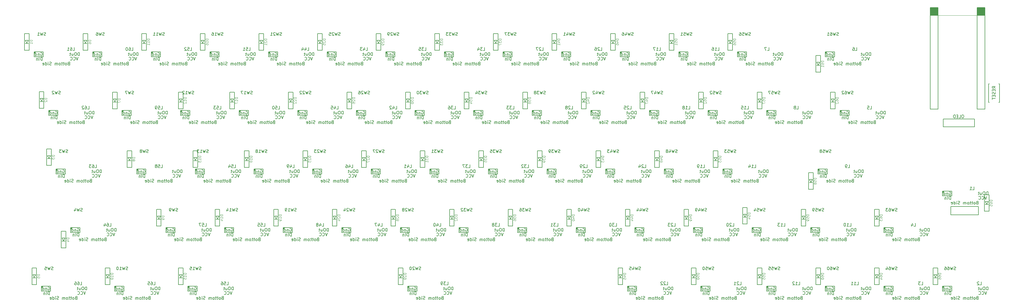
<source format=gbo>
G04 #@! TF.GenerationSoftware,KiCad,Pcbnew,(5.1.12)-1*
G04 #@! TF.CreationDate,2023-09-29T20:02:25+09:00*
G04 #@! TF.ProjectId,JTNK66L,4a544e4b-3636-44c2-9e6b-696361645f70,rev?*
G04 #@! TF.SameCoordinates,Original*
G04 #@! TF.FileFunction,Legend,Bot*
G04 #@! TF.FilePolarity,Positive*
%FSLAX46Y46*%
G04 Gerber Fmt 4.6, Leading zero omitted, Abs format (unit mm)*
G04 Created by KiCad (PCBNEW (5.1.12)-1) date 2023-09-29 20:02:25*
%MOMM*%
%LPD*%
G01*
G04 APERTURE LIST*
%ADD10C,0.150000*%
%ADD11C,0.100000*%
%ADD12C,0.120000*%
%ADD13C,0.200000*%
%ADD14C,0.125000*%
G04 APERTURE END LIST*
D10*
X327855400Y-50450800D02*
X327855400Y-17430800D01*
X330395400Y-50450800D02*
X327855400Y-50450800D01*
X330395400Y-17430800D02*
X330395400Y-50450800D01*
X327855400Y-17430800D02*
X330395400Y-17430800D01*
X312635400Y-50450800D02*
X312635400Y-17430800D01*
X315175400Y-50450800D02*
X312635400Y-50450800D01*
X315175400Y-17430800D02*
X315175400Y-50450800D01*
X312635400Y-17430800D02*
X315175400Y-17430800D01*
X327855400Y-19970800D02*
X330395400Y-19970800D01*
X312635400Y-19970800D02*
X315175400Y-19970800D01*
D11*
G36*
X315175400Y-19970800D02*
G01*
X312635400Y-19970800D01*
X312635400Y-17430800D01*
X315175400Y-17430800D01*
X315175400Y-19970800D01*
G37*
X315175400Y-19970800D02*
X312635400Y-19970800D01*
X312635400Y-17430800D01*
X315175400Y-17430800D01*
X315175400Y-19970800D01*
G36*
X330395400Y-19970800D02*
G01*
X327855400Y-19970800D01*
X327855400Y-17430800D01*
X330395400Y-17430800D01*
X330395400Y-19970800D01*
G37*
X330395400Y-19970800D02*
X327855400Y-19970800D01*
X327855400Y-17430800D01*
X330395400Y-17430800D01*
X330395400Y-19970800D01*
D12*
X327855400Y-19970800D02*
X315175400Y-19970800D01*
D10*
X331625000Y-42243800D02*
X331875000Y-42243800D01*
X331625000Y-48243800D02*
X331625000Y-42243800D01*
X331875000Y-48243800D02*
X331625000Y-48243800D01*
X335125000Y-48243800D02*
X334875000Y-48243800D01*
X335125000Y-42243800D02*
X335125000Y-48243800D01*
X334875000Y-42243800D02*
X335125000Y-42243800D01*
X316840000Y-56220000D02*
X316840000Y-53680000D01*
X327000000Y-56220000D02*
X316840000Y-56220000D01*
X327000000Y-53680000D02*
X327000000Y-56220000D01*
X316840000Y-53680000D02*
X327000000Y-53680000D01*
D11*
G36*
X24356200Y-108038000D02*
G01*
X23756200Y-108038000D01*
X23756200Y-108638000D01*
X24356200Y-108038000D01*
G37*
X24356200Y-108038000D02*
X23756200Y-108038000D01*
X23756200Y-108638000D01*
X24356200Y-108038000D01*
D13*
X23756200Y-109638000D02*
X23756200Y-108038000D01*
X23756200Y-108038000D02*
X26756200Y-108038000D01*
X26756200Y-108038000D02*
X26756200Y-109638000D01*
X26756200Y-109638000D02*
X23756200Y-109638000D01*
D11*
G36*
X48168800Y-108038000D02*
G01*
X47568800Y-108038000D01*
X47568800Y-108638000D01*
X48168800Y-108038000D01*
G37*
X48168800Y-108038000D02*
X47568800Y-108038000D01*
X47568800Y-108638000D01*
X48168800Y-108038000D01*
D13*
X47568800Y-109638000D02*
X47568800Y-108038000D01*
X47568800Y-108038000D02*
X50568800Y-108038000D01*
X50568800Y-108038000D02*
X50568800Y-109638000D01*
X50568800Y-109638000D02*
X47568800Y-109638000D01*
D11*
G36*
X33881200Y-88987500D02*
G01*
X33281200Y-88987500D01*
X33281200Y-89587500D01*
X33881200Y-88987500D01*
G37*
X33881200Y-88987500D02*
X33281200Y-88987500D01*
X33281200Y-89587500D01*
X33881200Y-88987500D01*
D13*
X33281200Y-90587500D02*
X33281200Y-88987500D01*
X33281200Y-88987500D02*
X36281200Y-88987500D01*
X36281200Y-88987500D02*
X36281200Y-90587500D01*
X36281200Y-90587500D02*
X33281200Y-90587500D01*
D11*
G36*
X29118800Y-69937500D02*
G01*
X28518800Y-69937500D01*
X28518800Y-70537500D01*
X29118800Y-69937500D01*
G37*
X29118800Y-69937500D02*
X28518800Y-69937500D01*
X28518800Y-70537500D01*
X29118800Y-69937500D01*
D13*
X28518800Y-71537500D02*
X28518800Y-69937500D01*
X28518800Y-69937500D02*
X31518800Y-69937500D01*
X31518800Y-69937500D02*
X31518800Y-71537500D01*
X31518800Y-71537500D02*
X28518800Y-71537500D01*
D11*
G36*
X26737500Y-50887500D02*
G01*
X26137500Y-50887500D01*
X26137500Y-51487500D01*
X26737500Y-50887500D01*
G37*
X26737500Y-50887500D02*
X26137500Y-50887500D01*
X26137500Y-51487500D01*
X26737500Y-50887500D01*
D13*
X26137500Y-52487500D02*
X26137500Y-50887500D01*
X26137500Y-50887500D02*
X29137500Y-50887500D01*
X29137500Y-50887500D02*
X29137500Y-52487500D01*
X29137500Y-52487500D02*
X26137500Y-52487500D01*
D11*
G36*
X21975000Y-31837500D02*
G01*
X21375000Y-31837500D01*
X21375000Y-32437500D01*
X21975000Y-31837500D01*
G37*
X21975000Y-31837500D02*
X21375000Y-31837500D01*
X21375000Y-32437500D01*
X21975000Y-31837500D01*
D13*
X21375000Y-33437500D02*
X21375000Y-31837500D01*
X21375000Y-31837500D02*
X24375000Y-31837500D01*
X24375000Y-31837500D02*
X24375000Y-33437500D01*
X24375000Y-33437500D02*
X21375000Y-33437500D01*
D11*
G36*
X41025000Y-31837500D02*
G01*
X40425000Y-31837500D01*
X40425000Y-32437500D01*
X41025000Y-31837500D01*
G37*
X41025000Y-31837500D02*
X40425000Y-31837500D01*
X40425000Y-32437500D01*
X41025000Y-31837500D01*
D13*
X40425000Y-33437500D02*
X40425000Y-31837500D01*
X40425000Y-31837500D02*
X43425000Y-31837500D01*
X43425000Y-31837500D02*
X43425000Y-33437500D01*
X43425000Y-33437500D02*
X40425000Y-33437500D01*
D11*
G36*
X50550000Y-50887500D02*
G01*
X49950000Y-50887500D01*
X49950000Y-51487500D01*
X50550000Y-50887500D01*
G37*
X50550000Y-50887500D02*
X49950000Y-50887500D01*
X49950000Y-51487500D01*
X50550000Y-50887500D01*
D13*
X49950000Y-52487500D02*
X49950000Y-50887500D01*
X49950000Y-50887500D02*
X52950000Y-50887500D01*
X52950000Y-50887500D02*
X52950000Y-52487500D01*
X52950000Y-52487500D02*
X49950000Y-52487500D01*
D11*
G36*
X55312500Y-69937500D02*
G01*
X54712500Y-69937500D01*
X54712500Y-70537500D01*
X55312500Y-69937500D01*
G37*
X55312500Y-69937500D02*
X54712500Y-69937500D01*
X54712500Y-70537500D01*
X55312500Y-69937500D01*
D13*
X54712500Y-71537500D02*
X54712500Y-69937500D01*
X54712500Y-69937500D02*
X57712500Y-69937500D01*
X57712500Y-69937500D02*
X57712500Y-71537500D01*
X57712500Y-71537500D02*
X54712500Y-71537500D01*
D11*
G36*
X64837500Y-88987500D02*
G01*
X64237500Y-88987500D01*
X64237500Y-89587500D01*
X64837500Y-88987500D01*
G37*
X64837500Y-88987500D02*
X64237500Y-88987500D01*
X64237500Y-89587500D01*
X64837500Y-88987500D01*
D13*
X64237500Y-90587500D02*
X64237500Y-88987500D01*
X64237500Y-88987500D02*
X67237500Y-88987500D01*
X67237500Y-88987500D02*
X67237500Y-90587500D01*
X67237500Y-90587500D02*
X64237500Y-90587500D01*
D11*
G36*
X71981200Y-108038000D02*
G01*
X71381200Y-108038000D01*
X71381200Y-108638000D01*
X71981200Y-108038000D01*
G37*
X71981200Y-108038000D02*
X71381200Y-108038000D01*
X71381200Y-108638000D01*
X71981200Y-108038000D01*
D13*
X71381200Y-109638000D02*
X71381200Y-108038000D01*
X71381200Y-108038000D02*
X74381200Y-108038000D01*
X74381200Y-108038000D02*
X74381200Y-109638000D01*
X74381200Y-109638000D02*
X71381200Y-109638000D01*
D11*
G36*
X83887500Y-88987500D02*
G01*
X83287500Y-88987500D01*
X83287500Y-89587500D01*
X83887500Y-88987500D01*
G37*
X83887500Y-88987500D02*
X83287500Y-88987500D01*
X83287500Y-89587500D01*
X83887500Y-88987500D01*
D13*
X83287500Y-90587500D02*
X83287500Y-88987500D01*
X83287500Y-88987500D02*
X86287500Y-88987500D01*
X86287500Y-88987500D02*
X86287500Y-90587500D01*
X86287500Y-90587500D02*
X83287500Y-90587500D01*
D11*
G36*
X74362500Y-69937500D02*
G01*
X73762500Y-69937500D01*
X73762500Y-70537500D01*
X74362500Y-69937500D01*
G37*
X74362500Y-69937500D02*
X73762500Y-69937500D01*
X73762500Y-70537500D01*
X74362500Y-69937500D01*
D13*
X73762500Y-71537500D02*
X73762500Y-69937500D01*
X73762500Y-69937500D02*
X76762500Y-69937500D01*
X76762500Y-69937500D02*
X76762500Y-71537500D01*
X76762500Y-71537500D02*
X73762500Y-71537500D01*
D11*
G36*
X69600000Y-50887500D02*
G01*
X69000000Y-50887500D01*
X69000000Y-51487500D01*
X69600000Y-50887500D01*
G37*
X69600000Y-50887500D02*
X69000000Y-50887500D01*
X69000000Y-51487500D01*
X69600000Y-50887500D01*
D13*
X69000000Y-52487500D02*
X69000000Y-50887500D01*
X69000000Y-50887500D02*
X72000000Y-50887500D01*
X72000000Y-50887500D02*
X72000000Y-52487500D01*
X72000000Y-52487500D02*
X69000000Y-52487500D01*
D11*
G36*
X60075000Y-31837500D02*
G01*
X59475000Y-31837500D01*
X59475000Y-32437500D01*
X60075000Y-31837500D01*
G37*
X60075000Y-31837500D02*
X59475000Y-31837500D01*
X59475000Y-32437500D01*
X60075000Y-31837500D01*
D13*
X59475000Y-33437500D02*
X59475000Y-31837500D01*
X59475000Y-31837500D02*
X62475000Y-31837500D01*
X62475000Y-31837500D02*
X62475000Y-33437500D01*
X62475000Y-33437500D02*
X59475000Y-33437500D01*
D11*
G36*
X79125000Y-31837500D02*
G01*
X78525000Y-31837500D01*
X78525000Y-32437500D01*
X79125000Y-31837500D01*
G37*
X79125000Y-31837500D02*
X78525000Y-31837500D01*
X78525000Y-32437500D01*
X79125000Y-31837500D01*
D13*
X78525000Y-33437500D02*
X78525000Y-31837500D01*
X78525000Y-31837500D02*
X81525000Y-31837500D01*
X81525000Y-31837500D02*
X81525000Y-33437500D01*
X81525000Y-33437500D02*
X78525000Y-33437500D01*
D11*
G36*
X88650000Y-50887500D02*
G01*
X88050000Y-50887500D01*
X88050000Y-51487500D01*
X88650000Y-50887500D01*
G37*
X88650000Y-50887500D02*
X88050000Y-50887500D01*
X88050000Y-51487500D01*
X88650000Y-50887500D01*
D13*
X88050000Y-52487500D02*
X88050000Y-50887500D01*
X88050000Y-50887500D02*
X91050000Y-50887500D01*
X91050000Y-50887500D02*
X91050000Y-52487500D01*
X91050000Y-52487500D02*
X88050000Y-52487500D01*
D11*
G36*
X93412000Y-69937500D02*
G01*
X92812000Y-69937500D01*
X92812000Y-70537500D01*
X93412000Y-69937500D01*
G37*
X93412000Y-69937500D02*
X92812000Y-69937500D01*
X92812000Y-70537500D01*
X93412000Y-69937500D01*
D13*
X92812000Y-71537500D02*
X92812000Y-69937500D01*
X92812000Y-69937500D02*
X95812000Y-69937500D01*
X95812000Y-69937500D02*
X95812000Y-71537500D01*
X95812000Y-71537500D02*
X92812000Y-71537500D01*
D11*
G36*
X102938000Y-88987500D02*
G01*
X102338000Y-88987500D01*
X102338000Y-89587500D01*
X102938000Y-88987500D01*
G37*
X102938000Y-88987500D02*
X102338000Y-88987500D01*
X102338000Y-89587500D01*
X102938000Y-88987500D01*
D13*
X102338000Y-90587500D02*
X102338000Y-88987500D01*
X102338000Y-88987500D02*
X105338000Y-88987500D01*
X105338000Y-88987500D02*
X105338000Y-90587500D01*
X105338000Y-90587500D02*
X102338000Y-90587500D01*
D11*
G36*
X121988000Y-88987500D02*
G01*
X121388000Y-88987500D01*
X121388000Y-89587500D01*
X121988000Y-88987500D01*
G37*
X121988000Y-88987500D02*
X121388000Y-88987500D01*
X121388000Y-89587500D01*
X121988000Y-88987500D01*
D13*
X121388000Y-90587500D02*
X121388000Y-88987500D01*
X121388000Y-88987500D02*
X124388000Y-88987500D01*
X124388000Y-88987500D02*
X124388000Y-90587500D01*
X124388000Y-90587500D02*
X121388000Y-90587500D01*
D11*
G36*
X112462000Y-69937500D02*
G01*
X111862000Y-69937500D01*
X111862000Y-70537500D01*
X112462000Y-69937500D01*
G37*
X112462000Y-69937500D02*
X111862000Y-69937500D01*
X111862000Y-70537500D01*
X112462000Y-69937500D01*
D13*
X111862000Y-71537500D02*
X111862000Y-69937500D01*
X111862000Y-69937500D02*
X114862000Y-69937500D01*
X114862000Y-69937500D02*
X114862000Y-71537500D01*
X114862000Y-71537500D02*
X111862000Y-71537500D01*
D11*
G36*
X107700000Y-50887500D02*
G01*
X107100000Y-50887500D01*
X107100000Y-51487500D01*
X107700000Y-50887500D01*
G37*
X107700000Y-50887500D02*
X107100000Y-50887500D01*
X107100000Y-51487500D01*
X107700000Y-50887500D01*
D13*
X107100000Y-52487500D02*
X107100000Y-50887500D01*
X107100000Y-50887500D02*
X110100000Y-50887500D01*
X110100000Y-50887500D02*
X110100000Y-52487500D01*
X110100000Y-52487500D02*
X107100000Y-52487500D01*
D11*
G36*
X98175000Y-31837500D02*
G01*
X97575000Y-31837500D01*
X97575000Y-32437500D01*
X98175000Y-31837500D01*
G37*
X98175000Y-31837500D02*
X97575000Y-31837500D01*
X97575000Y-32437500D01*
X98175000Y-31837500D01*
D13*
X97575000Y-33437500D02*
X97575000Y-31837500D01*
X97575000Y-31837500D02*
X100575000Y-31837500D01*
X100575000Y-31837500D02*
X100575000Y-33437500D01*
X100575000Y-33437500D02*
X97575000Y-33437500D01*
D11*
G36*
X117225000Y-31837500D02*
G01*
X116625000Y-31837500D01*
X116625000Y-32437500D01*
X117225000Y-31837500D01*
G37*
X117225000Y-31837500D02*
X116625000Y-31837500D01*
X116625000Y-32437500D01*
X117225000Y-31837500D01*
D13*
X116625000Y-33437500D02*
X116625000Y-31837500D01*
X116625000Y-31837500D02*
X119625000Y-31837500D01*
X119625000Y-31837500D02*
X119625000Y-33437500D01*
X119625000Y-33437500D02*
X116625000Y-33437500D01*
D11*
G36*
X126750000Y-50887500D02*
G01*
X126150000Y-50887500D01*
X126150000Y-51487500D01*
X126750000Y-50887500D01*
G37*
X126750000Y-50887500D02*
X126150000Y-50887500D01*
X126150000Y-51487500D01*
X126750000Y-50887500D01*
D13*
X126150000Y-52487500D02*
X126150000Y-50887500D01*
X126150000Y-50887500D02*
X129150000Y-50887500D01*
X129150000Y-50887500D02*
X129150000Y-52487500D01*
X129150000Y-52487500D02*
X126150000Y-52487500D01*
D11*
G36*
X131512000Y-69937500D02*
G01*
X130912000Y-69937500D01*
X130912000Y-70537500D01*
X131512000Y-69937500D01*
G37*
X131512000Y-69937500D02*
X130912000Y-69937500D01*
X130912000Y-70537500D01*
X131512000Y-69937500D01*
D13*
X130912000Y-71537500D02*
X130912000Y-69937500D01*
X130912000Y-69937500D02*
X133912000Y-69937500D01*
X133912000Y-69937500D02*
X133912000Y-71537500D01*
X133912000Y-71537500D02*
X130912000Y-71537500D01*
D11*
G36*
X141038000Y-88987500D02*
G01*
X140438000Y-88987500D01*
X140438000Y-89587500D01*
X141038000Y-88987500D01*
G37*
X141038000Y-88987500D02*
X140438000Y-88987500D01*
X140438000Y-89587500D01*
X141038000Y-88987500D01*
D13*
X140438000Y-90587500D02*
X140438000Y-88987500D01*
X140438000Y-88987500D02*
X143438000Y-88987500D01*
X143438000Y-88987500D02*
X143438000Y-90587500D01*
X143438000Y-90587500D02*
X140438000Y-90587500D01*
D11*
G36*
X143419000Y-108038000D02*
G01*
X142819000Y-108038000D01*
X142819000Y-108638000D01*
X143419000Y-108038000D01*
G37*
X143419000Y-108038000D02*
X142819000Y-108038000D01*
X142819000Y-108638000D01*
X143419000Y-108038000D01*
D13*
X142819000Y-109638000D02*
X142819000Y-108038000D01*
X142819000Y-108038000D02*
X145819000Y-108038000D01*
X145819000Y-108038000D02*
X145819000Y-109638000D01*
X145819000Y-109638000D02*
X142819000Y-109638000D01*
D11*
G36*
X160088000Y-88987500D02*
G01*
X159488000Y-88987500D01*
X159488000Y-89587500D01*
X160088000Y-88987500D01*
G37*
X160088000Y-88987500D02*
X159488000Y-88987500D01*
X159488000Y-89587500D01*
X160088000Y-88987500D01*
D13*
X159488000Y-90587500D02*
X159488000Y-88987500D01*
X159488000Y-88987500D02*
X162488000Y-88987500D01*
X162488000Y-88987500D02*
X162488000Y-90587500D01*
X162488000Y-90587500D02*
X159488000Y-90587500D01*
D11*
G36*
X150562000Y-69937500D02*
G01*
X149962000Y-69937500D01*
X149962000Y-70537500D01*
X150562000Y-69937500D01*
G37*
X150562000Y-69937500D02*
X149962000Y-69937500D01*
X149962000Y-70537500D01*
X150562000Y-69937500D01*
D13*
X149962000Y-71537500D02*
X149962000Y-69937500D01*
X149962000Y-69937500D02*
X152962000Y-69937500D01*
X152962000Y-69937500D02*
X152962000Y-71537500D01*
X152962000Y-71537500D02*
X149962000Y-71537500D01*
D11*
G36*
X145800000Y-50887500D02*
G01*
X145200000Y-50887500D01*
X145200000Y-51487500D01*
X145800000Y-50887500D01*
G37*
X145800000Y-50887500D02*
X145200000Y-50887500D01*
X145200000Y-51487500D01*
X145800000Y-50887500D01*
D13*
X145200000Y-52487500D02*
X145200000Y-50887500D01*
X145200000Y-50887500D02*
X148200000Y-50887500D01*
X148200000Y-50887500D02*
X148200000Y-52487500D01*
X148200000Y-52487500D02*
X145200000Y-52487500D01*
D11*
G36*
X136275000Y-31837500D02*
G01*
X135675000Y-31837500D01*
X135675000Y-32437500D01*
X136275000Y-31837500D01*
G37*
X136275000Y-31837500D02*
X135675000Y-31837500D01*
X135675000Y-32437500D01*
X136275000Y-31837500D01*
D13*
X135675000Y-33437500D02*
X135675000Y-31837500D01*
X135675000Y-31837500D02*
X138675000Y-31837500D01*
X138675000Y-31837500D02*
X138675000Y-33437500D01*
X138675000Y-33437500D02*
X135675000Y-33437500D01*
D11*
G36*
X155325000Y-31837500D02*
G01*
X154725000Y-31837500D01*
X154725000Y-32437500D01*
X155325000Y-31837500D01*
G37*
X155325000Y-31837500D02*
X154725000Y-31837500D01*
X154725000Y-32437500D01*
X155325000Y-31837500D01*
D13*
X154725000Y-33437500D02*
X154725000Y-31837500D01*
X154725000Y-31837500D02*
X157725000Y-31837500D01*
X157725000Y-31837500D02*
X157725000Y-33437500D01*
X157725000Y-33437500D02*
X154725000Y-33437500D01*
D11*
G36*
X164850000Y-50887500D02*
G01*
X164250000Y-50887500D01*
X164250000Y-51487500D01*
X164850000Y-50887500D01*
G37*
X164850000Y-50887500D02*
X164250000Y-50887500D01*
X164250000Y-51487500D01*
X164850000Y-50887500D01*
D13*
X164250000Y-52487500D02*
X164250000Y-50887500D01*
X164250000Y-50887500D02*
X167250000Y-50887500D01*
X167250000Y-50887500D02*
X167250000Y-52487500D01*
X167250000Y-52487500D02*
X164250000Y-52487500D01*
D11*
G36*
X169612000Y-69937500D02*
G01*
X169012000Y-69937500D01*
X169012000Y-70537500D01*
X169612000Y-69937500D01*
G37*
X169612000Y-69937500D02*
X169012000Y-69937500D01*
X169012000Y-70537500D01*
X169612000Y-69937500D01*
D13*
X169012000Y-71537500D02*
X169012000Y-69937500D01*
X169012000Y-69937500D02*
X172012000Y-69937500D01*
X172012000Y-69937500D02*
X172012000Y-71537500D01*
X172012000Y-71537500D02*
X169012000Y-71537500D01*
D11*
G36*
X179138000Y-88987500D02*
G01*
X178538000Y-88987500D01*
X178538000Y-89587500D01*
X179138000Y-88987500D01*
G37*
X179138000Y-88987500D02*
X178538000Y-88987500D01*
X178538000Y-89587500D01*
X179138000Y-88987500D01*
D13*
X178538000Y-90587500D02*
X178538000Y-88987500D01*
X178538000Y-88987500D02*
X181538000Y-88987500D01*
X181538000Y-88987500D02*
X181538000Y-90587500D01*
X181538000Y-90587500D02*
X178538000Y-90587500D01*
D11*
G36*
X198188000Y-88987500D02*
G01*
X197588000Y-88987500D01*
X197588000Y-89587500D01*
X198188000Y-88987500D01*
G37*
X198188000Y-88987500D02*
X197588000Y-88987500D01*
X197588000Y-89587500D01*
X198188000Y-88987500D01*
D13*
X197588000Y-90587500D02*
X197588000Y-88987500D01*
X197588000Y-88987500D02*
X200588000Y-88987500D01*
X200588000Y-88987500D02*
X200588000Y-90587500D01*
X200588000Y-90587500D02*
X197588000Y-90587500D01*
D11*
G36*
X188662000Y-69937500D02*
G01*
X188062000Y-69937500D01*
X188062000Y-70537500D01*
X188662000Y-69937500D01*
G37*
X188662000Y-69937500D02*
X188062000Y-69937500D01*
X188062000Y-70537500D01*
X188662000Y-69937500D01*
D13*
X188062000Y-71537500D02*
X188062000Y-69937500D01*
X188062000Y-69937500D02*
X191062000Y-69937500D01*
X191062000Y-69937500D02*
X191062000Y-71537500D01*
X191062000Y-71537500D02*
X188062000Y-71537500D01*
D11*
G36*
X183900000Y-50887500D02*
G01*
X183300000Y-50887500D01*
X183300000Y-51487500D01*
X183900000Y-50887500D01*
G37*
X183900000Y-50887500D02*
X183300000Y-50887500D01*
X183300000Y-51487500D01*
X183900000Y-50887500D01*
D13*
X183300000Y-52487500D02*
X183300000Y-50887500D01*
X183300000Y-50887500D02*
X186300000Y-50887500D01*
X186300000Y-50887500D02*
X186300000Y-52487500D01*
X186300000Y-52487500D02*
X183300000Y-52487500D01*
D11*
G36*
X174375000Y-31837500D02*
G01*
X173775000Y-31837500D01*
X173775000Y-32437500D01*
X174375000Y-31837500D01*
G37*
X174375000Y-31837500D02*
X173775000Y-31837500D01*
X173775000Y-32437500D01*
X174375000Y-31837500D01*
D13*
X173775000Y-33437500D02*
X173775000Y-31837500D01*
X173775000Y-31837500D02*
X176775000Y-31837500D01*
X176775000Y-31837500D02*
X176775000Y-33437500D01*
X176775000Y-33437500D02*
X173775000Y-33437500D01*
D11*
G36*
X193425000Y-31837500D02*
G01*
X192825000Y-31837500D01*
X192825000Y-32437500D01*
X193425000Y-31837500D01*
G37*
X193425000Y-31837500D02*
X192825000Y-31837500D01*
X192825000Y-32437500D01*
X193425000Y-31837500D01*
D13*
X192825000Y-33437500D02*
X192825000Y-31837500D01*
X192825000Y-31837500D02*
X195825000Y-31837500D01*
X195825000Y-31837500D02*
X195825000Y-33437500D01*
X195825000Y-33437500D02*
X192825000Y-33437500D01*
D11*
G36*
X202950000Y-50887500D02*
G01*
X202350000Y-50887500D01*
X202350000Y-51487500D01*
X202950000Y-50887500D01*
G37*
X202950000Y-50887500D02*
X202350000Y-50887500D01*
X202350000Y-51487500D01*
X202950000Y-50887500D01*
D13*
X202350000Y-52487500D02*
X202350000Y-50887500D01*
X202350000Y-50887500D02*
X205350000Y-50887500D01*
X205350000Y-50887500D02*
X205350000Y-52487500D01*
X205350000Y-52487500D02*
X202350000Y-52487500D01*
D11*
G36*
X207712000Y-69937500D02*
G01*
X207112000Y-69937500D01*
X207112000Y-70537500D01*
X207712000Y-69937500D01*
G37*
X207712000Y-69937500D02*
X207112000Y-69937500D01*
X207112000Y-70537500D01*
X207712000Y-69937500D01*
D13*
X207112000Y-71537500D02*
X207112000Y-69937500D01*
X207112000Y-69937500D02*
X210112000Y-69937500D01*
X210112000Y-69937500D02*
X210112000Y-71537500D01*
X210112000Y-71537500D02*
X207112000Y-71537500D01*
D11*
G36*
X217238000Y-88987500D02*
G01*
X216638000Y-88987500D01*
X216638000Y-89587500D01*
X217238000Y-88987500D01*
G37*
X217238000Y-88987500D02*
X216638000Y-88987500D01*
X216638000Y-89587500D01*
X217238000Y-88987500D01*
D13*
X216638000Y-90587500D02*
X216638000Y-88987500D01*
X216638000Y-88987500D02*
X219638000Y-88987500D01*
X219638000Y-88987500D02*
X219638000Y-90587500D01*
X219638000Y-90587500D02*
X216638000Y-90587500D01*
D11*
G36*
X214856000Y-108038000D02*
G01*
X214256000Y-108038000D01*
X214256000Y-108638000D01*
X214856000Y-108038000D01*
G37*
X214856000Y-108038000D02*
X214256000Y-108038000D01*
X214256000Y-108638000D01*
X214856000Y-108038000D01*
D13*
X214256000Y-109638000D02*
X214256000Y-108038000D01*
X214256000Y-108038000D02*
X217256000Y-108038000D01*
X217256000Y-108038000D02*
X217256000Y-109638000D01*
X217256000Y-109638000D02*
X214256000Y-109638000D01*
D11*
G36*
X238669000Y-108038000D02*
G01*
X238069000Y-108038000D01*
X238069000Y-108638000D01*
X238669000Y-108038000D01*
G37*
X238669000Y-108038000D02*
X238069000Y-108038000D01*
X238069000Y-108638000D01*
X238669000Y-108038000D01*
D13*
X238069000Y-109638000D02*
X238069000Y-108038000D01*
X238069000Y-108038000D02*
X241069000Y-108038000D01*
X241069000Y-108038000D02*
X241069000Y-109638000D01*
X241069000Y-109638000D02*
X238069000Y-109638000D01*
D11*
G36*
X236288000Y-88987500D02*
G01*
X235688000Y-88987500D01*
X235688000Y-89587500D01*
X236288000Y-88987500D01*
G37*
X236288000Y-88987500D02*
X235688000Y-88987500D01*
X235688000Y-89587500D01*
X236288000Y-88987500D01*
D13*
X235688000Y-90587500D02*
X235688000Y-88987500D01*
X235688000Y-88987500D02*
X238688000Y-88987500D01*
X238688000Y-88987500D02*
X238688000Y-90587500D01*
X238688000Y-90587500D02*
X235688000Y-90587500D01*
D11*
G36*
X226762000Y-69937500D02*
G01*
X226162000Y-69937500D01*
X226162000Y-70537500D01*
X226762000Y-69937500D01*
G37*
X226762000Y-69937500D02*
X226162000Y-69937500D01*
X226162000Y-70537500D01*
X226762000Y-69937500D01*
D13*
X226162000Y-71537500D02*
X226162000Y-69937500D01*
X226162000Y-69937500D02*
X229162000Y-69937500D01*
X229162000Y-69937500D02*
X229162000Y-71537500D01*
X229162000Y-71537500D02*
X226162000Y-71537500D01*
D11*
G36*
X222000000Y-50887500D02*
G01*
X221400000Y-50887500D01*
X221400000Y-51487500D01*
X222000000Y-50887500D01*
G37*
X222000000Y-50887500D02*
X221400000Y-50887500D01*
X221400000Y-51487500D01*
X222000000Y-50887500D01*
D13*
X221400000Y-52487500D02*
X221400000Y-50887500D01*
X221400000Y-50887500D02*
X224400000Y-50887500D01*
X224400000Y-50887500D02*
X224400000Y-52487500D01*
X224400000Y-52487500D02*
X221400000Y-52487500D01*
D11*
G36*
X212475000Y-31837500D02*
G01*
X211875000Y-31837500D01*
X211875000Y-32437500D01*
X212475000Y-31837500D01*
G37*
X212475000Y-31837500D02*
X211875000Y-31837500D01*
X211875000Y-32437500D01*
X212475000Y-31837500D01*
D13*
X211875000Y-33437500D02*
X211875000Y-31837500D01*
X211875000Y-31837500D02*
X214875000Y-31837500D01*
X214875000Y-31837500D02*
X214875000Y-33437500D01*
X214875000Y-33437500D02*
X211875000Y-33437500D01*
D11*
G36*
X231525000Y-31837500D02*
G01*
X230925000Y-31837500D01*
X230925000Y-32437500D01*
X231525000Y-31837500D01*
G37*
X231525000Y-31837500D02*
X230925000Y-31837500D01*
X230925000Y-32437500D01*
X231525000Y-31837500D01*
D13*
X230925000Y-33437500D02*
X230925000Y-31837500D01*
X230925000Y-31837500D02*
X233925000Y-31837500D01*
X233925000Y-31837500D02*
X233925000Y-33437500D01*
X233925000Y-33437500D02*
X230925000Y-33437500D01*
D11*
G36*
X241050000Y-50887500D02*
G01*
X240450000Y-50887500D01*
X240450000Y-51487500D01*
X241050000Y-50887500D01*
G37*
X241050000Y-50887500D02*
X240450000Y-50887500D01*
X240450000Y-51487500D01*
X241050000Y-50887500D01*
D13*
X240450000Y-52487500D02*
X240450000Y-50887500D01*
X240450000Y-50887500D02*
X243450000Y-50887500D01*
X243450000Y-50887500D02*
X243450000Y-52487500D01*
X243450000Y-52487500D02*
X240450000Y-52487500D01*
D11*
G36*
X245812000Y-69937500D02*
G01*
X245212000Y-69937500D01*
X245212000Y-70537500D01*
X245812000Y-69937500D01*
G37*
X245812000Y-69937500D02*
X245212000Y-69937500D01*
X245212000Y-70537500D01*
X245812000Y-69937500D01*
D13*
X245212000Y-71537500D02*
X245212000Y-69937500D01*
X245212000Y-69937500D02*
X248212000Y-69937500D01*
X248212000Y-69937500D02*
X248212000Y-71537500D01*
X248212000Y-71537500D02*
X245212000Y-71537500D01*
D11*
G36*
X255338000Y-88987500D02*
G01*
X254738000Y-88987500D01*
X254738000Y-89587500D01*
X255338000Y-88987500D01*
G37*
X255338000Y-88987500D02*
X254738000Y-88987500D01*
X254738000Y-89587500D01*
X255338000Y-88987500D01*
D13*
X254738000Y-90587500D02*
X254738000Y-88987500D01*
X254738000Y-88987500D02*
X257738000Y-88987500D01*
X257738000Y-88987500D02*
X257738000Y-90587500D01*
X257738000Y-90587500D02*
X254738000Y-90587500D01*
D11*
G36*
X260100000Y-108038000D02*
G01*
X259500000Y-108038000D01*
X259500000Y-108638000D01*
X260100000Y-108038000D01*
G37*
X260100000Y-108038000D02*
X259500000Y-108038000D01*
X259500000Y-108638000D01*
X260100000Y-108038000D01*
D13*
X259500000Y-109638000D02*
X259500000Y-108038000D01*
X259500000Y-108038000D02*
X262500000Y-108038000D01*
X262500000Y-108038000D02*
X262500000Y-109638000D01*
X262500000Y-109638000D02*
X259500000Y-109638000D01*
D11*
G36*
X279150000Y-108038000D02*
G01*
X278550000Y-108038000D01*
X278550000Y-108638000D01*
X279150000Y-108038000D01*
G37*
X279150000Y-108038000D02*
X278550000Y-108038000D01*
X278550000Y-108638000D01*
X279150000Y-108038000D01*
D13*
X278550000Y-109638000D02*
X278550000Y-108038000D01*
X278550000Y-108038000D02*
X281550000Y-108038000D01*
X281550000Y-108038000D02*
X281550000Y-109638000D01*
X281550000Y-109638000D02*
X278550000Y-109638000D01*
D11*
G36*
X274388000Y-88987500D02*
G01*
X273788000Y-88987500D01*
X273788000Y-89587500D01*
X274388000Y-88987500D01*
G37*
X274388000Y-88987500D02*
X273788000Y-88987500D01*
X273788000Y-89587500D01*
X274388000Y-88987500D01*
D13*
X273788000Y-90587500D02*
X273788000Y-88987500D01*
X273788000Y-88987500D02*
X276788000Y-88987500D01*
X276788000Y-88987500D02*
X276788000Y-90587500D01*
X276788000Y-90587500D02*
X273788000Y-90587500D01*
D11*
G36*
X276769000Y-69937500D02*
G01*
X276169000Y-69937500D01*
X276169000Y-70537500D01*
X276769000Y-69937500D01*
G37*
X276769000Y-69937500D02*
X276169000Y-69937500D01*
X276169000Y-70537500D01*
X276769000Y-69937500D01*
D13*
X276169000Y-71537500D02*
X276169000Y-69937500D01*
X276169000Y-69937500D02*
X279169000Y-69937500D01*
X279169000Y-69937500D02*
X279169000Y-71537500D01*
X279169000Y-71537500D02*
X276169000Y-71537500D01*
D11*
G36*
X260100000Y-50887500D02*
G01*
X259500000Y-50887500D01*
X259500000Y-51487500D01*
X260100000Y-50887500D01*
G37*
X260100000Y-50887500D02*
X259500000Y-50887500D01*
X259500000Y-51487500D01*
X260100000Y-50887500D01*
D13*
X259500000Y-52487500D02*
X259500000Y-50887500D01*
X259500000Y-50887500D02*
X262500000Y-50887500D01*
X262500000Y-50887500D02*
X262500000Y-52487500D01*
X262500000Y-52487500D02*
X259500000Y-52487500D01*
D11*
G36*
X250575000Y-31837500D02*
G01*
X249975000Y-31837500D01*
X249975000Y-32437500D01*
X250575000Y-31837500D01*
G37*
X250575000Y-31837500D02*
X249975000Y-31837500D01*
X249975000Y-32437500D01*
X250575000Y-31837500D01*
D13*
X249975000Y-33437500D02*
X249975000Y-31837500D01*
X249975000Y-31837500D02*
X252975000Y-31837500D01*
X252975000Y-31837500D02*
X252975000Y-33437500D01*
X252975000Y-33437500D02*
X249975000Y-33437500D01*
D11*
G36*
X279150000Y-31837500D02*
G01*
X278550000Y-31837500D01*
X278550000Y-32437500D01*
X279150000Y-31837500D01*
G37*
X279150000Y-31837500D02*
X278550000Y-31837500D01*
X278550000Y-32437500D01*
X279150000Y-31837500D01*
D13*
X278550000Y-33437500D02*
X278550000Y-31837500D01*
X278550000Y-31837500D02*
X281550000Y-31837500D01*
X281550000Y-31837500D02*
X281550000Y-33437500D01*
X281550000Y-33437500D02*
X278550000Y-33437500D01*
D11*
G36*
X283912000Y-50887500D02*
G01*
X283312000Y-50887500D01*
X283312000Y-51487500D01*
X283912000Y-50887500D01*
G37*
X283912000Y-50887500D02*
X283312000Y-50887500D01*
X283312000Y-51487500D01*
X283912000Y-50887500D01*
D13*
X283312000Y-52487500D02*
X283312000Y-50887500D01*
X283312000Y-50887500D02*
X286312000Y-50887500D01*
X286312000Y-50887500D02*
X286312000Y-52487500D01*
X286312000Y-52487500D02*
X283312000Y-52487500D01*
D11*
G36*
X298200000Y-88987500D02*
G01*
X297600000Y-88987500D01*
X297600000Y-89587500D01*
X298200000Y-88987500D01*
G37*
X298200000Y-88987500D02*
X297600000Y-88987500D01*
X297600000Y-89587500D01*
X298200000Y-88987500D01*
D13*
X297600000Y-90587500D02*
X297600000Y-88987500D01*
X297600000Y-88987500D02*
X300600000Y-88987500D01*
X300600000Y-88987500D02*
X300600000Y-90587500D01*
X300600000Y-90587500D02*
X297600000Y-90587500D01*
D11*
G36*
X298200000Y-108038000D02*
G01*
X297600000Y-108038000D01*
X297600000Y-108638000D01*
X298200000Y-108038000D01*
G37*
X298200000Y-108038000D02*
X297600000Y-108038000D01*
X297600000Y-108638000D01*
X298200000Y-108038000D01*
D13*
X297600000Y-109638000D02*
X297600000Y-108038000D01*
X297600000Y-108038000D02*
X300600000Y-108038000D01*
X300600000Y-108038000D02*
X300600000Y-109638000D01*
X300600000Y-109638000D02*
X297600000Y-109638000D01*
D11*
G36*
X317250000Y-108038000D02*
G01*
X316650000Y-108038000D01*
X316650000Y-108638000D01*
X317250000Y-108038000D01*
G37*
X317250000Y-108038000D02*
X316650000Y-108038000D01*
X316650000Y-108638000D01*
X317250000Y-108038000D01*
D13*
X316650000Y-109638000D02*
X316650000Y-108038000D01*
X316650000Y-108038000D02*
X319650000Y-108038000D01*
X319650000Y-108038000D02*
X319650000Y-109638000D01*
X319650000Y-109638000D02*
X316650000Y-109638000D01*
D11*
G36*
X317250000Y-77081200D02*
G01*
X316650000Y-77081200D01*
X316650000Y-77681200D01*
X317250000Y-77081200D01*
G37*
X317250000Y-77081200D02*
X316650000Y-77081200D01*
X316650000Y-77681200D01*
X317250000Y-77081200D01*
D13*
X316650000Y-78681200D02*
X316650000Y-77081200D01*
X316650000Y-77081200D02*
X319650000Y-77081200D01*
X319650000Y-77081200D02*
X319650000Y-78681200D01*
X319650000Y-78681200D02*
X316650000Y-78681200D01*
D10*
X328350000Y-82093800D02*
X328350000Y-84843800D01*
X328350000Y-84843800D02*
X319350000Y-84843800D01*
X319350000Y-82093800D02*
X328350000Y-82093800D01*
X319350000Y-84843800D02*
X319350000Y-82093800D01*
X313825000Y-105275000D02*
X314825000Y-105275000D01*
X314325000Y-105175000D02*
X313825000Y-104275000D01*
X313825000Y-104275000D02*
X314825000Y-104275000D01*
X314825000Y-104275000D02*
X314325000Y-105175000D01*
X313575000Y-102075000D02*
X313575000Y-107475000D01*
X313575000Y-107475000D02*
X315075000Y-107475000D01*
X315075000Y-107475000D02*
X315075000Y-102075000D01*
X315075000Y-102075000D02*
X313575000Y-102075000D01*
X330494000Y-81462500D02*
X331494000Y-81462500D01*
X330994000Y-81362500D02*
X330494000Y-80462500D01*
X330494000Y-80462500D02*
X331494000Y-80462500D01*
X331494000Y-80462500D02*
X330994000Y-81362500D01*
X330244000Y-78262500D02*
X330244000Y-83662500D01*
X330244000Y-83662500D02*
X331744000Y-83662500D01*
X331744000Y-83662500D02*
X331744000Y-78262500D01*
X331744000Y-78262500D02*
X330244000Y-78262500D01*
X294775000Y-105275000D02*
X295775000Y-105275000D01*
X295275000Y-105175000D02*
X294775000Y-104275000D01*
X294775000Y-104275000D02*
X295775000Y-104275000D01*
X295775000Y-104275000D02*
X295275000Y-105175000D01*
X294525000Y-102075000D02*
X294525000Y-107475000D01*
X294525000Y-107475000D02*
X296025000Y-107475000D01*
X296025000Y-107475000D02*
X296025000Y-102075000D01*
X296025000Y-102075000D02*
X294525000Y-102075000D01*
X294775000Y-86225000D02*
X295775000Y-86225000D01*
X295275000Y-86125000D02*
X294775000Y-85225000D01*
X294775000Y-85225000D02*
X295775000Y-85225000D01*
X295775000Y-85225000D02*
X295275000Y-86125000D01*
X294525000Y-83025000D02*
X294525000Y-88425000D01*
X294525000Y-88425000D02*
X296025000Y-88425000D01*
X296025000Y-88425000D02*
X296025000Y-83025000D01*
X296025000Y-83025000D02*
X294525000Y-83025000D01*
X280488000Y-48125000D02*
X281488000Y-48125000D01*
X280988000Y-48025000D02*
X280488000Y-47125000D01*
X280488000Y-47125000D02*
X281488000Y-47125000D01*
X281488000Y-47125000D02*
X280988000Y-48025000D01*
X280238000Y-44925000D02*
X280238000Y-50325000D01*
X280238000Y-50325000D02*
X281738000Y-50325000D01*
X281738000Y-50325000D02*
X281738000Y-44925000D01*
X281738000Y-44925000D02*
X280238000Y-44925000D01*
X275725000Y-36218800D02*
X276725000Y-36218800D01*
X276225000Y-36118800D02*
X275725000Y-35218800D01*
X275725000Y-35218800D02*
X276725000Y-35218800D01*
X276725000Y-35218800D02*
X276225000Y-36118800D01*
X275475000Y-33018800D02*
X275475000Y-38418800D01*
X275475000Y-38418800D02*
X276975000Y-38418800D01*
X276975000Y-38418800D02*
X276975000Y-33018800D01*
X276975000Y-33018800D02*
X275475000Y-33018800D01*
X275725000Y-105275000D02*
X276725000Y-105275000D01*
X276225000Y-105175000D02*
X275725000Y-104275000D01*
X275725000Y-104275000D02*
X276725000Y-104275000D01*
X276725000Y-104275000D02*
X276225000Y-105175000D01*
X275475000Y-102075000D02*
X275475000Y-107475000D01*
X275475000Y-107475000D02*
X276975000Y-107475000D01*
X276975000Y-107475000D02*
X276975000Y-102075000D01*
X276975000Y-102075000D02*
X275475000Y-102075000D01*
X270962000Y-86225000D02*
X271962000Y-86225000D01*
X271462000Y-86125000D02*
X270962000Y-85225000D01*
X270962000Y-85225000D02*
X271962000Y-85225000D01*
X271962000Y-85225000D02*
X271462000Y-86125000D01*
X270712000Y-83025000D02*
X270712000Y-88425000D01*
X270712000Y-88425000D02*
X272212000Y-88425000D01*
X272212000Y-88425000D02*
X272212000Y-83025000D01*
X272212000Y-83025000D02*
X270712000Y-83025000D01*
X273344000Y-74318800D02*
X274344000Y-74318800D01*
X273844000Y-74218800D02*
X273344000Y-73318800D01*
X273344000Y-73318800D02*
X274344000Y-73318800D01*
X274344000Y-73318800D02*
X273844000Y-74218800D01*
X273094000Y-71118800D02*
X273094000Y-76518800D01*
X273094000Y-76518800D02*
X274594000Y-76518800D01*
X274594000Y-76518800D02*
X274594000Y-71118800D01*
X274594000Y-71118800D02*
X273094000Y-71118800D01*
X256675000Y-48125000D02*
X257675000Y-48125000D01*
X257175000Y-48025000D02*
X256675000Y-47125000D01*
X256675000Y-47125000D02*
X257675000Y-47125000D01*
X257675000Y-47125000D02*
X257175000Y-48025000D01*
X256425000Y-44925000D02*
X256425000Y-50325000D01*
X256425000Y-50325000D02*
X257925000Y-50325000D01*
X257925000Y-50325000D02*
X257925000Y-44925000D01*
X257925000Y-44925000D02*
X256425000Y-44925000D01*
X247150000Y-29075000D02*
X248150000Y-29075000D01*
X247650000Y-28975000D02*
X247150000Y-28075000D01*
X247150000Y-28075000D02*
X248150000Y-28075000D01*
X248150000Y-28075000D02*
X247650000Y-28975000D01*
X246900000Y-25875000D02*
X246900000Y-31275000D01*
X246900000Y-31275000D02*
X248400000Y-31275000D01*
X248400000Y-31275000D02*
X248400000Y-25875000D01*
X248400000Y-25875000D02*
X246900000Y-25875000D01*
X256675000Y-105275000D02*
X257675000Y-105275000D01*
X257175000Y-105175000D02*
X256675000Y-104275000D01*
X256675000Y-104275000D02*
X257675000Y-104275000D01*
X257675000Y-104275000D02*
X257175000Y-105175000D01*
X256425000Y-102075000D02*
X256425000Y-107475000D01*
X256425000Y-107475000D02*
X257925000Y-107475000D01*
X257925000Y-107475000D02*
X257925000Y-102075000D01*
X257925000Y-102075000D02*
X256425000Y-102075000D01*
X251912000Y-85618800D02*
X252912000Y-85618800D01*
X252412000Y-85518800D02*
X251912000Y-84618800D01*
X251912000Y-84618800D02*
X252912000Y-84618800D01*
X252912000Y-84618800D02*
X252412000Y-85518800D01*
X251662000Y-82418800D02*
X251662000Y-87818800D01*
X251662000Y-87818800D02*
X253162000Y-87818800D01*
X253162000Y-87818800D02*
X253162000Y-82418800D01*
X253162000Y-82418800D02*
X251662000Y-82418800D01*
X242388000Y-67175000D02*
X243388000Y-67175000D01*
X242888000Y-67075000D02*
X242388000Y-66175000D01*
X242388000Y-66175000D02*
X243388000Y-66175000D01*
X243388000Y-66175000D02*
X242888000Y-67075000D01*
X242138000Y-63975000D02*
X242138000Y-69375000D01*
X242138000Y-69375000D02*
X243638000Y-69375000D01*
X243638000Y-69375000D02*
X243638000Y-63975000D01*
X243638000Y-63975000D02*
X242138000Y-63975000D01*
X237625000Y-48125000D02*
X238625000Y-48125000D01*
X238125000Y-48025000D02*
X237625000Y-47125000D01*
X237625000Y-47125000D02*
X238625000Y-47125000D01*
X238625000Y-47125000D02*
X238125000Y-48025000D01*
X237375000Y-44925000D02*
X237375000Y-50325000D01*
X237375000Y-50325000D02*
X238875000Y-50325000D01*
X238875000Y-50325000D02*
X238875000Y-44925000D01*
X238875000Y-44925000D02*
X237375000Y-44925000D01*
X228100000Y-29075000D02*
X229100000Y-29075000D01*
X228600000Y-28975000D02*
X228100000Y-28075000D01*
X228100000Y-28075000D02*
X229100000Y-28075000D01*
X229100000Y-28075000D02*
X228600000Y-28975000D01*
X227850000Y-25875000D02*
X227850000Y-31275000D01*
X227850000Y-31275000D02*
X229350000Y-31275000D01*
X229350000Y-31275000D02*
X229350000Y-25875000D01*
X229350000Y-25875000D02*
X227850000Y-25875000D01*
X235244000Y-105275000D02*
X236244000Y-105275000D01*
X235744000Y-105175000D02*
X235244000Y-104275000D01*
X235244000Y-104275000D02*
X236244000Y-104275000D01*
X236244000Y-104275000D02*
X235744000Y-105175000D01*
X234994000Y-102075000D02*
X234994000Y-107475000D01*
X234994000Y-107475000D02*
X236494000Y-107475000D01*
X236494000Y-107475000D02*
X236494000Y-102075000D01*
X236494000Y-102075000D02*
X234994000Y-102075000D01*
X232862000Y-86225000D02*
X233862000Y-86225000D01*
X233362000Y-86125000D02*
X232862000Y-85225000D01*
X232862000Y-85225000D02*
X233862000Y-85225000D01*
X233862000Y-85225000D02*
X233362000Y-86125000D01*
X232612000Y-83025000D02*
X232612000Y-88425000D01*
X232612000Y-88425000D02*
X234112000Y-88425000D01*
X234112000Y-88425000D02*
X234112000Y-83025000D01*
X234112000Y-83025000D02*
X232612000Y-83025000D01*
X223338000Y-67175000D02*
X224338000Y-67175000D01*
X223838000Y-67075000D02*
X223338000Y-66175000D01*
X223338000Y-66175000D02*
X224338000Y-66175000D01*
X224338000Y-66175000D02*
X223838000Y-67075000D01*
X223088000Y-63975000D02*
X223088000Y-69375000D01*
X223088000Y-69375000D02*
X224588000Y-69375000D01*
X224588000Y-69375000D02*
X224588000Y-63975000D01*
X224588000Y-63975000D02*
X223088000Y-63975000D01*
X218575000Y-48125000D02*
X219575000Y-48125000D01*
X219075000Y-48025000D02*
X218575000Y-47125000D01*
X218575000Y-47125000D02*
X219575000Y-47125000D01*
X219575000Y-47125000D02*
X219075000Y-48025000D01*
X218325000Y-44925000D02*
X218325000Y-50325000D01*
X218325000Y-50325000D02*
X219825000Y-50325000D01*
X219825000Y-50325000D02*
X219825000Y-44925000D01*
X219825000Y-44925000D02*
X218325000Y-44925000D01*
X209050000Y-29075000D02*
X210050000Y-29075000D01*
X209550000Y-28975000D02*
X209050000Y-28075000D01*
X209050000Y-28075000D02*
X210050000Y-28075000D01*
X210050000Y-28075000D02*
X209550000Y-28975000D01*
X208800000Y-25875000D02*
X208800000Y-31275000D01*
X208800000Y-31275000D02*
X210300000Y-31275000D01*
X210300000Y-31275000D02*
X210300000Y-25875000D01*
X210300000Y-25875000D02*
X208800000Y-25875000D01*
X211431000Y-105275000D02*
X212431000Y-105275000D01*
X211931000Y-105175000D02*
X211431000Y-104275000D01*
X211431000Y-104275000D02*
X212431000Y-104275000D01*
X212431000Y-104275000D02*
X211931000Y-105175000D01*
X211181000Y-102075000D02*
X211181000Y-107475000D01*
X211181000Y-107475000D02*
X212681000Y-107475000D01*
X212681000Y-107475000D02*
X212681000Y-102075000D01*
X212681000Y-102075000D02*
X211181000Y-102075000D01*
X213812000Y-86225000D02*
X214812000Y-86225000D01*
X214312000Y-86125000D02*
X213812000Y-85225000D01*
X213812000Y-85225000D02*
X214812000Y-85225000D01*
X214812000Y-85225000D02*
X214312000Y-86125000D01*
X213562000Y-83025000D02*
X213562000Y-88425000D01*
X213562000Y-88425000D02*
X215062000Y-88425000D01*
X215062000Y-88425000D02*
X215062000Y-83025000D01*
X215062000Y-83025000D02*
X213562000Y-83025000D01*
X204288000Y-67175000D02*
X205288000Y-67175000D01*
X204788000Y-67075000D02*
X204288000Y-66175000D01*
X204288000Y-66175000D02*
X205288000Y-66175000D01*
X205288000Y-66175000D02*
X204788000Y-67075000D01*
X204038000Y-63975000D02*
X204038000Y-69375000D01*
X204038000Y-69375000D02*
X205538000Y-69375000D01*
X205538000Y-69375000D02*
X205538000Y-63975000D01*
X205538000Y-63975000D02*
X204038000Y-63975000D01*
X199525000Y-48125000D02*
X200525000Y-48125000D01*
X200025000Y-48025000D02*
X199525000Y-47125000D01*
X199525000Y-47125000D02*
X200525000Y-47125000D01*
X200525000Y-47125000D02*
X200025000Y-48025000D01*
X199275000Y-44925000D02*
X199275000Y-50325000D01*
X199275000Y-50325000D02*
X200775000Y-50325000D01*
X200775000Y-50325000D02*
X200775000Y-44925000D01*
X200775000Y-44925000D02*
X199275000Y-44925000D01*
X190000000Y-29075000D02*
X191000000Y-29075000D01*
X190500000Y-28975000D02*
X190000000Y-28075000D01*
X190000000Y-28075000D02*
X191000000Y-28075000D01*
X191000000Y-28075000D02*
X190500000Y-28975000D01*
X189750000Y-25875000D02*
X189750000Y-31275000D01*
X189750000Y-31275000D02*
X191250000Y-31275000D01*
X191250000Y-31275000D02*
X191250000Y-25875000D01*
X191250000Y-25875000D02*
X189750000Y-25875000D01*
X194762000Y-86225000D02*
X195762000Y-86225000D01*
X195262000Y-86125000D02*
X194762000Y-85225000D01*
X194762000Y-85225000D02*
X195762000Y-85225000D01*
X195762000Y-85225000D02*
X195262000Y-86125000D01*
X194512000Y-83025000D02*
X194512000Y-88425000D01*
X194512000Y-88425000D02*
X196012000Y-88425000D01*
X196012000Y-88425000D02*
X196012000Y-83025000D01*
X196012000Y-83025000D02*
X194512000Y-83025000D01*
X185238000Y-67175000D02*
X186238000Y-67175000D01*
X185738000Y-67075000D02*
X185238000Y-66175000D01*
X185238000Y-66175000D02*
X186238000Y-66175000D01*
X186238000Y-66175000D02*
X185738000Y-67075000D01*
X184988000Y-63975000D02*
X184988000Y-69375000D01*
X184988000Y-69375000D02*
X186488000Y-69375000D01*
X186488000Y-69375000D02*
X186488000Y-63975000D01*
X186488000Y-63975000D02*
X184988000Y-63975000D01*
X180475000Y-48125000D02*
X181475000Y-48125000D01*
X180975000Y-48025000D02*
X180475000Y-47125000D01*
X180475000Y-47125000D02*
X181475000Y-47125000D01*
X181475000Y-47125000D02*
X180975000Y-48025000D01*
X180225000Y-44925000D02*
X180225000Y-50325000D01*
X180225000Y-50325000D02*
X181725000Y-50325000D01*
X181725000Y-50325000D02*
X181725000Y-44925000D01*
X181725000Y-44925000D02*
X180225000Y-44925000D01*
X170950000Y-29075000D02*
X171950000Y-29075000D01*
X171450000Y-28975000D02*
X170950000Y-28075000D01*
X170950000Y-28075000D02*
X171950000Y-28075000D01*
X171950000Y-28075000D02*
X171450000Y-28975000D01*
X170700000Y-25875000D02*
X170700000Y-31275000D01*
X170700000Y-31275000D02*
X172200000Y-31275000D01*
X172200000Y-31275000D02*
X172200000Y-25875000D01*
X172200000Y-25875000D02*
X170700000Y-25875000D01*
X175712000Y-86225000D02*
X176712000Y-86225000D01*
X176212000Y-86125000D02*
X175712000Y-85225000D01*
X175712000Y-85225000D02*
X176712000Y-85225000D01*
X176712000Y-85225000D02*
X176212000Y-86125000D01*
X175462000Y-83025000D02*
X175462000Y-88425000D01*
X175462000Y-88425000D02*
X176962000Y-88425000D01*
X176962000Y-88425000D02*
X176962000Y-83025000D01*
X176962000Y-83025000D02*
X175462000Y-83025000D01*
X166188000Y-67175000D02*
X167188000Y-67175000D01*
X166688000Y-67075000D02*
X166188000Y-66175000D01*
X166188000Y-66175000D02*
X167188000Y-66175000D01*
X167188000Y-66175000D02*
X166688000Y-67075000D01*
X165938000Y-63975000D02*
X165938000Y-69375000D01*
X165938000Y-69375000D02*
X167438000Y-69375000D01*
X167438000Y-69375000D02*
X167438000Y-63975000D01*
X167438000Y-63975000D02*
X165938000Y-63975000D01*
X161425000Y-48125000D02*
X162425000Y-48125000D01*
X161925000Y-48025000D02*
X161425000Y-47125000D01*
X161425000Y-47125000D02*
X162425000Y-47125000D01*
X162425000Y-47125000D02*
X161925000Y-48025000D01*
X161175000Y-44925000D02*
X161175000Y-50325000D01*
X161175000Y-50325000D02*
X162675000Y-50325000D01*
X162675000Y-50325000D02*
X162675000Y-44925000D01*
X162675000Y-44925000D02*
X161175000Y-44925000D01*
X151900000Y-29075000D02*
X152900000Y-29075000D01*
X152400000Y-28975000D02*
X151900000Y-28075000D01*
X151900000Y-28075000D02*
X152900000Y-28075000D01*
X152900000Y-28075000D02*
X152400000Y-28975000D01*
X151650000Y-25875000D02*
X151650000Y-31275000D01*
X151650000Y-31275000D02*
X153150000Y-31275000D01*
X153150000Y-31275000D02*
X153150000Y-25875000D01*
X153150000Y-25875000D02*
X151650000Y-25875000D01*
X156662000Y-86225000D02*
X157662000Y-86225000D01*
X157162000Y-86125000D02*
X156662000Y-85225000D01*
X156662000Y-85225000D02*
X157662000Y-85225000D01*
X157662000Y-85225000D02*
X157162000Y-86125000D01*
X156412000Y-83025000D02*
X156412000Y-88425000D01*
X156412000Y-88425000D02*
X157912000Y-88425000D01*
X157912000Y-88425000D02*
X157912000Y-83025000D01*
X157912000Y-83025000D02*
X156412000Y-83025000D01*
X147138000Y-67175000D02*
X148138000Y-67175000D01*
X147638000Y-67075000D02*
X147138000Y-66175000D01*
X147138000Y-66175000D02*
X148138000Y-66175000D01*
X148138000Y-66175000D02*
X147638000Y-67075000D01*
X146888000Y-63975000D02*
X146888000Y-69375000D01*
X146888000Y-69375000D02*
X148388000Y-69375000D01*
X148388000Y-69375000D02*
X148388000Y-63975000D01*
X148388000Y-63975000D02*
X146888000Y-63975000D01*
X142375000Y-48125000D02*
X143375000Y-48125000D01*
X142875000Y-48025000D02*
X142375000Y-47125000D01*
X142375000Y-47125000D02*
X143375000Y-47125000D01*
X143375000Y-47125000D02*
X142875000Y-48025000D01*
X142125000Y-44925000D02*
X142125000Y-50325000D01*
X142125000Y-50325000D02*
X143625000Y-50325000D01*
X143625000Y-50325000D02*
X143625000Y-44925000D01*
X143625000Y-44925000D02*
X142125000Y-44925000D01*
X132850000Y-29075000D02*
X133850000Y-29075000D01*
X133350000Y-28975000D02*
X132850000Y-28075000D01*
X132850000Y-28075000D02*
X133850000Y-28075000D01*
X133850000Y-28075000D02*
X133350000Y-28975000D01*
X132600000Y-25875000D02*
X132600000Y-31275000D01*
X132600000Y-31275000D02*
X134100000Y-31275000D01*
X134100000Y-31275000D02*
X134100000Y-25875000D01*
X134100000Y-25875000D02*
X132600000Y-25875000D01*
X137612000Y-86225000D02*
X138612000Y-86225000D01*
X138112000Y-86125000D02*
X137612000Y-85225000D01*
X137612000Y-85225000D02*
X138612000Y-85225000D01*
X138612000Y-85225000D02*
X138112000Y-86125000D01*
X137362000Y-83025000D02*
X137362000Y-88425000D01*
X137362000Y-88425000D02*
X138862000Y-88425000D01*
X138862000Y-88425000D02*
X138862000Y-83025000D01*
X138862000Y-83025000D02*
X137362000Y-83025000D01*
X128088000Y-67175000D02*
X129088000Y-67175000D01*
X128588000Y-67075000D02*
X128088000Y-66175000D01*
X128088000Y-66175000D02*
X129088000Y-66175000D01*
X129088000Y-66175000D02*
X128588000Y-67075000D01*
X127838000Y-63975000D02*
X127838000Y-69375000D01*
X127838000Y-69375000D02*
X129338000Y-69375000D01*
X129338000Y-69375000D02*
X129338000Y-63975000D01*
X129338000Y-63975000D02*
X127838000Y-63975000D01*
X123325000Y-48125000D02*
X124325000Y-48125000D01*
X123825000Y-48025000D02*
X123325000Y-47125000D01*
X123325000Y-47125000D02*
X124325000Y-47125000D01*
X124325000Y-47125000D02*
X123825000Y-48025000D01*
X123075000Y-44925000D02*
X123075000Y-50325000D01*
X123075000Y-50325000D02*
X124575000Y-50325000D01*
X124575000Y-50325000D02*
X124575000Y-44925000D01*
X124575000Y-44925000D02*
X123075000Y-44925000D01*
X113800000Y-29075000D02*
X114800000Y-29075000D01*
X114300000Y-28975000D02*
X113800000Y-28075000D01*
X113800000Y-28075000D02*
X114800000Y-28075000D01*
X114800000Y-28075000D02*
X114300000Y-28975000D01*
X113550000Y-25875000D02*
X113550000Y-31275000D01*
X113550000Y-31275000D02*
X115050000Y-31275000D01*
X115050000Y-31275000D02*
X115050000Y-25875000D01*
X115050000Y-25875000D02*
X113550000Y-25875000D01*
X118562000Y-86225000D02*
X119562000Y-86225000D01*
X119062000Y-86125000D02*
X118562000Y-85225000D01*
X118562000Y-85225000D02*
X119562000Y-85225000D01*
X119562000Y-85225000D02*
X119062000Y-86125000D01*
X118312000Y-83025000D02*
X118312000Y-88425000D01*
X118312000Y-88425000D02*
X119812000Y-88425000D01*
X119812000Y-88425000D02*
X119812000Y-83025000D01*
X119812000Y-83025000D02*
X118312000Y-83025000D01*
X109038000Y-67175000D02*
X110038000Y-67175000D01*
X109538000Y-67075000D02*
X109038000Y-66175000D01*
X109038000Y-66175000D02*
X110038000Y-66175000D01*
X110038000Y-66175000D02*
X109538000Y-67075000D01*
X108788000Y-63975000D02*
X108788000Y-69375000D01*
X108788000Y-69375000D02*
X110288000Y-69375000D01*
X110288000Y-69375000D02*
X110288000Y-63975000D01*
X110288000Y-63975000D02*
X108788000Y-63975000D01*
X104275000Y-48125000D02*
X105275000Y-48125000D01*
X104775000Y-48025000D02*
X104275000Y-47125000D01*
X104275000Y-47125000D02*
X105275000Y-47125000D01*
X105275000Y-47125000D02*
X104775000Y-48025000D01*
X104025000Y-44925000D02*
X104025000Y-50325000D01*
X104025000Y-50325000D02*
X105525000Y-50325000D01*
X105525000Y-50325000D02*
X105525000Y-44925000D01*
X105525000Y-44925000D02*
X104025000Y-44925000D01*
X94750000Y-29075000D02*
X95750000Y-29075000D01*
X95250000Y-28975000D02*
X94750000Y-28075000D01*
X94750000Y-28075000D02*
X95750000Y-28075000D01*
X95750000Y-28075000D02*
X95250000Y-28975000D01*
X94500000Y-25875000D02*
X94500000Y-31275000D01*
X94500000Y-31275000D02*
X96000000Y-31275000D01*
X96000000Y-31275000D02*
X96000000Y-25875000D01*
X96000000Y-25875000D02*
X94500000Y-25875000D01*
X139994000Y-105275000D02*
X140994000Y-105275000D01*
X140494000Y-105175000D02*
X139994000Y-104275000D01*
X139994000Y-104275000D02*
X140994000Y-104275000D01*
X140994000Y-104275000D02*
X140494000Y-105175000D01*
X139744000Y-102075000D02*
X139744000Y-107475000D01*
X139744000Y-107475000D02*
X141244000Y-107475000D01*
X141244000Y-107475000D02*
X141244000Y-102075000D01*
X141244000Y-102075000D02*
X139744000Y-102075000D01*
X99512000Y-86225000D02*
X100512000Y-86225000D01*
X100012000Y-86125000D02*
X99512000Y-85225000D01*
X99512000Y-85225000D02*
X100512000Y-85225000D01*
X100512000Y-85225000D02*
X100012000Y-86125000D01*
X99262000Y-83025000D02*
X99262000Y-88425000D01*
X99262000Y-88425000D02*
X100762000Y-88425000D01*
X100762000Y-88425000D02*
X100762000Y-83025000D01*
X100762000Y-83025000D02*
X99262000Y-83025000D01*
X89987500Y-67175000D02*
X90987500Y-67175000D01*
X90487500Y-67075000D02*
X89987500Y-66175000D01*
X89987500Y-66175000D02*
X90987500Y-66175000D01*
X90987500Y-66175000D02*
X90487500Y-67075000D01*
X89737500Y-63975000D02*
X89737500Y-69375000D01*
X89737500Y-69375000D02*
X91237500Y-69375000D01*
X91237500Y-69375000D02*
X91237500Y-63975000D01*
X91237500Y-63975000D02*
X89737500Y-63975000D01*
X85225000Y-48125000D02*
X86225000Y-48125000D01*
X85725000Y-48025000D02*
X85225000Y-47125000D01*
X85225000Y-47125000D02*
X86225000Y-47125000D01*
X86225000Y-47125000D02*
X85725000Y-48025000D01*
X84975000Y-44925000D02*
X84975000Y-50325000D01*
X84975000Y-50325000D02*
X86475000Y-50325000D01*
X86475000Y-50325000D02*
X86475000Y-44925000D01*
X86475000Y-44925000D02*
X84975000Y-44925000D01*
X75700000Y-29075000D02*
X76700000Y-29075000D01*
X76200000Y-28975000D02*
X75700000Y-28075000D01*
X75700000Y-28075000D02*
X76700000Y-28075000D01*
X76700000Y-28075000D02*
X76200000Y-28975000D01*
X75450000Y-25875000D02*
X75450000Y-31275000D01*
X75450000Y-31275000D02*
X76950000Y-31275000D01*
X76950000Y-31275000D02*
X76950000Y-25875000D01*
X76950000Y-25875000D02*
X75450000Y-25875000D01*
X68556200Y-105275000D02*
X69556200Y-105275000D01*
X69056200Y-105175000D02*
X68556200Y-104275000D01*
X68556200Y-104275000D02*
X69556200Y-104275000D01*
X69556200Y-104275000D02*
X69056200Y-105175000D01*
X68306200Y-102075000D02*
X68306200Y-107475000D01*
X68306200Y-107475000D02*
X69806200Y-107475000D01*
X69806200Y-107475000D02*
X69806200Y-102075000D01*
X69806200Y-102075000D02*
X68306200Y-102075000D01*
X80462500Y-86225000D02*
X81462500Y-86225000D01*
X80962500Y-86125000D02*
X80462500Y-85225000D01*
X80462500Y-85225000D02*
X81462500Y-85225000D01*
X81462500Y-85225000D02*
X80962500Y-86125000D01*
X80212500Y-83025000D02*
X80212500Y-88425000D01*
X80212500Y-88425000D02*
X81712500Y-88425000D01*
X81712500Y-88425000D02*
X81712500Y-83025000D01*
X81712500Y-83025000D02*
X80212500Y-83025000D01*
X73318800Y-67175000D02*
X74318800Y-67175000D01*
X73818800Y-67075000D02*
X73318800Y-66175000D01*
X73318800Y-66175000D02*
X74318800Y-66175000D01*
X74318800Y-66175000D02*
X73818800Y-67075000D01*
X73068800Y-63975000D02*
X73068800Y-69375000D01*
X73068800Y-69375000D02*
X74568800Y-69375000D01*
X74568800Y-69375000D02*
X74568800Y-63975000D01*
X74568800Y-63975000D02*
X73068800Y-63975000D01*
X68556200Y-48125000D02*
X69556200Y-48125000D01*
X69056200Y-48025000D02*
X68556200Y-47125000D01*
X68556200Y-47125000D02*
X69556200Y-47125000D01*
X69556200Y-47125000D02*
X69056200Y-48025000D01*
X68306200Y-44925000D02*
X68306200Y-50325000D01*
X68306200Y-50325000D02*
X69806200Y-50325000D01*
X69806200Y-50325000D02*
X69806200Y-44925000D01*
X69806200Y-44925000D02*
X68306200Y-44925000D01*
X56650000Y-29075000D02*
X57650000Y-29075000D01*
X57150000Y-28975000D02*
X56650000Y-28075000D01*
X56650000Y-28075000D02*
X57650000Y-28075000D01*
X57650000Y-28075000D02*
X57150000Y-28975000D01*
X56400000Y-25875000D02*
X56400000Y-31275000D01*
X56400000Y-31275000D02*
X57900000Y-31275000D01*
X57900000Y-31275000D02*
X57900000Y-25875000D01*
X57900000Y-25875000D02*
X56400000Y-25875000D01*
X44743800Y-105275000D02*
X45743800Y-105275000D01*
X45243800Y-105175000D02*
X44743800Y-104275000D01*
X44743800Y-104275000D02*
X45743800Y-104275000D01*
X45743800Y-104275000D02*
X45243800Y-105175000D01*
X44493800Y-102075000D02*
X44493800Y-107475000D01*
X44493800Y-107475000D02*
X45993800Y-107475000D01*
X45993800Y-107475000D02*
X45993800Y-102075000D01*
X45993800Y-102075000D02*
X44493800Y-102075000D01*
X61412500Y-86225000D02*
X62412500Y-86225000D01*
X61912500Y-86125000D02*
X61412500Y-85225000D01*
X61412500Y-85225000D02*
X62412500Y-85225000D01*
X62412500Y-85225000D02*
X61912500Y-86125000D01*
X61162500Y-83025000D02*
X61162500Y-88425000D01*
X61162500Y-88425000D02*
X62662500Y-88425000D01*
X62662500Y-88425000D02*
X62662500Y-83025000D01*
X62662500Y-83025000D02*
X61162500Y-83025000D01*
X51887500Y-67175000D02*
X52887500Y-67175000D01*
X52387500Y-67075000D02*
X51887500Y-66175000D01*
X51887500Y-66175000D02*
X52887500Y-66175000D01*
X52887500Y-66175000D02*
X52387500Y-67075000D01*
X51637500Y-63975000D02*
X51637500Y-69375000D01*
X51637500Y-69375000D02*
X53137500Y-69375000D01*
X53137500Y-69375000D02*
X53137500Y-63975000D01*
X53137500Y-63975000D02*
X51637500Y-63975000D01*
X47125000Y-48125000D02*
X48125000Y-48125000D01*
X47625000Y-48025000D02*
X47125000Y-47125000D01*
X47125000Y-47125000D02*
X48125000Y-47125000D01*
X48125000Y-47125000D02*
X47625000Y-48025000D01*
X46875000Y-44925000D02*
X46875000Y-50325000D01*
X46875000Y-50325000D02*
X48375000Y-50325000D01*
X48375000Y-50325000D02*
X48375000Y-44925000D01*
X48375000Y-44925000D02*
X46875000Y-44925000D01*
X37600000Y-29075000D02*
X38600000Y-29075000D01*
X38100000Y-28975000D02*
X37600000Y-28075000D01*
X37600000Y-28075000D02*
X38600000Y-28075000D01*
X38600000Y-28075000D02*
X38100000Y-28975000D01*
X37350000Y-25875000D02*
X37350000Y-31275000D01*
X37350000Y-31275000D02*
X38850000Y-31275000D01*
X38850000Y-31275000D02*
X38850000Y-25875000D01*
X38850000Y-25875000D02*
X37350000Y-25875000D01*
X20931200Y-105275000D02*
X21931200Y-105275000D01*
X21431200Y-105175000D02*
X20931200Y-104275000D01*
X20931200Y-104275000D02*
X21931200Y-104275000D01*
X21931200Y-104275000D02*
X21431200Y-105175000D01*
X20681200Y-102075000D02*
X20681200Y-107475000D01*
X20681200Y-107475000D02*
X22181200Y-107475000D01*
X22181200Y-107475000D02*
X22181200Y-102075000D01*
X22181200Y-102075000D02*
X20681200Y-102075000D01*
X30456200Y-93368800D02*
X31456200Y-93368800D01*
X30956200Y-93268800D02*
X30456200Y-92368800D01*
X30456200Y-92368800D02*
X31456200Y-92368800D01*
X31456200Y-92368800D02*
X30956200Y-93268800D01*
X30206200Y-90168800D02*
X30206200Y-95568800D01*
X30206200Y-95568800D02*
X31706200Y-95568800D01*
X31706200Y-95568800D02*
X31706200Y-90168800D01*
X31706200Y-90168800D02*
X30206200Y-90168800D01*
X25693800Y-66560000D02*
X26693800Y-66560000D01*
X26193800Y-66460000D02*
X25693800Y-65560000D01*
X25693800Y-65560000D02*
X26693800Y-65560000D01*
X26693800Y-65560000D02*
X26193800Y-66460000D01*
X25443800Y-63360000D02*
X25443800Y-68760000D01*
X25443800Y-68760000D02*
X26943800Y-68760000D01*
X26943800Y-68760000D02*
X26943800Y-63360000D01*
X26943800Y-63360000D02*
X25443800Y-63360000D01*
X23312500Y-47960000D02*
X24312500Y-47960000D01*
X23812500Y-47860000D02*
X23312500Y-46960000D01*
X23312500Y-46960000D02*
X24312500Y-46960000D01*
X24312500Y-46960000D02*
X23812500Y-47860000D01*
X23062500Y-44760000D02*
X23062500Y-50160000D01*
X23062500Y-50160000D02*
X24562500Y-50160000D01*
X24562500Y-50160000D02*
X24562500Y-44760000D01*
X24562500Y-44760000D02*
X23062500Y-44760000D01*
X18550000Y-29075000D02*
X19550000Y-29075000D01*
X19050000Y-28975000D02*
X18550000Y-28075000D01*
X18550000Y-28075000D02*
X19550000Y-28075000D01*
X19550000Y-28075000D02*
X19050000Y-28975000D01*
X18300000Y-25875000D02*
X18300000Y-31275000D01*
X18300000Y-31275000D02*
X19800000Y-31275000D01*
X19800000Y-31275000D02*
X19800000Y-25875000D01*
X19800000Y-25875000D02*
X18300000Y-25875000D01*
X320909523Y-102679761D02*
X320766666Y-102727380D01*
X320528571Y-102727380D01*
X320433333Y-102679761D01*
X320385714Y-102632142D01*
X320338095Y-102536904D01*
X320338095Y-102441666D01*
X320385714Y-102346428D01*
X320433333Y-102298809D01*
X320528571Y-102251190D01*
X320719047Y-102203571D01*
X320814285Y-102155952D01*
X320861904Y-102108333D01*
X320909523Y-102013095D01*
X320909523Y-101917857D01*
X320861904Y-101822619D01*
X320814285Y-101775000D01*
X320719047Y-101727380D01*
X320480952Y-101727380D01*
X320338095Y-101775000D01*
X320004761Y-101727380D02*
X319766666Y-102727380D01*
X319576190Y-102013095D01*
X319385714Y-102727380D01*
X319147619Y-101727380D01*
X318338095Y-101727380D02*
X318528571Y-101727380D01*
X318623809Y-101775000D01*
X318671428Y-101822619D01*
X318766666Y-101965476D01*
X318814285Y-102155952D01*
X318814285Y-102536904D01*
X318766666Y-102632142D01*
X318719047Y-102679761D01*
X318623809Y-102727380D01*
X318433333Y-102727380D01*
X318338095Y-102679761D01*
X318290476Y-102632142D01*
X318242857Y-102536904D01*
X318242857Y-102298809D01*
X318290476Y-102203571D01*
X318338095Y-102155952D01*
X318433333Y-102108333D01*
X318623809Y-102108333D01*
X318719047Y-102155952D01*
X318766666Y-102203571D01*
X318814285Y-102298809D01*
X317385714Y-101727380D02*
X317576190Y-101727380D01*
X317671428Y-101775000D01*
X317719047Y-101822619D01*
X317814285Y-101965476D01*
X317861904Y-102155952D01*
X317861904Y-102536904D01*
X317814285Y-102632142D01*
X317766666Y-102679761D01*
X317671428Y-102727380D01*
X317480952Y-102727380D01*
X317385714Y-102679761D01*
X317338095Y-102632142D01*
X317290476Y-102536904D01*
X317290476Y-102298809D01*
X317338095Y-102203571D01*
X317385714Y-102155952D01*
X317480952Y-102108333D01*
X317671428Y-102108333D01*
X317766666Y-102155952D01*
X317814285Y-102203571D01*
X317861904Y-102298809D01*
X333827380Y-43664419D02*
X333351190Y-43331085D01*
X333827380Y-43092990D02*
X332827380Y-43092990D01*
X332827380Y-43473942D01*
X332875000Y-43569180D01*
X332922619Y-43616800D01*
X333017857Y-43664419D01*
X333160714Y-43664419D01*
X333255952Y-43616800D01*
X333303571Y-43569180D01*
X333351190Y-43473942D01*
X333351190Y-43092990D01*
X333303571Y-44092990D02*
X333303571Y-44426323D01*
X333827380Y-44569180D02*
X333827380Y-44092990D01*
X332827380Y-44092990D01*
X332827380Y-44569180D01*
X333779761Y-44950133D02*
X333827380Y-45092990D01*
X333827380Y-45331085D01*
X333779761Y-45426323D01*
X333732142Y-45473942D01*
X333636904Y-45521561D01*
X333541666Y-45521561D01*
X333446428Y-45473942D01*
X333398809Y-45426323D01*
X333351190Y-45331085D01*
X333303571Y-45140609D01*
X333255952Y-45045371D01*
X333208333Y-44997752D01*
X333113095Y-44950133D01*
X333017857Y-44950133D01*
X332922619Y-44997752D01*
X332875000Y-45045371D01*
X332827380Y-45140609D01*
X332827380Y-45378704D01*
X332875000Y-45521561D01*
X333303571Y-45950133D02*
X333303571Y-46283466D01*
X333827380Y-46426323D02*
X333827380Y-45950133D01*
X332827380Y-45950133D01*
X332827380Y-46426323D01*
X332827380Y-46712038D02*
X332827380Y-47283466D01*
X333827380Y-46997752D02*
X332827380Y-46997752D01*
X301859523Y-102679761D02*
X301716666Y-102727380D01*
X301478571Y-102727380D01*
X301383333Y-102679761D01*
X301335714Y-102632142D01*
X301288095Y-102536904D01*
X301288095Y-102441666D01*
X301335714Y-102346428D01*
X301383333Y-102298809D01*
X301478571Y-102251190D01*
X301669047Y-102203571D01*
X301764285Y-102155952D01*
X301811904Y-102108333D01*
X301859523Y-102013095D01*
X301859523Y-101917857D01*
X301811904Y-101822619D01*
X301764285Y-101775000D01*
X301669047Y-101727380D01*
X301430952Y-101727380D01*
X301288095Y-101775000D01*
X300954761Y-101727380D02*
X300716666Y-102727380D01*
X300526190Y-102013095D01*
X300335714Y-102727380D01*
X300097619Y-101727380D01*
X299288095Y-101727380D02*
X299478571Y-101727380D01*
X299573809Y-101775000D01*
X299621428Y-101822619D01*
X299716666Y-101965476D01*
X299764285Y-102155952D01*
X299764285Y-102536904D01*
X299716666Y-102632142D01*
X299669047Y-102679761D01*
X299573809Y-102727380D01*
X299383333Y-102727380D01*
X299288095Y-102679761D01*
X299240476Y-102632142D01*
X299192857Y-102536904D01*
X299192857Y-102298809D01*
X299240476Y-102203571D01*
X299288095Y-102155952D01*
X299383333Y-102108333D01*
X299573809Y-102108333D01*
X299669047Y-102155952D01*
X299716666Y-102203571D01*
X299764285Y-102298809D01*
X298335714Y-102060714D02*
X298335714Y-102727380D01*
X298573809Y-101679761D02*
X298811904Y-102394047D01*
X298192857Y-102394047D01*
X301859523Y-83629761D02*
X301716666Y-83677380D01*
X301478571Y-83677380D01*
X301383333Y-83629761D01*
X301335714Y-83582142D01*
X301288095Y-83486904D01*
X301288095Y-83391666D01*
X301335714Y-83296428D01*
X301383333Y-83248809D01*
X301478571Y-83201190D01*
X301669047Y-83153571D01*
X301764285Y-83105952D01*
X301811904Y-83058333D01*
X301859523Y-82963095D01*
X301859523Y-82867857D01*
X301811904Y-82772619D01*
X301764285Y-82725000D01*
X301669047Y-82677380D01*
X301430952Y-82677380D01*
X301288095Y-82725000D01*
X300954761Y-82677380D02*
X300716666Y-83677380D01*
X300526190Y-82963095D01*
X300335714Y-83677380D01*
X300097619Y-82677380D01*
X299288095Y-82677380D02*
X299478571Y-82677380D01*
X299573809Y-82725000D01*
X299621428Y-82772619D01*
X299716666Y-82915476D01*
X299764285Y-83105952D01*
X299764285Y-83486904D01*
X299716666Y-83582142D01*
X299669047Y-83629761D01*
X299573809Y-83677380D01*
X299383333Y-83677380D01*
X299288095Y-83629761D01*
X299240476Y-83582142D01*
X299192857Y-83486904D01*
X299192857Y-83248809D01*
X299240476Y-83153571D01*
X299288095Y-83105952D01*
X299383333Y-83058333D01*
X299573809Y-83058333D01*
X299669047Y-83105952D01*
X299716666Y-83153571D01*
X299764285Y-83248809D01*
X298859523Y-82677380D02*
X298240476Y-82677380D01*
X298573809Y-83058333D01*
X298430952Y-83058333D01*
X298335714Y-83105952D01*
X298288095Y-83153571D01*
X298240476Y-83248809D01*
X298240476Y-83486904D01*
X298288095Y-83582142D01*
X298335714Y-83629761D01*
X298430952Y-83677380D01*
X298716666Y-83677380D01*
X298811904Y-83629761D01*
X298859523Y-83582142D01*
X287571523Y-45529761D02*
X287428666Y-45577380D01*
X287190571Y-45577380D01*
X287095333Y-45529761D01*
X287047714Y-45482142D01*
X287000095Y-45386904D01*
X287000095Y-45291666D01*
X287047714Y-45196428D01*
X287095333Y-45148809D01*
X287190571Y-45101190D01*
X287381047Y-45053571D01*
X287476285Y-45005952D01*
X287523904Y-44958333D01*
X287571523Y-44863095D01*
X287571523Y-44767857D01*
X287523904Y-44672619D01*
X287476285Y-44625000D01*
X287381047Y-44577380D01*
X287142952Y-44577380D01*
X287000095Y-44625000D01*
X286666761Y-44577380D02*
X286428666Y-45577380D01*
X286238190Y-44863095D01*
X286047714Y-45577380D01*
X285809619Y-44577380D01*
X285000095Y-44577380D02*
X285190571Y-44577380D01*
X285285809Y-44625000D01*
X285333428Y-44672619D01*
X285428666Y-44815476D01*
X285476285Y-45005952D01*
X285476285Y-45386904D01*
X285428666Y-45482142D01*
X285381047Y-45529761D01*
X285285809Y-45577380D01*
X285095333Y-45577380D01*
X285000095Y-45529761D01*
X284952476Y-45482142D01*
X284904857Y-45386904D01*
X284904857Y-45148809D01*
X284952476Y-45053571D01*
X285000095Y-45005952D01*
X285095333Y-44958333D01*
X285285809Y-44958333D01*
X285381047Y-45005952D01*
X285428666Y-45053571D01*
X285476285Y-45148809D01*
X284523904Y-44672619D02*
X284476285Y-44625000D01*
X284381047Y-44577380D01*
X284142952Y-44577380D01*
X284047714Y-44625000D01*
X284000095Y-44672619D01*
X283952476Y-44767857D01*
X283952476Y-44863095D01*
X284000095Y-45005952D01*
X284571523Y-45577380D01*
X283952476Y-45577380D01*
X282809523Y-26479761D02*
X282666666Y-26527380D01*
X282428571Y-26527380D01*
X282333333Y-26479761D01*
X282285714Y-26432142D01*
X282238095Y-26336904D01*
X282238095Y-26241666D01*
X282285714Y-26146428D01*
X282333333Y-26098809D01*
X282428571Y-26051190D01*
X282619047Y-26003571D01*
X282714285Y-25955952D01*
X282761904Y-25908333D01*
X282809523Y-25813095D01*
X282809523Y-25717857D01*
X282761904Y-25622619D01*
X282714285Y-25575000D01*
X282619047Y-25527380D01*
X282380952Y-25527380D01*
X282238095Y-25575000D01*
X281904761Y-25527380D02*
X281666666Y-26527380D01*
X281476190Y-25813095D01*
X281285714Y-26527380D01*
X281047619Y-25527380D01*
X280238095Y-25527380D02*
X280428571Y-25527380D01*
X280523809Y-25575000D01*
X280571428Y-25622619D01*
X280666666Y-25765476D01*
X280714285Y-25955952D01*
X280714285Y-26336904D01*
X280666666Y-26432142D01*
X280619047Y-26479761D01*
X280523809Y-26527380D01*
X280333333Y-26527380D01*
X280238095Y-26479761D01*
X280190476Y-26432142D01*
X280142857Y-26336904D01*
X280142857Y-26098809D01*
X280190476Y-26003571D01*
X280238095Y-25955952D01*
X280333333Y-25908333D01*
X280523809Y-25908333D01*
X280619047Y-25955952D01*
X280666666Y-26003571D01*
X280714285Y-26098809D01*
X279190476Y-26527380D02*
X279761904Y-26527380D01*
X279476190Y-26527380D02*
X279476190Y-25527380D01*
X279571428Y-25670238D01*
X279666666Y-25765476D01*
X279761904Y-25813095D01*
X282809523Y-102679761D02*
X282666666Y-102727380D01*
X282428571Y-102727380D01*
X282333333Y-102679761D01*
X282285714Y-102632142D01*
X282238095Y-102536904D01*
X282238095Y-102441666D01*
X282285714Y-102346428D01*
X282333333Y-102298809D01*
X282428571Y-102251190D01*
X282619047Y-102203571D01*
X282714285Y-102155952D01*
X282761904Y-102108333D01*
X282809523Y-102013095D01*
X282809523Y-101917857D01*
X282761904Y-101822619D01*
X282714285Y-101775000D01*
X282619047Y-101727380D01*
X282380952Y-101727380D01*
X282238095Y-101775000D01*
X281904761Y-101727380D02*
X281666666Y-102727380D01*
X281476190Y-102013095D01*
X281285714Y-102727380D01*
X281047619Y-101727380D01*
X280238095Y-101727380D02*
X280428571Y-101727380D01*
X280523809Y-101775000D01*
X280571428Y-101822619D01*
X280666666Y-101965476D01*
X280714285Y-102155952D01*
X280714285Y-102536904D01*
X280666666Y-102632142D01*
X280619047Y-102679761D01*
X280523809Y-102727380D01*
X280333333Y-102727380D01*
X280238095Y-102679761D01*
X280190476Y-102632142D01*
X280142857Y-102536904D01*
X280142857Y-102298809D01*
X280190476Y-102203571D01*
X280238095Y-102155952D01*
X280333333Y-102108333D01*
X280523809Y-102108333D01*
X280619047Y-102155952D01*
X280666666Y-102203571D01*
X280714285Y-102298809D01*
X279523809Y-101727380D02*
X279428571Y-101727380D01*
X279333333Y-101775000D01*
X279285714Y-101822619D01*
X279238095Y-101917857D01*
X279190476Y-102108333D01*
X279190476Y-102346428D01*
X279238095Y-102536904D01*
X279285714Y-102632142D01*
X279333333Y-102679761D01*
X279428571Y-102727380D01*
X279523809Y-102727380D01*
X279619047Y-102679761D01*
X279666666Y-102632142D01*
X279714285Y-102536904D01*
X279761904Y-102346428D01*
X279761904Y-102108333D01*
X279714285Y-101917857D01*
X279666666Y-101822619D01*
X279619047Y-101775000D01*
X279523809Y-101727380D01*
X278047523Y-83629761D02*
X277904666Y-83677380D01*
X277666571Y-83677380D01*
X277571333Y-83629761D01*
X277523714Y-83582142D01*
X277476095Y-83486904D01*
X277476095Y-83391666D01*
X277523714Y-83296428D01*
X277571333Y-83248809D01*
X277666571Y-83201190D01*
X277857047Y-83153571D01*
X277952285Y-83105952D01*
X277999904Y-83058333D01*
X278047523Y-82963095D01*
X278047523Y-82867857D01*
X277999904Y-82772619D01*
X277952285Y-82725000D01*
X277857047Y-82677380D01*
X277618952Y-82677380D01*
X277476095Y-82725000D01*
X277142761Y-82677380D02*
X276904666Y-83677380D01*
X276714190Y-82963095D01*
X276523714Y-83677380D01*
X276285619Y-82677380D01*
X275428476Y-82677380D02*
X275904666Y-82677380D01*
X275952285Y-83153571D01*
X275904666Y-83105952D01*
X275809428Y-83058333D01*
X275571333Y-83058333D01*
X275476095Y-83105952D01*
X275428476Y-83153571D01*
X275380857Y-83248809D01*
X275380857Y-83486904D01*
X275428476Y-83582142D01*
X275476095Y-83629761D01*
X275571333Y-83677380D01*
X275809428Y-83677380D01*
X275904666Y-83629761D01*
X275952285Y-83582142D01*
X274904666Y-83677380D02*
X274714190Y-83677380D01*
X274618952Y-83629761D01*
X274571333Y-83582142D01*
X274476095Y-83439285D01*
X274428476Y-83248809D01*
X274428476Y-82867857D01*
X274476095Y-82772619D01*
X274523714Y-82725000D01*
X274618952Y-82677380D01*
X274809428Y-82677380D01*
X274904666Y-82725000D01*
X274952285Y-82772619D01*
X274999904Y-82867857D01*
X274999904Y-83105952D01*
X274952285Y-83201190D01*
X274904666Y-83248809D01*
X274809428Y-83296428D01*
X274618952Y-83296428D01*
X274523714Y-83248809D01*
X274476095Y-83201190D01*
X274428476Y-83105952D01*
X280428523Y-64579761D02*
X280285666Y-64627380D01*
X280047571Y-64627380D01*
X279952333Y-64579761D01*
X279904714Y-64532142D01*
X279857095Y-64436904D01*
X279857095Y-64341666D01*
X279904714Y-64246428D01*
X279952333Y-64198809D01*
X280047571Y-64151190D01*
X280238047Y-64103571D01*
X280333285Y-64055952D01*
X280380904Y-64008333D01*
X280428523Y-63913095D01*
X280428523Y-63817857D01*
X280380904Y-63722619D01*
X280333285Y-63675000D01*
X280238047Y-63627380D01*
X279999952Y-63627380D01*
X279857095Y-63675000D01*
X279523761Y-63627380D02*
X279285666Y-64627380D01*
X279095190Y-63913095D01*
X278904714Y-64627380D01*
X278666619Y-63627380D01*
X277809476Y-63627380D02*
X278285666Y-63627380D01*
X278333285Y-64103571D01*
X278285666Y-64055952D01*
X278190428Y-64008333D01*
X277952333Y-64008333D01*
X277857095Y-64055952D01*
X277809476Y-64103571D01*
X277761857Y-64198809D01*
X277761857Y-64436904D01*
X277809476Y-64532142D01*
X277857095Y-64579761D01*
X277952333Y-64627380D01*
X278190428Y-64627380D01*
X278285666Y-64579761D01*
X278333285Y-64532142D01*
X277190428Y-64055952D02*
X277285666Y-64008333D01*
X277333285Y-63960714D01*
X277380904Y-63865476D01*
X277380904Y-63817857D01*
X277333285Y-63722619D01*
X277285666Y-63675000D01*
X277190428Y-63627380D01*
X276999952Y-63627380D01*
X276904714Y-63675000D01*
X276857095Y-63722619D01*
X276809476Y-63817857D01*
X276809476Y-63865476D01*
X276857095Y-63960714D01*
X276904714Y-64008333D01*
X276999952Y-64055952D01*
X277190428Y-64055952D01*
X277285666Y-64103571D01*
X277333285Y-64151190D01*
X277380904Y-64246428D01*
X277380904Y-64436904D01*
X277333285Y-64532142D01*
X277285666Y-64579761D01*
X277190428Y-64627380D01*
X276999952Y-64627380D01*
X276904714Y-64579761D01*
X276857095Y-64532142D01*
X276809476Y-64436904D01*
X276809476Y-64246428D01*
X276857095Y-64151190D01*
X276904714Y-64103571D01*
X276999952Y-64055952D01*
X263759523Y-45529761D02*
X263616666Y-45577380D01*
X263378571Y-45577380D01*
X263283333Y-45529761D01*
X263235714Y-45482142D01*
X263188095Y-45386904D01*
X263188095Y-45291666D01*
X263235714Y-45196428D01*
X263283333Y-45148809D01*
X263378571Y-45101190D01*
X263569047Y-45053571D01*
X263664285Y-45005952D01*
X263711904Y-44958333D01*
X263759523Y-44863095D01*
X263759523Y-44767857D01*
X263711904Y-44672619D01*
X263664285Y-44625000D01*
X263569047Y-44577380D01*
X263330952Y-44577380D01*
X263188095Y-44625000D01*
X262854761Y-44577380D02*
X262616666Y-45577380D01*
X262426190Y-44863095D01*
X262235714Y-45577380D01*
X261997619Y-44577380D01*
X261140476Y-44577380D02*
X261616666Y-44577380D01*
X261664285Y-45053571D01*
X261616666Y-45005952D01*
X261521428Y-44958333D01*
X261283333Y-44958333D01*
X261188095Y-45005952D01*
X261140476Y-45053571D01*
X261092857Y-45148809D01*
X261092857Y-45386904D01*
X261140476Y-45482142D01*
X261188095Y-45529761D01*
X261283333Y-45577380D01*
X261521428Y-45577380D01*
X261616666Y-45529761D01*
X261664285Y-45482142D01*
X260759523Y-44577380D02*
X260092857Y-44577380D01*
X260521428Y-45577380D01*
X254234523Y-26479761D02*
X254091666Y-26527380D01*
X253853571Y-26527380D01*
X253758333Y-26479761D01*
X253710714Y-26432142D01*
X253663095Y-26336904D01*
X253663095Y-26241666D01*
X253710714Y-26146428D01*
X253758333Y-26098809D01*
X253853571Y-26051190D01*
X254044047Y-26003571D01*
X254139285Y-25955952D01*
X254186904Y-25908333D01*
X254234523Y-25813095D01*
X254234523Y-25717857D01*
X254186904Y-25622619D01*
X254139285Y-25575000D01*
X254044047Y-25527380D01*
X253805952Y-25527380D01*
X253663095Y-25575000D01*
X253329761Y-25527380D02*
X253091666Y-26527380D01*
X252901190Y-25813095D01*
X252710714Y-26527380D01*
X252472619Y-25527380D01*
X251615476Y-25527380D02*
X252091666Y-25527380D01*
X252139285Y-26003571D01*
X252091666Y-25955952D01*
X251996428Y-25908333D01*
X251758333Y-25908333D01*
X251663095Y-25955952D01*
X251615476Y-26003571D01*
X251567857Y-26098809D01*
X251567857Y-26336904D01*
X251615476Y-26432142D01*
X251663095Y-26479761D01*
X251758333Y-26527380D01*
X251996428Y-26527380D01*
X252091666Y-26479761D01*
X252139285Y-26432142D01*
X250710714Y-25527380D02*
X250901190Y-25527380D01*
X250996428Y-25575000D01*
X251044047Y-25622619D01*
X251139285Y-25765476D01*
X251186904Y-25955952D01*
X251186904Y-26336904D01*
X251139285Y-26432142D01*
X251091666Y-26479761D01*
X250996428Y-26527380D01*
X250805952Y-26527380D01*
X250710714Y-26479761D01*
X250663095Y-26432142D01*
X250615476Y-26336904D01*
X250615476Y-26098809D01*
X250663095Y-26003571D01*
X250710714Y-25955952D01*
X250805952Y-25908333D01*
X250996428Y-25908333D01*
X251091666Y-25955952D01*
X251139285Y-26003571D01*
X251186904Y-26098809D01*
X263759523Y-102679761D02*
X263616666Y-102727380D01*
X263378571Y-102727380D01*
X263283333Y-102679761D01*
X263235714Y-102632142D01*
X263188095Y-102536904D01*
X263188095Y-102441666D01*
X263235714Y-102346428D01*
X263283333Y-102298809D01*
X263378571Y-102251190D01*
X263569047Y-102203571D01*
X263664285Y-102155952D01*
X263711904Y-102108333D01*
X263759523Y-102013095D01*
X263759523Y-101917857D01*
X263711904Y-101822619D01*
X263664285Y-101775000D01*
X263569047Y-101727380D01*
X263330952Y-101727380D01*
X263188095Y-101775000D01*
X262854761Y-101727380D02*
X262616666Y-102727380D01*
X262426190Y-102013095D01*
X262235714Y-102727380D01*
X261997619Y-101727380D01*
X261140476Y-101727380D02*
X261616666Y-101727380D01*
X261664285Y-102203571D01*
X261616666Y-102155952D01*
X261521428Y-102108333D01*
X261283333Y-102108333D01*
X261188095Y-102155952D01*
X261140476Y-102203571D01*
X261092857Y-102298809D01*
X261092857Y-102536904D01*
X261140476Y-102632142D01*
X261188095Y-102679761D01*
X261283333Y-102727380D01*
X261521428Y-102727380D01*
X261616666Y-102679761D01*
X261664285Y-102632142D01*
X260188095Y-101727380D02*
X260664285Y-101727380D01*
X260711904Y-102203571D01*
X260664285Y-102155952D01*
X260569047Y-102108333D01*
X260330952Y-102108333D01*
X260235714Y-102155952D01*
X260188095Y-102203571D01*
X260140476Y-102298809D01*
X260140476Y-102536904D01*
X260188095Y-102632142D01*
X260235714Y-102679761D01*
X260330952Y-102727380D01*
X260569047Y-102727380D01*
X260664285Y-102679761D01*
X260711904Y-102632142D01*
X258997523Y-83629761D02*
X258854666Y-83677380D01*
X258616571Y-83677380D01*
X258521333Y-83629761D01*
X258473714Y-83582142D01*
X258426095Y-83486904D01*
X258426095Y-83391666D01*
X258473714Y-83296428D01*
X258521333Y-83248809D01*
X258616571Y-83201190D01*
X258807047Y-83153571D01*
X258902285Y-83105952D01*
X258949904Y-83058333D01*
X258997523Y-82963095D01*
X258997523Y-82867857D01*
X258949904Y-82772619D01*
X258902285Y-82725000D01*
X258807047Y-82677380D01*
X258568952Y-82677380D01*
X258426095Y-82725000D01*
X258092761Y-82677380D02*
X257854666Y-83677380D01*
X257664190Y-82963095D01*
X257473714Y-83677380D01*
X257235619Y-82677380D01*
X256378476Y-82677380D02*
X256854666Y-82677380D01*
X256902285Y-83153571D01*
X256854666Y-83105952D01*
X256759428Y-83058333D01*
X256521333Y-83058333D01*
X256426095Y-83105952D01*
X256378476Y-83153571D01*
X256330857Y-83248809D01*
X256330857Y-83486904D01*
X256378476Y-83582142D01*
X256426095Y-83629761D01*
X256521333Y-83677380D01*
X256759428Y-83677380D01*
X256854666Y-83629761D01*
X256902285Y-83582142D01*
X255473714Y-83010714D02*
X255473714Y-83677380D01*
X255711809Y-82629761D02*
X255949904Y-83344047D01*
X255330857Y-83344047D01*
X249471523Y-64579761D02*
X249328666Y-64627380D01*
X249090571Y-64627380D01*
X248995333Y-64579761D01*
X248947714Y-64532142D01*
X248900095Y-64436904D01*
X248900095Y-64341666D01*
X248947714Y-64246428D01*
X248995333Y-64198809D01*
X249090571Y-64151190D01*
X249281047Y-64103571D01*
X249376285Y-64055952D01*
X249423904Y-64008333D01*
X249471523Y-63913095D01*
X249471523Y-63817857D01*
X249423904Y-63722619D01*
X249376285Y-63675000D01*
X249281047Y-63627380D01*
X249042952Y-63627380D01*
X248900095Y-63675000D01*
X248566761Y-63627380D02*
X248328666Y-64627380D01*
X248138190Y-63913095D01*
X247947714Y-64627380D01*
X247709619Y-63627380D01*
X246852476Y-63627380D02*
X247328666Y-63627380D01*
X247376285Y-64103571D01*
X247328666Y-64055952D01*
X247233428Y-64008333D01*
X246995333Y-64008333D01*
X246900095Y-64055952D01*
X246852476Y-64103571D01*
X246804857Y-64198809D01*
X246804857Y-64436904D01*
X246852476Y-64532142D01*
X246900095Y-64579761D01*
X246995333Y-64627380D01*
X247233428Y-64627380D01*
X247328666Y-64579761D01*
X247376285Y-64532142D01*
X246471523Y-63627380D02*
X245852476Y-63627380D01*
X246185809Y-64008333D01*
X246042952Y-64008333D01*
X245947714Y-64055952D01*
X245900095Y-64103571D01*
X245852476Y-64198809D01*
X245852476Y-64436904D01*
X245900095Y-64532142D01*
X245947714Y-64579761D01*
X246042952Y-64627380D01*
X246328666Y-64627380D01*
X246423904Y-64579761D01*
X246471523Y-64532142D01*
X244709523Y-45529761D02*
X244566666Y-45577380D01*
X244328571Y-45577380D01*
X244233333Y-45529761D01*
X244185714Y-45482142D01*
X244138095Y-45386904D01*
X244138095Y-45291666D01*
X244185714Y-45196428D01*
X244233333Y-45148809D01*
X244328571Y-45101190D01*
X244519047Y-45053571D01*
X244614285Y-45005952D01*
X244661904Y-44958333D01*
X244709523Y-44863095D01*
X244709523Y-44767857D01*
X244661904Y-44672619D01*
X244614285Y-44625000D01*
X244519047Y-44577380D01*
X244280952Y-44577380D01*
X244138095Y-44625000D01*
X243804761Y-44577380D02*
X243566666Y-45577380D01*
X243376190Y-44863095D01*
X243185714Y-45577380D01*
X242947619Y-44577380D01*
X242090476Y-44577380D02*
X242566666Y-44577380D01*
X242614285Y-45053571D01*
X242566666Y-45005952D01*
X242471428Y-44958333D01*
X242233333Y-44958333D01*
X242138095Y-45005952D01*
X242090476Y-45053571D01*
X242042857Y-45148809D01*
X242042857Y-45386904D01*
X242090476Y-45482142D01*
X242138095Y-45529761D01*
X242233333Y-45577380D01*
X242471428Y-45577380D01*
X242566666Y-45529761D01*
X242614285Y-45482142D01*
X241661904Y-44672619D02*
X241614285Y-44625000D01*
X241519047Y-44577380D01*
X241280952Y-44577380D01*
X241185714Y-44625000D01*
X241138095Y-44672619D01*
X241090476Y-44767857D01*
X241090476Y-44863095D01*
X241138095Y-45005952D01*
X241709523Y-45577380D01*
X241090476Y-45577380D01*
X235184523Y-26479761D02*
X235041666Y-26527380D01*
X234803571Y-26527380D01*
X234708333Y-26479761D01*
X234660714Y-26432142D01*
X234613095Y-26336904D01*
X234613095Y-26241666D01*
X234660714Y-26146428D01*
X234708333Y-26098809D01*
X234803571Y-26051190D01*
X234994047Y-26003571D01*
X235089285Y-25955952D01*
X235136904Y-25908333D01*
X235184523Y-25813095D01*
X235184523Y-25717857D01*
X235136904Y-25622619D01*
X235089285Y-25575000D01*
X234994047Y-25527380D01*
X234755952Y-25527380D01*
X234613095Y-25575000D01*
X234279761Y-25527380D02*
X234041666Y-26527380D01*
X233851190Y-25813095D01*
X233660714Y-26527380D01*
X233422619Y-25527380D01*
X232565476Y-25527380D02*
X233041666Y-25527380D01*
X233089285Y-26003571D01*
X233041666Y-25955952D01*
X232946428Y-25908333D01*
X232708333Y-25908333D01*
X232613095Y-25955952D01*
X232565476Y-26003571D01*
X232517857Y-26098809D01*
X232517857Y-26336904D01*
X232565476Y-26432142D01*
X232613095Y-26479761D01*
X232708333Y-26527380D01*
X232946428Y-26527380D01*
X233041666Y-26479761D01*
X233089285Y-26432142D01*
X231565476Y-26527380D02*
X232136904Y-26527380D01*
X231851190Y-26527380D02*
X231851190Y-25527380D01*
X231946428Y-25670238D01*
X232041666Y-25765476D01*
X232136904Y-25813095D01*
X242328523Y-102679761D02*
X242185666Y-102727380D01*
X241947571Y-102727380D01*
X241852333Y-102679761D01*
X241804714Y-102632142D01*
X241757095Y-102536904D01*
X241757095Y-102441666D01*
X241804714Y-102346428D01*
X241852333Y-102298809D01*
X241947571Y-102251190D01*
X242138047Y-102203571D01*
X242233285Y-102155952D01*
X242280904Y-102108333D01*
X242328523Y-102013095D01*
X242328523Y-101917857D01*
X242280904Y-101822619D01*
X242233285Y-101775000D01*
X242138047Y-101727380D01*
X241899952Y-101727380D01*
X241757095Y-101775000D01*
X241423761Y-101727380D02*
X241185666Y-102727380D01*
X240995190Y-102013095D01*
X240804714Y-102727380D01*
X240566619Y-101727380D01*
X239709476Y-101727380D02*
X240185666Y-101727380D01*
X240233285Y-102203571D01*
X240185666Y-102155952D01*
X240090428Y-102108333D01*
X239852333Y-102108333D01*
X239757095Y-102155952D01*
X239709476Y-102203571D01*
X239661857Y-102298809D01*
X239661857Y-102536904D01*
X239709476Y-102632142D01*
X239757095Y-102679761D01*
X239852333Y-102727380D01*
X240090428Y-102727380D01*
X240185666Y-102679761D01*
X240233285Y-102632142D01*
X239042809Y-101727380D02*
X238947571Y-101727380D01*
X238852333Y-101775000D01*
X238804714Y-101822619D01*
X238757095Y-101917857D01*
X238709476Y-102108333D01*
X238709476Y-102346428D01*
X238757095Y-102536904D01*
X238804714Y-102632142D01*
X238852333Y-102679761D01*
X238947571Y-102727380D01*
X239042809Y-102727380D01*
X239138047Y-102679761D01*
X239185666Y-102632142D01*
X239233285Y-102536904D01*
X239280904Y-102346428D01*
X239280904Y-102108333D01*
X239233285Y-101917857D01*
X239185666Y-101822619D01*
X239138047Y-101775000D01*
X239042809Y-101727380D01*
X239947523Y-83629761D02*
X239804666Y-83677380D01*
X239566571Y-83677380D01*
X239471333Y-83629761D01*
X239423714Y-83582142D01*
X239376095Y-83486904D01*
X239376095Y-83391666D01*
X239423714Y-83296428D01*
X239471333Y-83248809D01*
X239566571Y-83201190D01*
X239757047Y-83153571D01*
X239852285Y-83105952D01*
X239899904Y-83058333D01*
X239947523Y-82963095D01*
X239947523Y-82867857D01*
X239899904Y-82772619D01*
X239852285Y-82725000D01*
X239757047Y-82677380D01*
X239518952Y-82677380D01*
X239376095Y-82725000D01*
X239042761Y-82677380D02*
X238804666Y-83677380D01*
X238614190Y-82963095D01*
X238423714Y-83677380D01*
X238185619Y-82677380D01*
X237376095Y-83010714D02*
X237376095Y-83677380D01*
X237614190Y-82629761D02*
X237852285Y-83344047D01*
X237233238Y-83344047D01*
X236804666Y-83677380D02*
X236614190Y-83677380D01*
X236518952Y-83629761D01*
X236471333Y-83582142D01*
X236376095Y-83439285D01*
X236328476Y-83248809D01*
X236328476Y-82867857D01*
X236376095Y-82772619D01*
X236423714Y-82725000D01*
X236518952Y-82677380D01*
X236709428Y-82677380D01*
X236804666Y-82725000D01*
X236852285Y-82772619D01*
X236899904Y-82867857D01*
X236899904Y-83105952D01*
X236852285Y-83201190D01*
X236804666Y-83248809D01*
X236709428Y-83296428D01*
X236518952Y-83296428D01*
X236423714Y-83248809D01*
X236376095Y-83201190D01*
X236328476Y-83105952D01*
X230421523Y-64579761D02*
X230278666Y-64627380D01*
X230040571Y-64627380D01*
X229945333Y-64579761D01*
X229897714Y-64532142D01*
X229850095Y-64436904D01*
X229850095Y-64341666D01*
X229897714Y-64246428D01*
X229945333Y-64198809D01*
X230040571Y-64151190D01*
X230231047Y-64103571D01*
X230326285Y-64055952D01*
X230373904Y-64008333D01*
X230421523Y-63913095D01*
X230421523Y-63817857D01*
X230373904Y-63722619D01*
X230326285Y-63675000D01*
X230231047Y-63627380D01*
X229992952Y-63627380D01*
X229850095Y-63675000D01*
X229516761Y-63627380D02*
X229278666Y-64627380D01*
X229088190Y-63913095D01*
X228897714Y-64627380D01*
X228659619Y-63627380D01*
X227850095Y-63960714D02*
X227850095Y-64627380D01*
X228088190Y-63579761D02*
X228326285Y-64294047D01*
X227707238Y-64294047D01*
X227183428Y-64055952D02*
X227278666Y-64008333D01*
X227326285Y-63960714D01*
X227373904Y-63865476D01*
X227373904Y-63817857D01*
X227326285Y-63722619D01*
X227278666Y-63675000D01*
X227183428Y-63627380D01*
X226992952Y-63627380D01*
X226897714Y-63675000D01*
X226850095Y-63722619D01*
X226802476Y-63817857D01*
X226802476Y-63865476D01*
X226850095Y-63960714D01*
X226897714Y-64008333D01*
X226992952Y-64055952D01*
X227183428Y-64055952D01*
X227278666Y-64103571D01*
X227326285Y-64151190D01*
X227373904Y-64246428D01*
X227373904Y-64436904D01*
X227326285Y-64532142D01*
X227278666Y-64579761D01*
X227183428Y-64627380D01*
X226992952Y-64627380D01*
X226897714Y-64579761D01*
X226850095Y-64532142D01*
X226802476Y-64436904D01*
X226802476Y-64246428D01*
X226850095Y-64151190D01*
X226897714Y-64103571D01*
X226992952Y-64055952D01*
X225659523Y-45529761D02*
X225516666Y-45577380D01*
X225278571Y-45577380D01*
X225183333Y-45529761D01*
X225135714Y-45482142D01*
X225088095Y-45386904D01*
X225088095Y-45291666D01*
X225135714Y-45196428D01*
X225183333Y-45148809D01*
X225278571Y-45101190D01*
X225469047Y-45053571D01*
X225564285Y-45005952D01*
X225611904Y-44958333D01*
X225659523Y-44863095D01*
X225659523Y-44767857D01*
X225611904Y-44672619D01*
X225564285Y-44625000D01*
X225469047Y-44577380D01*
X225230952Y-44577380D01*
X225088095Y-44625000D01*
X224754761Y-44577380D02*
X224516666Y-45577380D01*
X224326190Y-44863095D01*
X224135714Y-45577380D01*
X223897619Y-44577380D01*
X223088095Y-44910714D02*
X223088095Y-45577380D01*
X223326190Y-44529761D02*
X223564285Y-45244047D01*
X222945238Y-45244047D01*
X222659523Y-44577380D02*
X221992857Y-44577380D01*
X222421428Y-45577380D01*
X216134523Y-26479761D02*
X215991666Y-26527380D01*
X215753571Y-26527380D01*
X215658333Y-26479761D01*
X215610714Y-26432142D01*
X215563095Y-26336904D01*
X215563095Y-26241666D01*
X215610714Y-26146428D01*
X215658333Y-26098809D01*
X215753571Y-26051190D01*
X215944047Y-26003571D01*
X216039285Y-25955952D01*
X216086904Y-25908333D01*
X216134523Y-25813095D01*
X216134523Y-25717857D01*
X216086904Y-25622619D01*
X216039285Y-25575000D01*
X215944047Y-25527380D01*
X215705952Y-25527380D01*
X215563095Y-25575000D01*
X215229761Y-25527380D02*
X214991666Y-26527380D01*
X214801190Y-25813095D01*
X214610714Y-26527380D01*
X214372619Y-25527380D01*
X213563095Y-25860714D02*
X213563095Y-26527380D01*
X213801190Y-25479761D02*
X214039285Y-26194047D01*
X213420238Y-26194047D01*
X212610714Y-25527380D02*
X212801190Y-25527380D01*
X212896428Y-25575000D01*
X212944047Y-25622619D01*
X213039285Y-25765476D01*
X213086904Y-25955952D01*
X213086904Y-26336904D01*
X213039285Y-26432142D01*
X212991666Y-26479761D01*
X212896428Y-26527380D01*
X212705952Y-26527380D01*
X212610714Y-26479761D01*
X212563095Y-26432142D01*
X212515476Y-26336904D01*
X212515476Y-26098809D01*
X212563095Y-26003571D01*
X212610714Y-25955952D01*
X212705952Y-25908333D01*
X212896428Y-25908333D01*
X212991666Y-25955952D01*
X213039285Y-26003571D01*
X213086904Y-26098809D01*
X218515523Y-102679761D02*
X218372666Y-102727380D01*
X218134571Y-102727380D01*
X218039333Y-102679761D01*
X217991714Y-102632142D01*
X217944095Y-102536904D01*
X217944095Y-102441666D01*
X217991714Y-102346428D01*
X218039333Y-102298809D01*
X218134571Y-102251190D01*
X218325047Y-102203571D01*
X218420285Y-102155952D01*
X218467904Y-102108333D01*
X218515523Y-102013095D01*
X218515523Y-101917857D01*
X218467904Y-101822619D01*
X218420285Y-101775000D01*
X218325047Y-101727380D01*
X218086952Y-101727380D01*
X217944095Y-101775000D01*
X217610761Y-101727380D02*
X217372666Y-102727380D01*
X217182190Y-102013095D01*
X216991714Y-102727380D01*
X216753619Y-101727380D01*
X215944095Y-102060714D02*
X215944095Y-102727380D01*
X216182190Y-101679761D02*
X216420285Y-102394047D01*
X215801238Y-102394047D01*
X214944095Y-101727380D02*
X215420285Y-101727380D01*
X215467904Y-102203571D01*
X215420285Y-102155952D01*
X215325047Y-102108333D01*
X215086952Y-102108333D01*
X214991714Y-102155952D01*
X214944095Y-102203571D01*
X214896476Y-102298809D01*
X214896476Y-102536904D01*
X214944095Y-102632142D01*
X214991714Y-102679761D01*
X215086952Y-102727380D01*
X215325047Y-102727380D01*
X215420285Y-102679761D01*
X215467904Y-102632142D01*
X220897523Y-83629761D02*
X220754666Y-83677380D01*
X220516571Y-83677380D01*
X220421333Y-83629761D01*
X220373714Y-83582142D01*
X220326095Y-83486904D01*
X220326095Y-83391666D01*
X220373714Y-83296428D01*
X220421333Y-83248809D01*
X220516571Y-83201190D01*
X220707047Y-83153571D01*
X220802285Y-83105952D01*
X220849904Y-83058333D01*
X220897523Y-82963095D01*
X220897523Y-82867857D01*
X220849904Y-82772619D01*
X220802285Y-82725000D01*
X220707047Y-82677380D01*
X220468952Y-82677380D01*
X220326095Y-82725000D01*
X219992761Y-82677380D02*
X219754666Y-83677380D01*
X219564190Y-82963095D01*
X219373714Y-83677380D01*
X219135619Y-82677380D01*
X218326095Y-83010714D02*
X218326095Y-83677380D01*
X218564190Y-82629761D02*
X218802285Y-83344047D01*
X218183238Y-83344047D01*
X217373714Y-83010714D02*
X217373714Y-83677380D01*
X217611809Y-82629761D02*
X217849904Y-83344047D01*
X217230857Y-83344047D01*
X211371523Y-64579761D02*
X211228666Y-64627380D01*
X210990571Y-64627380D01*
X210895333Y-64579761D01*
X210847714Y-64532142D01*
X210800095Y-64436904D01*
X210800095Y-64341666D01*
X210847714Y-64246428D01*
X210895333Y-64198809D01*
X210990571Y-64151190D01*
X211181047Y-64103571D01*
X211276285Y-64055952D01*
X211323904Y-64008333D01*
X211371523Y-63913095D01*
X211371523Y-63817857D01*
X211323904Y-63722619D01*
X211276285Y-63675000D01*
X211181047Y-63627380D01*
X210942952Y-63627380D01*
X210800095Y-63675000D01*
X210466761Y-63627380D02*
X210228666Y-64627380D01*
X210038190Y-63913095D01*
X209847714Y-64627380D01*
X209609619Y-63627380D01*
X208800095Y-63960714D02*
X208800095Y-64627380D01*
X209038190Y-63579761D02*
X209276285Y-64294047D01*
X208657238Y-64294047D01*
X208371523Y-63627380D02*
X207752476Y-63627380D01*
X208085809Y-64008333D01*
X207942952Y-64008333D01*
X207847714Y-64055952D01*
X207800095Y-64103571D01*
X207752476Y-64198809D01*
X207752476Y-64436904D01*
X207800095Y-64532142D01*
X207847714Y-64579761D01*
X207942952Y-64627380D01*
X208228666Y-64627380D01*
X208323904Y-64579761D01*
X208371523Y-64532142D01*
X206609523Y-45529761D02*
X206466666Y-45577380D01*
X206228571Y-45577380D01*
X206133333Y-45529761D01*
X206085714Y-45482142D01*
X206038095Y-45386904D01*
X206038095Y-45291666D01*
X206085714Y-45196428D01*
X206133333Y-45148809D01*
X206228571Y-45101190D01*
X206419047Y-45053571D01*
X206514285Y-45005952D01*
X206561904Y-44958333D01*
X206609523Y-44863095D01*
X206609523Y-44767857D01*
X206561904Y-44672619D01*
X206514285Y-44625000D01*
X206419047Y-44577380D01*
X206180952Y-44577380D01*
X206038095Y-44625000D01*
X205704761Y-44577380D02*
X205466666Y-45577380D01*
X205276190Y-44863095D01*
X205085714Y-45577380D01*
X204847619Y-44577380D01*
X204038095Y-44910714D02*
X204038095Y-45577380D01*
X204276190Y-44529761D02*
X204514285Y-45244047D01*
X203895238Y-45244047D01*
X203561904Y-44672619D02*
X203514285Y-44625000D01*
X203419047Y-44577380D01*
X203180952Y-44577380D01*
X203085714Y-44625000D01*
X203038095Y-44672619D01*
X202990476Y-44767857D01*
X202990476Y-44863095D01*
X203038095Y-45005952D01*
X203609523Y-45577380D01*
X202990476Y-45577380D01*
X197084523Y-26479761D02*
X196941666Y-26527380D01*
X196703571Y-26527380D01*
X196608333Y-26479761D01*
X196560714Y-26432142D01*
X196513095Y-26336904D01*
X196513095Y-26241666D01*
X196560714Y-26146428D01*
X196608333Y-26098809D01*
X196703571Y-26051190D01*
X196894047Y-26003571D01*
X196989285Y-25955952D01*
X197036904Y-25908333D01*
X197084523Y-25813095D01*
X197084523Y-25717857D01*
X197036904Y-25622619D01*
X196989285Y-25575000D01*
X196894047Y-25527380D01*
X196655952Y-25527380D01*
X196513095Y-25575000D01*
X196179761Y-25527380D02*
X195941666Y-26527380D01*
X195751190Y-25813095D01*
X195560714Y-26527380D01*
X195322619Y-25527380D01*
X194513095Y-25860714D02*
X194513095Y-26527380D01*
X194751190Y-25479761D02*
X194989285Y-26194047D01*
X194370238Y-26194047D01*
X193465476Y-26527380D02*
X194036904Y-26527380D01*
X193751190Y-26527380D02*
X193751190Y-25527380D01*
X193846428Y-25670238D01*
X193941666Y-25765476D01*
X194036904Y-25813095D01*
X201847523Y-83629761D02*
X201704666Y-83677380D01*
X201466571Y-83677380D01*
X201371333Y-83629761D01*
X201323714Y-83582142D01*
X201276095Y-83486904D01*
X201276095Y-83391666D01*
X201323714Y-83296428D01*
X201371333Y-83248809D01*
X201466571Y-83201190D01*
X201657047Y-83153571D01*
X201752285Y-83105952D01*
X201799904Y-83058333D01*
X201847523Y-82963095D01*
X201847523Y-82867857D01*
X201799904Y-82772619D01*
X201752285Y-82725000D01*
X201657047Y-82677380D01*
X201418952Y-82677380D01*
X201276095Y-82725000D01*
X200942761Y-82677380D02*
X200704666Y-83677380D01*
X200514190Y-82963095D01*
X200323714Y-83677380D01*
X200085619Y-82677380D01*
X199276095Y-83010714D02*
X199276095Y-83677380D01*
X199514190Y-82629761D02*
X199752285Y-83344047D01*
X199133238Y-83344047D01*
X198561809Y-82677380D02*
X198466571Y-82677380D01*
X198371333Y-82725000D01*
X198323714Y-82772619D01*
X198276095Y-82867857D01*
X198228476Y-83058333D01*
X198228476Y-83296428D01*
X198276095Y-83486904D01*
X198323714Y-83582142D01*
X198371333Y-83629761D01*
X198466571Y-83677380D01*
X198561809Y-83677380D01*
X198657047Y-83629761D01*
X198704666Y-83582142D01*
X198752285Y-83486904D01*
X198799904Y-83296428D01*
X198799904Y-83058333D01*
X198752285Y-82867857D01*
X198704666Y-82772619D01*
X198657047Y-82725000D01*
X198561809Y-82677380D01*
X192321523Y-64579761D02*
X192178666Y-64627380D01*
X191940571Y-64627380D01*
X191845333Y-64579761D01*
X191797714Y-64532142D01*
X191750095Y-64436904D01*
X191750095Y-64341666D01*
X191797714Y-64246428D01*
X191845333Y-64198809D01*
X191940571Y-64151190D01*
X192131047Y-64103571D01*
X192226285Y-64055952D01*
X192273904Y-64008333D01*
X192321523Y-63913095D01*
X192321523Y-63817857D01*
X192273904Y-63722619D01*
X192226285Y-63675000D01*
X192131047Y-63627380D01*
X191892952Y-63627380D01*
X191750095Y-63675000D01*
X191416761Y-63627380D02*
X191178666Y-64627380D01*
X190988190Y-63913095D01*
X190797714Y-64627380D01*
X190559619Y-63627380D01*
X190273904Y-63627380D02*
X189654857Y-63627380D01*
X189988190Y-64008333D01*
X189845333Y-64008333D01*
X189750095Y-64055952D01*
X189702476Y-64103571D01*
X189654857Y-64198809D01*
X189654857Y-64436904D01*
X189702476Y-64532142D01*
X189750095Y-64579761D01*
X189845333Y-64627380D01*
X190131047Y-64627380D01*
X190226285Y-64579761D01*
X190273904Y-64532142D01*
X189178666Y-64627380D02*
X188988190Y-64627380D01*
X188892952Y-64579761D01*
X188845333Y-64532142D01*
X188750095Y-64389285D01*
X188702476Y-64198809D01*
X188702476Y-63817857D01*
X188750095Y-63722619D01*
X188797714Y-63675000D01*
X188892952Y-63627380D01*
X189083428Y-63627380D01*
X189178666Y-63675000D01*
X189226285Y-63722619D01*
X189273904Y-63817857D01*
X189273904Y-64055952D01*
X189226285Y-64151190D01*
X189178666Y-64198809D01*
X189083428Y-64246428D01*
X188892952Y-64246428D01*
X188797714Y-64198809D01*
X188750095Y-64151190D01*
X188702476Y-64055952D01*
X187559523Y-45529761D02*
X187416666Y-45577380D01*
X187178571Y-45577380D01*
X187083333Y-45529761D01*
X187035714Y-45482142D01*
X186988095Y-45386904D01*
X186988095Y-45291666D01*
X187035714Y-45196428D01*
X187083333Y-45148809D01*
X187178571Y-45101190D01*
X187369047Y-45053571D01*
X187464285Y-45005952D01*
X187511904Y-44958333D01*
X187559523Y-44863095D01*
X187559523Y-44767857D01*
X187511904Y-44672619D01*
X187464285Y-44625000D01*
X187369047Y-44577380D01*
X187130952Y-44577380D01*
X186988095Y-44625000D01*
X186654761Y-44577380D02*
X186416666Y-45577380D01*
X186226190Y-44863095D01*
X186035714Y-45577380D01*
X185797619Y-44577380D01*
X185511904Y-44577380D02*
X184892857Y-44577380D01*
X185226190Y-44958333D01*
X185083333Y-44958333D01*
X184988095Y-45005952D01*
X184940476Y-45053571D01*
X184892857Y-45148809D01*
X184892857Y-45386904D01*
X184940476Y-45482142D01*
X184988095Y-45529761D01*
X185083333Y-45577380D01*
X185369047Y-45577380D01*
X185464285Y-45529761D01*
X185511904Y-45482142D01*
X184321428Y-45005952D02*
X184416666Y-44958333D01*
X184464285Y-44910714D01*
X184511904Y-44815476D01*
X184511904Y-44767857D01*
X184464285Y-44672619D01*
X184416666Y-44625000D01*
X184321428Y-44577380D01*
X184130952Y-44577380D01*
X184035714Y-44625000D01*
X183988095Y-44672619D01*
X183940476Y-44767857D01*
X183940476Y-44815476D01*
X183988095Y-44910714D01*
X184035714Y-44958333D01*
X184130952Y-45005952D01*
X184321428Y-45005952D01*
X184416666Y-45053571D01*
X184464285Y-45101190D01*
X184511904Y-45196428D01*
X184511904Y-45386904D01*
X184464285Y-45482142D01*
X184416666Y-45529761D01*
X184321428Y-45577380D01*
X184130952Y-45577380D01*
X184035714Y-45529761D01*
X183988095Y-45482142D01*
X183940476Y-45386904D01*
X183940476Y-45196428D01*
X183988095Y-45101190D01*
X184035714Y-45053571D01*
X184130952Y-45005952D01*
X178034523Y-26479761D02*
X177891666Y-26527380D01*
X177653571Y-26527380D01*
X177558333Y-26479761D01*
X177510714Y-26432142D01*
X177463095Y-26336904D01*
X177463095Y-26241666D01*
X177510714Y-26146428D01*
X177558333Y-26098809D01*
X177653571Y-26051190D01*
X177844047Y-26003571D01*
X177939285Y-25955952D01*
X177986904Y-25908333D01*
X178034523Y-25813095D01*
X178034523Y-25717857D01*
X177986904Y-25622619D01*
X177939285Y-25575000D01*
X177844047Y-25527380D01*
X177605952Y-25527380D01*
X177463095Y-25575000D01*
X177129761Y-25527380D02*
X176891666Y-26527380D01*
X176701190Y-25813095D01*
X176510714Y-26527380D01*
X176272619Y-25527380D01*
X175986904Y-25527380D02*
X175367857Y-25527380D01*
X175701190Y-25908333D01*
X175558333Y-25908333D01*
X175463095Y-25955952D01*
X175415476Y-26003571D01*
X175367857Y-26098809D01*
X175367857Y-26336904D01*
X175415476Y-26432142D01*
X175463095Y-26479761D01*
X175558333Y-26527380D01*
X175844047Y-26527380D01*
X175939285Y-26479761D01*
X175986904Y-26432142D01*
X175034523Y-25527380D02*
X174367857Y-25527380D01*
X174796428Y-26527380D01*
X182797523Y-83629761D02*
X182654666Y-83677380D01*
X182416571Y-83677380D01*
X182321333Y-83629761D01*
X182273714Y-83582142D01*
X182226095Y-83486904D01*
X182226095Y-83391666D01*
X182273714Y-83296428D01*
X182321333Y-83248809D01*
X182416571Y-83201190D01*
X182607047Y-83153571D01*
X182702285Y-83105952D01*
X182749904Y-83058333D01*
X182797523Y-82963095D01*
X182797523Y-82867857D01*
X182749904Y-82772619D01*
X182702285Y-82725000D01*
X182607047Y-82677380D01*
X182368952Y-82677380D01*
X182226095Y-82725000D01*
X181892761Y-82677380D02*
X181654666Y-83677380D01*
X181464190Y-82963095D01*
X181273714Y-83677380D01*
X181035619Y-82677380D01*
X180749904Y-82677380D02*
X180130857Y-82677380D01*
X180464190Y-83058333D01*
X180321333Y-83058333D01*
X180226095Y-83105952D01*
X180178476Y-83153571D01*
X180130857Y-83248809D01*
X180130857Y-83486904D01*
X180178476Y-83582142D01*
X180226095Y-83629761D01*
X180321333Y-83677380D01*
X180607047Y-83677380D01*
X180702285Y-83629761D01*
X180749904Y-83582142D01*
X179273714Y-82677380D02*
X179464190Y-82677380D01*
X179559428Y-82725000D01*
X179607047Y-82772619D01*
X179702285Y-82915476D01*
X179749904Y-83105952D01*
X179749904Y-83486904D01*
X179702285Y-83582142D01*
X179654666Y-83629761D01*
X179559428Y-83677380D01*
X179368952Y-83677380D01*
X179273714Y-83629761D01*
X179226095Y-83582142D01*
X179178476Y-83486904D01*
X179178476Y-83248809D01*
X179226095Y-83153571D01*
X179273714Y-83105952D01*
X179368952Y-83058333D01*
X179559428Y-83058333D01*
X179654666Y-83105952D01*
X179702285Y-83153571D01*
X179749904Y-83248809D01*
X173271523Y-64579761D02*
X173128666Y-64627380D01*
X172890571Y-64627380D01*
X172795333Y-64579761D01*
X172747714Y-64532142D01*
X172700095Y-64436904D01*
X172700095Y-64341666D01*
X172747714Y-64246428D01*
X172795333Y-64198809D01*
X172890571Y-64151190D01*
X173081047Y-64103571D01*
X173176285Y-64055952D01*
X173223904Y-64008333D01*
X173271523Y-63913095D01*
X173271523Y-63817857D01*
X173223904Y-63722619D01*
X173176285Y-63675000D01*
X173081047Y-63627380D01*
X172842952Y-63627380D01*
X172700095Y-63675000D01*
X172366761Y-63627380D02*
X172128666Y-64627380D01*
X171938190Y-63913095D01*
X171747714Y-64627380D01*
X171509619Y-63627380D01*
X171223904Y-63627380D02*
X170604857Y-63627380D01*
X170938190Y-64008333D01*
X170795333Y-64008333D01*
X170700095Y-64055952D01*
X170652476Y-64103571D01*
X170604857Y-64198809D01*
X170604857Y-64436904D01*
X170652476Y-64532142D01*
X170700095Y-64579761D01*
X170795333Y-64627380D01*
X171081047Y-64627380D01*
X171176285Y-64579761D01*
X171223904Y-64532142D01*
X169700095Y-63627380D02*
X170176285Y-63627380D01*
X170223904Y-64103571D01*
X170176285Y-64055952D01*
X170081047Y-64008333D01*
X169842952Y-64008333D01*
X169747714Y-64055952D01*
X169700095Y-64103571D01*
X169652476Y-64198809D01*
X169652476Y-64436904D01*
X169700095Y-64532142D01*
X169747714Y-64579761D01*
X169842952Y-64627380D01*
X170081047Y-64627380D01*
X170176285Y-64579761D01*
X170223904Y-64532142D01*
X168509523Y-45529761D02*
X168366666Y-45577380D01*
X168128571Y-45577380D01*
X168033333Y-45529761D01*
X167985714Y-45482142D01*
X167938095Y-45386904D01*
X167938095Y-45291666D01*
X167985714Y-45196428D01*
X168033333Y-45148809D01*
X168128571Y-45101190D01*
X168319047Y-45053571D01*
X168414285Y-45005952D01*
X168461904Y-44958333D01*
X168509523Y-44863095D01*
X168509523Y-44767857D01*
X168461904Y-44672619D01*
X168414285Y-44625000D01*
X168319047Y-44577380D01*
X168080952Y-44577380D01*
X167938095Y-44625000D01*
X167604761Y-44577380D02*
X167366666Y-45577380D01*
X167176190Y-44863095D01*
X166985714Y-45577380D01*
X166747619Y-44577380D01*
X166461904Y-44577380D02*
X165842857Y-44577380D01*
X166176190Y-44958333D01*
X166033333Y-44958333D01*
X165938095Y-45005952D01*
X165890476Y-45053571D01*
X165842857Y-45148809D01*
X165842857Y-45386904D01*
X165890476Y-45482142D01*
X165938095Y-45529761D01*
X166033333Y-45577380D01*
X166319047Y-45577380D01*
X166414285Y-45529761D01*
X166461904Y-45482142D01*
X164985714Y-44910714D02*
X164985714Y-45577380D01*
X165223809Y-44529761D02*
X165461904Y-45244047D01*
X164842857Y-45244047D01*
X158984523Y-26479761D02*
X158841666Y-26527380D01*
X158603571Y-26527380D01*
X158508333Y-26479761D01*
X158460714Y-26432142D01*
X158413095Y-26336904D01*
X158413095Y-26241666D01*
X158460714Y-26146428D01*
X158508333Y-26098809D01*
X158603571Y-26051190D01*
X158794047Y-26003571D01*
X158889285Y-25955952D01*
X158936904Y-25908333D01*
X158984523Y-25813095D01*
X158984523Y-25717857D01*
X158936904Y-25622619D01*
X158889285Y-25575000D01*
X158794047Y-25527380D01*
X158555952Y-25527380D01*
X158413095Y-25575000D01*
X158079761Y-25527380D02*
X157841666Y-26527380D01*
X157651190Y-25813095D01*
X157460714Y-26527380D01*
X157222619Y-25527380D01*
X156936904Y-25527380D02*
X156317857Y-25527380D01*
X156651190Y-25908333D01*
X156508333Y-25908333D01*
X156413095Y-25955952D01*
X156365476Y-26003571D01*
X156317857Y-26098809D01*
X156317857Y-26336904D01*
X156365476Y-26432142D01*
X156413095Y-26479761D01*
X156508333Y-26527380D01*
X156794047Y-26527380D01*
X156889285Y-26479761D01*
X156936904Y-26432142D01*
X155984523Y-25527380D02*
X155365476Y-25527380D01*
X155698809Y-25908333D01*
X155555952Y-25908333D01*
X155460714Y-25955952D01*
X155413095Y-26003571D01*
X155365476Y-26098809D01*
X155365476Y-26336904D01*
X155413095Y-26432142D01*
X155460714Y-26479761D01*
X155555952Y-26527380D01*
X155841666Y-26527380D01*
X155936904Y-26479761D01*
X155984523Y-26432142D01*
X163747523Y-83629761D02*
X163604666Y-83677380D01*
X163366571Y-83677380D01*
X163271333Y-83629761D01*
X163223714Y-83582142D01*
X163176095Y-83486904D01*
X163176095Y-83391666D01*
X163223714Y-83296428D01*
X163271333Y-83248809D01*
X163366571Y-83201190D01*
X163557047Y-83153571D01*
X163652285Y-83105952D01*
X163699904Y-83058333D01*
X163747523Y-82963095D01*
X163747523Y-82867857D01*
X163699904Y-82772619D01*
X163652285Y-82725000D01*
X163557047Y-82677380D01*
X163318952Y-82677380D01*
X163176095Y-82725000D01*
X162842761Y-82677380D02*
X162604666Y-83677380D01*
X162414190Y-82963095D01*
X162223714Y-83677380D01*
X161985619Y-82677380D01*
X161699904Y-82677380D02*
X161080857Y-82677380D01*
X161414190Y-83058333D01*
X161271333Y-83058333D01*
X161176095Y-83105952D01*
X161128476Y-83153571D01*
X161080857Y-83248809D01*
X161080857Y-83486904D01*
X161128476Y-83582142D01*
X161176095Y-83629761D01*
X161271333Y-83677380D01*
X161557047Y-83677380D01*
X161652285Y-83629761D01*
X161699904Y-83582142D01*
X160699904Y-82772619D02*
X160652285Y-82725000D01*
X160557047Y-82677380D01*
X160318952Y-82677380D01*
X160223714Y-82725000D01*
X160176095Y-82772619D01*
X160128476Y-82867857D01*
X160128476Y-82963095D01*
X160176095Y-83105952D01*
X160747523Y-83677380D01*
X160128476Y-83677380D01*
X154221523Y-64579761D02*
X154078666Y-64627380D01*
X153840571Y-64627380D01*
X153745333Y-64579761D01*
X153697714Y-64532142D01*
X153650095Y-64436904D01*
X153650095Y-64341666D01*
X153697714Y-64246428D01*
X153745333Y-64198809D01*
X153840571Y-64151190D01*
X154031047Y-64103571D01*
X154126285Y-64055952D01*
X154173904Y-64008333D01*
X154221523Y-63913095D01*
X154221523Y-63817857D01*
X154173904Y-63722619D01*
X154126285Y-63675000D01*
X154031047Y-63627380D01*
X153792952Y-63627380D01*
X153650095Y-63675000D01*
X153316761Y-63627380D02*
X153078666Y-64627380D01*
X152888190Y-63913095D01*
X152697714Y-64627380D01*
X152459619Y-63627380D01*
X152173904Y-63627380D02*
X151554857Y-63627380D01*
X151888190Y-64008333D01*
X151745333Y-64008333D01*
X151650095Y-64055952D01*
X151602476Y-64103571D01*
X151554857Y-64198809D01*
X151554857Y-64436904D01*
X151602476Y-64532142D01*
X151650095Y-64579761D01*
X151745333Y-64627380D01*
X152031047Y-64627380D01*
X152126285Y-64579761D01*
X152173904Y-64532142D01*
X150602476Y-64627380D02*
X151173904Y-64627380D01*
X150888190Y-64627380D02*
X150888190Y-63627380D01*
X150983428Y-63770238D01*
X151078666Y-63865476D01*
X151173904Y-63913095D01*
X149459523Y-45529761D02*
X149316666Y-45577380D01*
X149078571Y-45577380D01*
X148983333Y-45529761D01*
X148935714Y-45482142D01*
X148888095Y-45386904D01*
X148888095Y-45291666D01*
X148935714Y-45196428D01*
X148983333Y-45148809D01*
X149078571Y-45101190D01*
X149269047Y-45053571D01*
X149364285Y-45005952D01*
X149411904Y-44958333D01*
X149459523Y-44863095D01*
X149459523Y-44767857D01*
X149411904Y-44672619D01*
X149364285Y-44625000D01*
X149269047Y-44577380D01*
X149030952Y-44577380D01*
X148888095Y-44625000D01*
X148554761Y-44577380D02*
X148316666Y-45577380D01*
X148126190Y-44863095D01*
X147935714Y-45577380D01*
X147697619Y-44577380D01*
X147411904Y-44577380D02*
X146792857Y-44577380D01*
X147126190Y-44958333D01*
X146983333Y-44958333D01*
X146888095Y-45005952D01*
X146840476Y-45053571D01*
X146792857Y-45148809D01*
X146792857Y-45386904D01*
X146840476Y-45482142D01*
X146888095Y-45529761D01*
X146983333Y-45577380D01*
X147269047Y-45577380D01*
X147364285Y-45529761D01*
X147411904Y-45482142D01*
X146173809Y-44577380D02*
X146078571Y-44577380D01*
X145983333Y-44625000D01*
X145935714Y-44672619D01*
X145888095Y-44767857D01*
X145840476Y-44958333D01*
X145840476Y-45196428D01*
X145888095Y-45386904D01*
X145935714Y-45482142D01*
X145983333Y-45529761D01*
X146078571Y-45577380D01*
X146173809Y-45577380D01*
X146269047Y-45529761D01*
X146316666Y-45482142D01*
X146364285Y-45386904D01*
X146411904Y-45196428D01*
X146411904Y-44958333D01*
X146364285Y-44767857D01*
X146316666Y-44672619D01*
X146269047Y-44625000D01*
X146173809Y-44577380D01*
X139934523Y-26479761D02*
X139791666Y-26527380D01*
X139553571Y-26527380D01*
X139458333Y-26479761D01*
X139410714Y-26432142D01*
X139363095Y-26336904D01*
X139363095Y-26241666D01*
X139410714Y-26146428D01*
X139458333Y-26098809D01*
X139553571Y-26051190D01*
X139744047Y-26003571D01*
X139839285Y-25955952D01*
X139886904Y-25908333D01*
X139934523Y-25813095D01*
X139934523Y-25717857D01*
X139886904Y-25622619D01*
X139839285Y-25575000D01*
X139744047Y-25527380D01*
X139505952Y-25527380D01*
X139363095Y-25575000D01*
X139029761Y-25527380D02*
X138791666Y-26527380D01*
X138601190Y-25813095D01*
X138410714Y-26527380D01*
X138172619Y-25527380D01*
X137839285Y-25622619D02*
X137791666Y-25575000D01*
X137696428Y-25527380D01*
X137458333Y-25527380D01*
X137363095Y-25575000D01*
X137315476Y-25622619D01*
X137267857Y-25717857D01*
X137267857Y-25813095D01*
X137315476Y-25955952D01*
X137886904Y-26527380D01*
X137267857Y-26527380D01*
X136791666Y-26527380D02*
X136601190Y-26527380D01*
X136505952Y-26479761D01*
X136458333Y-26432142D01*
X136363095Y-26289285D01*
X136315476Y-26098809D01*
X136315476Y-25717857D01*
X136363095Y-25622619D01*
X136410714Y-25575000D01*
X136505952Y-25527380D01*
X136696428Y-25527380D01*
X136791666Y-25575000D01*
X136839285Y-25622619D01*
X136886904Y-25717857D01*
X136886904Y-25955952D01*
X136839285Y-26051190D01*
X136791666Y-26098809D01*
X136696428Y-26146428D01*
X136505952Y-26146428D01*
X136410714Y-26098809D01*
X136363095Y-26051190D01*
X136315476Y-25955952D01*
X144697523Y-83629761D02*
X144554666Y-83677380D01*
X144316571Y-83677380D01*
X144221333Y-83629761D01*
X144173714Y-83582142D01*
X144126095Y-83486904D01*
X144126095Y-83391666D01*
X144173714Y-83296428D01*
X144221333Y-83248809D01*
X144316571Y-83201190D01*
X144507047Y-83153571D01*
X144602285Y-83105952D01*
X144649904Y-83058333D01*
X144697523Y-82963095D01*
X144697523Y-82867857D01*
X144649904Y-82772619D01*
X144602285Y-82725000D01*
X144507047Y-82677380D01*
X144268952Y-82677380D01*
X144126095Y-82725000D01*
X143792761Y-82677380D02*
X143554666Y-83677380D01*
X143364190Y-82963095D01*
X143173714Y-83677380D01*
X142935619Y-82677380D01*
X142602285Y-82772619D02*
X142554666Y-82725000D01*
X142459428Y-82677380D01*
X142221333Y-82677380D01*
X142126095Y-82725000D01*
X142078476Y-82772619D01*
X142030857Y-82867857D01*
X142030857Y-82963095D01*
X142078476Y-83105952D01*
X142649904Y-83677380D01*
X142030857Y-83677380D01*
X141459428Y-83105952D02*
X141554666Y-83058333D01*
X141602285Y-83010714D01*
X141649904Y-82915476D01*
X141649904Y-82867857D01*
X141602285Y-82772619D01*
X141554666Y-82725000D01*
X141459428Y-82677380D01*
X141268952Y-82677380D01*
X141173714Y-82725000D01*
X141126095Y-82772619D01*
X141078476Y-82867857D01*
X141078476Y-82915476D01*
X141126095Y-83010714D01*
X141173714Y-83058333D01*
X141268952Y-83105952D01*
X141459428Y-83105952D01*
X141554666Y-83153571D01*
X141602285Y-83201190D01*
X141649904Y-83296428D01*
X141649904Y-83486904D01*
X141602285Y-83582142D01*
X141554666Y-83629761D01*
X141459428Y-83677380D01*
X141268952Y-83677380D01*
X141173714Y-83629761D01*
X141126095Y-83582142D01*
X141078476Y-83486904D01*
X141078476Y-83296428D01*
X141126095Y-83201190D01*
X141173714Y-83153571D01*
X141268952Y-83105952D01*
X135171523Y-64579761D02*
X135028666Y-64627380D01*
X134790571Y-64627380D01*
X134695333Y-64579761D01*
X134647714Y-64532142D01*
X134600095Y-64436904D01*
X134600095Y-64341666D01*
X134647714Y-64246428D01*
X134695333Y-64198809D01*
X134790571Y-64151190D01*
X134981047Y-64103571D01*
X135076285Y-64055952D01*
X135123904Y-64008333D01*
X135171523Y-63913095D01*
X135171523Y-63817857D01*
X135123904Y-63722619D01*
X135076285Y-63675000D01*
X134981047Y-63627380D01*
X134742952Y-63627380D01*
X134600095Y-63675000D01*
X134266761Y-63627380D02*
X134028666Y-64627380D01*
X133838190Y-63913095D01*
X133647714Y-64627380D01*
X133409619Y-63627380D01*
X133076285Y-63722619D02*
X133028666Y-63675000D01*
X132933428Y-63627380D01*
X132695333Y-63627380D01*
X132600095Y-63675000D01*
X132552476Y-63722619D01*
X132504857Y-63817857D01*
X132504857Y-63913095D01*
X132552476Y-64055952D01*
X133123904Y-64627380D01*
X132504857Y-64627380D01*
X132171523Y-63627380D02*
X131504857Y-63627380D01*
X131933428Y-64627380D01*
X130409523Y-45529761D02*
X130266666Y-45577380D01*
X130028571Y-45577380D01*
X129933333Y-45529761D01*
X129885714Y-45482142D01*
X129838095Y-45386904D01*
X129838095Y-45291666D01*
X129885714Y-45196428D01*
X129933333Y-45148809D01*
X130028571Y-45101190D01*
X130219047Y-45053571D01*
X130314285Y-45005952D01*
X130361904Y-44958333D01*
X130409523Y-44863095D01*
X130409523Y-44767857D01*
X130361904Y-44672619D01*
X130314285Y-44625000D01*
X130219047Y-44577380D01*
X129980952Y-44577380D01*
X129838095Y-44625000D01*
X129504761Y-44577380D02*
X129266666Y-45577380D01*
X129076190Y-44863095D01*
X128885714Y-45577380D01*
X128647619Y-44577380D01*
X128314285Y-44672619D02*
X128266666Y-44625000D01*
X128171428Y-44577380D01*
X127933333Y-44577380D01*
X127838095Y-44625000D01*
X127790476Y-44672619D01*
X127742857Y-44767857D01*
X127742857Y-44863095D01*
X127790476Y-45005952D01*
X128361904Y-45577380D01*
X127742857Y-45577380D01*
X126885714Y-44577380D02*
X127076190Y-44577380D01*
X127171428Y-44625000D01*
X127219047Y-44672619D01*
X127314285Y-44815476D01*
X127361904Y-45005952D01*
X127361904Y-45386904D01*
X127314285Y-45482142D01*
X127266666Y-45529761D01*
X127171428Y-45577380D01*
X126980952Y-45577380D01*
X126885714Y-45529761D01*
X126838095Y-45482142D01*
X126790476Y-45386904D01*
X126790476Y-45148809D01*
X126838095Y-45053571D01*
X126885714Y-45005952D01*
X126980952Y-44958333D01*
X127171428Y-44958333D01*
X127266666Y-45005952D01*
X127314285Y-45053571D01*
X127361904Y-45148809D01*
X120884523Y-26479761D02*
X120741666Y-26527380D01*
X120503571Y-26527380D01*
X120408333Y-26479761D01*
X120360714Y-26432142D01*
X120313095Y-26336904D01*
X120313095Y-26241666D01*
X120360714Y-26146428D01*
X120408333Y-26098809D01*
X120503571Y-26051190D01*
X120694047Y-26003571D01*
X120789285Y-25955952D01*
X120836904Y-25908333D01*
X120884523Y-25813095D01*
X120884523Y-25717857D01*
X120836904Y-25622619D01*
X120789285Y-25575000D01*
X120694047Y-25527380D01*
X120455952Y-25527380D01*
X120313095Y-25575000D01*
X119979761Y-25527380D02*
X119741666Y-26527380D01*
X119551190Y-25813095D01*
X119360714Y-26527380D01*
X119122619Y-25527380D01*
X118789285Y-25622619D02*
X118741666Y-25575000D01*
X118646428Y-25527380D01*
X118408333Y-25527380D01*
X118313095Y-25575000D01*
X118265476Y-25622619D01*
X118217857Y-25717857D01*
X118217857Y-25813095D01*
X118265476Y-25955952D01*
X118836904Y-26527380D01*
X118217857Y-26527380D01*
X117313095Y-25527380D02*
X117789285Y-25527380D01*
X117836904Y-26003571D01*
X117789285Y-25955952D01*
X117694047Y-25908333D01*
X117455952Y-25908333D01*
X117360714Y-25955952D01*
X117313095Y-26003571D01*
X117265476Y-26098809D01*
X117265476Y-26336904D01*
X117313095Y-26432142D01*
X117360714Y-26479761D01*
X117455952Y-26527380D01*
X117694047Y-26527380D01*
X117789285Y-26479761D01*
X117836904Y-26432142D01*
X125647523Y-83629761D02*
X125504666Y-83677380D01*
X125266571Y-83677380D01*
X125171333Y-83629761D01*
X125123714Y-83582142D01*
X125076095Y-83486904D01*
X125076095Y-83391666D01*
X125123714Y-83296428D01*
X125171333Y-83248809D01*
X125266571Y-83201190D01*
X125457047Y-83153571D01*
X125552285Y-83105952D01*
X125599904Y-83058333D01*
X125647523Y-82963095D01*
X125647523Y-82867857D01*
X125599904Y-82772619D01*
X125552285Y-82725000D01*
X125457047Y-82677380D01*
X125218952Y-82677380D01*
X125076095Y-82725000D01*
X124742761Y-82677380D02*
X124504666Y-83677380D01*
X124314190Y-82963095D01*
X124123714Y-83677380D01*
X123885619Y-82677380D01*
X123552285Y-82772619D02*
X123504666Y-82725000D01*
X123409428Y-82677380D01*
X123171333Y-82677380D01*
X123076095Y-82725000D01*
X123028476Y-82772619D01*
X122980857Y-82867857D01*
X122980857Y-82963095D01*
X123028476Y-83105952D01*
X123599904Y-83677380D01*
X122980857Y-83677380D01*
X122123714Y-83010714D02*
X122123714Y-83677380D01*
X122361809Y-82629761D02*
X122599904Y-83344047D01*
X121980857Y-83344047D01*
X116121523Y-64579761D02*
X115978666Y-64627380D01*
X115740571Y-64627380D01*
X115645333Y-64579761D01*
X115597714Y-64532142D01*
X115550095Y-64436904D01*
X115550095Y-64341666D01*
X115597714Y-64246428D01*
X115645333Y-64198809D01*
X115740571Y-64151190D01*
X115931047Y-64103571D01*
X116026285Y-64055952D01*
X116073904Y-64008333D01*
X116121523Y-63913095D01*
X116121523Y-63817857D01*
X116073904Y-63722619D01*
X116026285Y-63675000D01*
X115931047Y-63627380D01*
X115692952Y-63627380D01*
X115550095Y-63675000D01*
X115216761Y-63627380D02*
X114978666Y-64627380D01*
X114788190Y-63913095D01*
X114597714Y-64627380D01*
X114359619Y-63627380D01*
X114026285Y-63722619D02*
X113978666Y-63675000D01*
X113883428Y-63627380D01*
X113645333Y-63627380D01*
X113550095Y-63675000D01*
X113502476Y-63722619D01*
X113454857Y-63817857D01*
X113454857Y-63913095D01*
X113502476Y-64055952D01*
X114073904Y-64627380D01*
X113454857Y-64627380D01*
X113121523Y-63627380D02*
X112502476Y-63627380D01*
X112835809Y-64008333D01*
X112692952Y-64008333D01*
X112597714Y-64055952D01*
X112550095Y-64103571D01*
X112502476Y-64198809D01*
X112502476Y-64436904D01*
X112550095Y-64532142D01*
X112597714Y-64579761D01*
X112692952Y-64627380D01*
X112978666Y-64627380D01*
X113073904Y-64579761D01*
X113121523Y-64532142D01*
X111359523Y-45529761D02*
X111216666Y-45577380D01*
X110978571Y-45577380D01*
X110883333Y-45529761D01*
X110835714Y-45482142D01*
X110788095Y-45386904D01*
X110788095Y-45291666D01*
X110835714Y-45196428D01*
X110883333Y-45148809D01*
X110978571Y-45101190D01*
X111169047Y-45053571D01*
X111264285Y-45005952D01*
X111311904Y-44958333D01*
X111359523Y-44863095D01*
X111359523Y-44767857D01*
X111311904Y-44672619D01*
X111264285Y-44625000D01*
X111169047Y-44577380D01*
X110930952Y-44577380D01*
X110788095Y-44625000D01*
X110454761Y-44577380D02*
X110216666Y-45577380D01*
X110026190Y-44863095D01*
X109835714Y-45577380D01*
X109597619Y-44577380D01*
X109264285Y-44672619D02*
X109216666Y-44625000D01*
X109121428Y-44577380D01*
X108883333Y-44577380D01*
X108788095Y-44625000D01*
X108740476Y-44672619D01*
X108692857Y-44767857D01*
X108692857Y-44863095D01*
X108740476Y-45005952D01*
X109311904Y-45577380D01*
X108692857Y-45577380D01*
X108311904Y-44672619D02*
X108264285Y-44625000D01*
X108169047Y-44577380D01*
X107930952Y-44577380D01*
X107835714Y-44625000D01*
X107788095Y-44672619D01*
X107740476Y-44767857D01*
X107740476Y-44863095D01*
X107788095Y-45005952D01*
X108359523Y-45577380D01*
X107740476Y-45577380D01*
X101834523Y-26479761D02*
X101691666Y-26527380D01*
X101453571Y-26527380D01*
X101358333Y-26479761D01*
X101310714Y-26432142D01*
X101263095Y-26336904D01*
X101263095Y-26241666D01*
X101310714Y-26146428D01*
X101358333Y-26098809D01*
X101453571Y-26051190D01*
X101644047Y-26003571D01*
X101739285Y-25955952D01*
X101786904Y-25908333D01*
X101834523Y-25813095D01*
X101834523Y-25717857D01*
X101786904Y-25622619D01*
X101739285Y-25575000D01*
X101644047Y-25527380D01*
X101405952Y-25527380D01*
X101263095Y-25575000D01*
X100929761Y-25527380D02*
X100691666Y-26527380D01*
X100501190Y-25813095D01*
X100310714Y-26527380D01*
X100072619Y-25527380D01*
X99739285Y-25622619D02*
X99691666Y-25575000D01*
X99596428Y-25527380D01*
X99358333Y-25527380D01*
X99263095Y-25575000D01*
X99215476Y-25622619D01*
X99167857Y-25717857D01*
X99167857Y-25813095D01*
X99215476Y-25955952D01*
X99786904Y-26527380D01*
X99167857Y-26527380D01*
X98215476Y-26527380D02*
X98786904Y-26527380D01*
X98501190Y-26527380D02*
X98501190Y-25527380D01*
X98596428Y-25670238D01*
X98691666Y-25765476D01*
X98786904Y-25813095D01*
X147078523Y-102679761D02*
X146935666Y-102727380D01*
X146697571Y-102727380D01*
X146602333Y-102679761D01*
X146554714Y-102632142D01*
X146507095Y-102536904D01*
X146507095Y-102441666D01*
X146554714Y-102346428D01*
X146602333Y-102298809D01*
X146697571Y-102251190D01*
X146888047Y-102203571D01*
X146983285Y-102155952D01*
X147030904Y-102108333D01*
X147078523Y-102013095D01*
X147078523Y-101917857D01*
X147030904Y-101822619D01*
X146983285Y-101775000D01*
X146888047Y-101727380D01*
X146649952Y-101727380D01*
X146507095Y-101775000D01*
X146173761Y-101727380D02*
X145935666Y-102727380D01*
X145745190Y-102013095D01*
X145554714Y-102727380D01*
X145316619Y-101727380D01*
X144983285Y-101822619D02*
X144935666Y-101775000D01*
X144840428Y-101727380D01*
X144602333Y-101727380D01*
X144507095Y-101775000D01*
X144459476Y-101822619D01*
X144411857Y-101917857D01*
X144411857Y-102013095D01*
X144459476Y-102155952D01*
X145030904Y-102727380D01*
X144411857Y-102727380D01*
X143792809Y-101727380D02*
X143697571Y-101727380D01*
X143602333Y-101775000D01*
X143554714Y-101822619D01*
X143507095Y-101917857D01*
X143459476Y-102108333D01*
X143459476Y-102346428D01*
X143507095Y-102536904D01*
X143554714Y-102632142D01*
X143602333Y-102679761D01*
X143697571Y-102727380D01*
X143792809Y-102727380D01*
X143888047Y-102679761D01*
X143935666Y-102632142D01*
X143983285Y-102536904D01*
X144030904Y-102346428D01*
X144030904Y-102108333D01*
X143983285Y-101917857D01*
X143935666Y-101822619D01*
X143888047Y-101775000D01*
X143792809Y-101727380D01*
X106597523Y-83629761D02*
X106454666Y-83677380D01*
X106216571Y-83677380D01*
X106121333Y-83629761D01*
X106073714Y-83582142D01*
X106026095Y-83486904D01*
X106026095Y-83391666D01*
X106073714Y-83296428D01*
X106121333Y-83248809D01*
X106216571Y-83201190D01*
X106407047Y-83153571D01*
X106502285Y-83105952D01*
X106549904Y-83058333D01*
X106597523Y-82963095D01*
X106597523Y-82867857D01*
X106549904Y-82772619D01*
X106502285Y-82725000D01*
X106407047Y-82677380D01*
X106168952Y-82677380D01*
X106026095Y-82725000D01*
X105692761Y-82677380D02*
X105454666Y-83677380D01*
X105264190Y-82963095D01*
X105073714Y-83677380D01*
X104835619Y-82677380D01*
X103930857Y-83677380D02*
X104502285Y-83677380D01*
X104216571Y-83677380D02*
X104216571Y-82677380D01*
X104311809Y-82820238D01*
X104407047Y-82915476D01*
X104502285Y-82963095D01*
X103454666Y-83677380D02*
X103264190Y-83677380D01*
X103168952Y-83629761D01*
X103121333Y-83582142D01*
X103026095Y-83439285D01*
X102978476Y-83248809D01*
X102978476Y-82867857D01*
X103026095Y-82772619D01*
X103073714Y-82725000D01*
X103168952Y-82677380D01*
X103359428Y-82677380D01*
X103454666Y-82725000D01*
X103502285Y-82772619D01*
X103549904Y-82867857D01*
X103549904Y-83105952D01*
X103502285Y-83201190D01*
X103454666Y-83248809D01*
X103359428Y-83296428D01*
X103168952Y-83296428D01*
X103073714Y-83248809D01*
X103026095Y-83201190D01*
X102978476Y-83105952D01*
X97071523Y-64579761D02*
X96928666Y-64627380D01*
X96690571Y-64627380D01*
X96595333Y-64579761D01*
X96547714Y-64532142D01*
X96500095Y-64436904D01*
X96500095Y-64341666D01*
X96547714Y-64246428D01*
X96595333Y-64198809D01*
X96690571Y-64151190D01*
X96881047Y-64103571D01*
X96976285Y-64055952D01*
X97023904Y-64008333D01*
X97071523Y-63913095D01*
X97071523Y-63817857D01*
X97023904Y-63722619D01*
X96976285Y-63675000D01*
X96881047Y-63627380D01*
X96642952Y-63627380D01*
X96500095Y-63675000D01*
X96166761Y-63627380D02*
X95928666Y-64627380D01*
X95738190Y-63913095D01*
X95547714Y-64627380D01*
X95309619Y-63627380D01*
X94404857Y-64627380D02*
X94976285Y-64627380D01*
X94690571Y-64627380D02*
X94690571Y-63627380D01*
X94785809Y-63770238D01*
X94881047Y-63865476D01*
X94976285Y-63913095D01*
X93833428Y-64055952D02*
X93928666Y-64008333D01*
X93976285Y-63960714D01*
X94023904Y-63865476D01*
X94023904Y-63817857D01*
X93976285Y-63722619D01*
X93928666Y-63675000D01*
X93833428Y-63627380D01*
X93642952Y-63627380D01*
X93547714Y-63675000D01*
X93500095Y-63722619D01*
X93452476Y-63817857D01*
X93452476Y-63865476D01*
X93500095Y-63960714D01*
X93547714Y-64008333D01*
X93642952Y-64055952D01*
X93833428Y-64055952D01*
X93928666Y-64103571D01*
X93976285Y-64151190D01*
X94023904Y-64246428D01*
X94023904Y-64436904D01*
X93976285Y-64532142D01*
X93928666Y-64579761D01*
X93833428Y-64627380D01*
X93642952Y-64627380D01*
X93547714Y-64579761D01*
X93500095Y-64532142D01*
X93452476Y-64436904D01*
X93452476Y-64246428D01*
X93500095Y-64151190D01*
X93547714Y-64103571D01*
X93642952Y-64055952D01*
X92309523Y-45529761D02*
X92166666Y-45577380D01*
X91928571Y-45577380D01*
X91833333Y-45529761D01*
X91785714Y-45482142D01*
X91738095Y-45386904D01*
X91738095Y-45291666D01*
X91785714Y-45196428D01*
X91833333Y-45148809D01*
X91928571Y-45101190D01*
X92119047Y-45053571D01*
X92214285Y-45005952D01*
X92261904Y-44958333D01*
X92309523Y-44863095D01*
X92309523Y-44767857D01*
X92261904Y-44672619D01*
X92214285Y-44625000D01*
X92119047Y-44577380D01*
X91880952Y-44577380D01*
X91738095Y-44625000D01*
X91404761Y-44577380D02*
X91166666Y-45577380D01*
X90976190Y-44863095D01*
X90785714Y-45577380D01*
X90547619Y-44577380D01*
X89642857Y-45577380D02*
X90214285Y-45577380D01*
X89928571Y-45577380D02*
X89928571Y-44577380D01*
X90023809Y-44720238D01*
X90119047Y-44815476D01*
X90214285Y-44863095D01*
X89309523Y-44577380D02*
X88642857Y-44577380D01*
X89071428Y-45577380D01*
X82784523Y-26479761D02*
X82641666Y-26527380D01*
X82403571Y-26527380D01*
X82308333Y-26479761D01*
X82260714Y-26432142D01*
X82213095Y-26336904D01*
X82213095Y-26241666D01*
X82260714Y-26146428D01*
X82308333Y-26098809D01*
X82403571Y-26051190D01*
X82594047Y-26003571D01*
X82689285Y-25955952D01*
X82736904Y-25908333D01*
X82784523Y-25813095D01*
X82784523Y-25717857D01*
X82736904Y-25622619D01*
X82689285Y-25575000D01*
X82594047Y-25527380D01*
X82355952Y-25527380D01*
X82213095Y-25575000D01*
X81879761Y-25527380D02*
X81641666Y-26527380D01*
X81451190Y-25813095D01*
X81260714Y-26527380D01*
X81022619Y-25527380D01*
X80117857Y-26527380D02*
X80689285Y-26527380D01*
X80403571Y-26527380D02*
X80403571Y-25527380D01*
X80498809Y-25670238D01*
X80594047Y-25765476D01*
X80689285Y-25813095D01*
X79260714Y-25527380D02*
X79451190Y-25527380D01*
X79546428Y-25575000D01*
X79594047Y-25622619D01*
X79689285Y-25765476D01*
X79736904Y-25955952D01*
X79736904Y-26336904D01*
X79689285Y-26432142D01*
X79641666Y-26479761D01*
X79546428Y-26527380D01*
X79355952Y-26527380D01*
X79260714Y-26479761D01*
X79213095Y-26432142D01*
X79165476Y-26336904D01*
X79165476Y-26098809D01*
X79213095Y-26003571D01*
X79260714Y-25955952D01*
X79355952Y-25908333D01*
X79546428Y-25908333D01*
X79641666Y-25955952D01*
X79689285Y-26003571D01*
X79736904Y-26098809D01*
X75640723Y-102679761D02*
X75497866Y-102727380D01*
X75259771Y-102727380D01*
X75164533Y-102679761D01*
X75116914Y-102632142D01*
X75069295Y-102536904D01*
X75069295Y-102441666D01*
X75116914Y-102346428D01*
X75164533Y-102298809D01*
X75259771Y-102251190D01*
X75450247Y-102203571D01*
X75545485Y-102155952D01*
X75593104Y-102108333D01*
X75640723Y-102013095D01*
X75640723Y-101917857D01*
X75593104Y-101822619D01*
X75545485Y-101775000D01*
X75450247Y-101727380D01*
X75212152Y-101727380D01*
X75069295Y-101775000D01*
X74735961Y-101727380D02*
X74497866Y-102727380D01*
X74307390Y-102013095D01*
X74116914Y-102727380D01*
X73878819Y-101727380D01*
X72974057Y-102727380D02*
X73545485Y-102727380D01*
X73259771Y-102727380D02*
X73259771Y-101727380D01*
X73355009Y-101870238D01*
X73450247Y-101965476D01*
X73545485Y-102013095D01*
X72069295Y-101727380D02*
X72545485Y-101727380D01*
X72593104Y-102203571D01*
X72545485Y-102155952D01*
X72450247Y-102108333D01*
X72212152Y-102108333D01*
X72116914Y-102155952D01*
X72069295Y-102203571D01*
X72021676Y-102298809D01*
X72021676Y-102536904D01*
X72069295Y-102632142D01*
X72116914Y-102679761D01*
X72212152Y-102727380D01*
X72450247Y-102727380D01*
X72545485Y-102679761D01*
X72593104Y-102632142D01*
X87547023Y-83629761D02*
X87404166Y-83677380D01*
X87166071Y-83677380D01*
X87070833Y-83629761D01*
X87023214Y-83582142D01*
X86975595Y-83486904D01*
X86975595Y-83391666D01*
X87023214Y-83296428D01*
X87070833Y-83248809D01*
X87166071Y-83201190D01*
X87356547Y-83153571D01*
X87451785Y-83105952D01*
X87499404Y-83058333D01*
X87547023Y-82963095D01*
X87547023Y-82867857D01*
X87499404Y-82772619D01*
X87451785Y-82725000D01*
X87356547Y-82677380D01*
X87118452Y-82677380D01*
X86975595Y-82725000D01*
X86642261Y-82677380D02*
X86404166Y-83677380D01*
X86213690Y-82963095D01*
X86023214Y-83677380D01*
X85785119Y-82677380D01*
X84880357Y-83677380D02*
X85451785Y-83677380D01*
X85166071Y-83677380D02*
X85166071Y-82677380D01*
X85261309Y-82820238D01*
X85356547Y-82915476D01*
X85451785Y-82963095D01*
X84023214Y-83010714D02*
X84023214Y-83677380D01*
X84261309Y-82629761D02*
X84499404Y-83344047D01*
X83880357Y-83344047D01*
X78022023Y-64579761D02*
X77879166Y-64627380D01*
X77641071Y-64627380D01*
X77545833Y-64579761D01*
X77498214Y-64532142D01*
X77450595Y-64436904D01*
X77450595Y-64341666D01*
X77498214Y-64246428D01*
X77545833Y-64198809D01*
X77641071Y-64151190D01*
X77831547Y-64103571D01*
X77926785Y-64055952D01*
X77974404Y-64008333D01*
X78022023Y-63913095D01*
X78022023Y-63817857D01*
X77974404Y-63722619D01*
X77926785Y-63675000D01*
X77831547Y-63627380D01*
X77593452Y-63627380D01*
X77450595Y-63675000D01*
X77117261Y-63627380D02*
X76879166Y-64627380D01*
X76688690Y-63913095D01*
X76498214Y-64627380D01*
X76260119Y-63627380D01*
X75355357Y-64627380D02*
X75926785Y-64627380D01*
X75641071Y-64627380D02*
X75641071Y-63627380D01*
X75736309Y-63770238D01*
X75831547Y-63865476D01*
X75926785Y-63913095D01*
X75022023Y-63627380D02*
X74402976Y-63627380D01*
X74736309Y-64008333D01*
X74593452Y-64008333D01*
X74498214Y-64055952D01*
X74450595Y-64103571D01*
X74402976Y-64198809D01*
X74402976Y-64436904D01*
X74450595Y-64532142D01*
X74498214Y-64579761D01*
X74593452Y-64627380D01*
X74879166Y-64627380D01*
X74974404Y-64579761D01*
X75022023Y-64532142D01*
X73259523Y-45529761D02*
X73116666Y-45577380D01*
X72878571Y-45577380D01*
X72783333Y-45529761D01*
X72735714Y-45482142D01*
X72688095Y-45386904D01*
X72688095Y-45291666D01*
X72735714Y-45196428D01*
X72783333Y-45148809D01*
X72878571Y-45101190D01*
X73069047Y-45053571D01*
X73164285Y-45005952D01*
X73211904Y-44958333D01*
X73259523Y-44863095D01*
X73259523Y-44767857D01*
X73211904Y-44672619D01*
X73164285Y-44625000D01*
X73069047Y-44577380D01*
X72830952Y-44577380D01*
X72688095Y-44625000D01*
X72354761Y-44577380D02*
X72116666Y-45577380D01*
X71926190Y-44863095D01*
X71735714Y-45577380D01*
X71497619Y-44577380D01*
X70592857Y-45577380D02*
X71164285Y-45577380D01*
X70878571Y-45577380D02*
X70878571Y-44577380D01*
X70973809Y-44720238D01*
X71069047Y-44815476D01*
X71164285Y-44863095D01*
X70211904Y-44672619D02*
X70164285Y-44625000D01*
X70069047Y-44577380D01*
X69830952Y-44577380D01*
X69735714Y-44625000D01*
X69688095Y-44672619D01*
X69640476Y-44767857D01*
X69640476Y-44863095D01*
X69688095Y-45005952D01*
X70259523Y-45577380D01*
X69640476Y-45577380D01*
X63734523Y-26479761D02*
X63591666Y-26527380D01*
X63353571Y-26527380D01*
X63258333Y-26479761D01*
X63210714Y-26432142D01*
X63163095Y-26336904D01*
X63163095Y-26241666D01*
X63210714Y-26146428D01*
X63258333Y-26098809D01*
X63353571Y-26051190D01*
X63544047Y-26003571D01*
X63639285Y-25955952D01*
X63686904Y-25908333D01*
X63734523Y-25813095D01*
X63734523Y-25717857D01*
X63686904Y-25622619D01*
X63639285Y-25575000D01*
X63544047Y-25527380D01*
X63305952Y-25527380D01*
X63163095Y-25575000D01*
X62829761Y-25527380D02*
X62591666Y-26527380D01*
X62401190Y-25813095D01*
X62210714Y-26527380D01*
X61972619Y-25527380D01*
X61067857Y-26527380D02*
X61639285Y-26527380D01*
X61353571Y-26527380D02*
X61353571Y-25527380D01*
X61448809Y-25670238D01*
X61544047Y-25765476D01*
X61639285Y-25813095D01*
X60115476Y-26527380D02*
X60686904Y-26527380D01*
X60401190Y-26527380D02*
X60401190Y-25527380D01*
X60496428Y-25670238D01*
X60591666Y-25765476D01*
X60686904Y-25813095D01*
X51828323Y-102679761D02*
X51685466Y-102727380D01*
X51447371Y-102727380D01*
X51352133Y-102679761D01*
X51304514Y-102632142D01*
X51256895Y-102536904D01*
X51256895Y-102441666D01*
X51304514Y-102346428D01*
X51352133Y-102298809D01*
X51447371Y-102251190D01*
X51637847Y-102203571D01*
X51733085Y-102155952D01*
X51780704Y-102108333D01*
X51828323Y-102013095D01*
X51828323Y-101917857D01*
X51780704Y-101822619D01*
X51733085Y-101775000D01*
X51637847Y-101727380D01*
X51399752Y-101727380D01*
X51256895Y-101775000D01*
X50923561Y-101727380D02*
X50685466Y-102727380D01*
X50494990Y-102013095D01*
X50304514Y-102727380D01*
X50066419Y-101727380D01*
X49161657Y-102727380D02*
X49733085Y-102727380D01*
X49447371Y-102727380D02*
X49447371Y-101727380D01*
X49542609Y-101870238D01*
X49637847Y-101965476D01*
X49733085Y-102013095D01*
X48542609Y-101727380D02*
X48447371Y-101727380D01*
X48352133Y-101775000D01*
X48304514Y-101822619D01*
X48256895Y-101917857D01*
X48209276Y-102108333D01*
X48209276Y-102346428D01*
X48256895Y-102536904D01*
X48304514Y-102632142D01*
X48352133Y-102679761D01*
X48447371Y-102727380D01*
X48542609Y-102727380D01*
X48637847Y-102679761D01*
X48685466Y-102632142D01*
X48733085Y-102536904D01*
X48780704Y-102346428D01*
X48780704Y-102108333D01*
X48733085Y-101917857D01*
X48685466Y-101822619D01*
X48637847Y-101775000D01*
X48542609Y-101727380D01*
X68020833Y-83629761D02*
X67877976Y-83677380D01*
X67639880Y-83677380D01*
X67544642Y-83629761D01*
X67497023Y-83582142D01*
X67449404Y-83486904D01*
X67449404Y-83391666D01*
X67497023Y-83296428D01*
X67544642Y-83248809D01*
X67639880Y-83201190D01*
X67830357Y-83153571D01*
X67925595Y-83105952D01*
X67973214Y-83058333D01*
X68020833Y-82963095D01*
X68020833Y-82867857D01*
X67973214Y-82772619D01*
X67925595Y-82725000D01*
X67830357Y-82677380D01*
X67592261Y-82677380D01*
X67449404Y-82725000D01*
X67116071Y-82677380D02*
X66877976Y-83677380D01*
X66687500Y-82963095D01*
X66497023Y-83677380D01*
X66258928Y-82677380D01*
X65830357Y-83677380D02*
X65639880Y-83677380D01*
X65544642Y-83629761D01*
X65497023Y-83582142D01*
X65401785Y-83439285D01*
X65354166Y-83248809D01*
X65354166Y-82867857D01*
X65401785Y-82772619D01*
X65449404Y-82725000D01*
X65544642Y-82677380D01*
X65735119Y-82677380D01*
X65830357Y-82725000D01*
X65877976Y-82772619D01*
X65925595Y-82867857D01*
X65925595Y-83105952D01*
X65877976Y-83201190D01*
X65830357Y-83248809D01*
X65735119Y-83296428D01*
X65544642Y-83296428D01*
X65449404Y-83248809D01*
X65401785Y-83201190D01*
X65354166Y-83105952D01*
X58495833Y-64579761D02*
X58352976Y-64627380D01*
X58114880Y-64627380D01*
X58019642Y-64579761D01*
X57972023Y-64532142D01*
X57924404Y-64436904D01*
X57924404Y-64341666D01*
X57972023Y-64246428D01*
X58019642Y-64198809D01*
X58114880Y-64151190D01*
X58305357Y-64103571D01*
X58400595Y-64055952D01*
X58448214Y-64008333D01*
X58495833Y-63913095D01*
X58495833Y-63817857D01*
X58448214Y-63722619D01*
X58400595Y-63675000D01*
X58305357Y-63627380D01*
X58067261Y-63627380D01*
X57924404Y-63675000D01*
X57591071Y-63627380D02*
X57352976Y-64627380D01*
X57162500Y-63913095D01*
X56972023Y-64627380D01*
X56733928Y-63627380D01*
X56210119Y-64055952D02*
X56305357Y-64008333D01*
X56352976Y-63960714D01*
X56400595Y-63865476D01*
X56400595Y-63817857D01*
X56352976Y-63722619D01*
X56305357Y-63675000D01*
X56210119Y-63627380D01*
X56019642Y-63627380D01*
X55924404Y-63675000D01*
X55876785Y-63722619D01*
X55829166Y-63817857D01*
X55829166Y-63865476D01*
X55876785Y-63960714D01*
X55924404Y-64008333D01*
X56019642Y-64055952D01*
X56210119Y-64055952D01*
X56305357Y-64103571D01*
X56352976Y-64151190D01*
X56400595Y-64246428D01*
X56400595Y-64436904D01*
X56352976Y-64532142D01*
X56305357Y-64579761D01*
X56210119Y-64627380D01*
X56019642Y-64627380D01*
X55924404Y-64579761D01*
X55876785Y-64532142D01*
X55829166Y-64436904D01*
X55829166Y-64246428D01*
X55876785Y-64151190D01*
X55924404Y-64103571D01*
X56019642Y-64055952D01*
X53733333Y-45529761D02*
X53590476Y-45577380D01*
X53352380Y-45577380D01*
X53257142Y-45529761D01*
X53209523Y-45482142D01*
X53161904Y-45386904D01*
X53161904Y-45291666D01*
X53209523Y-45196428D01*
X53257142Y-45148809D01*
X53352380Y-45101190D01*
X53542857Y-45053571D01*
X53638095Y-45005952D01*
X53685714Y-44958333D01*
X53733333Y-44863095D01*
X53733333Y-44767857D01*
X53685714Y-44672619D01*
X53638095Y-44625000D01*
X53542857Y-44577380D01*
X53304761Y-44577380D01*
X53161904Y-44625000D01*
X52828571Y-44577380D02*
X52590476Y-45577380D01*
X52400000Y-44863095D01*
X52209523Y-45577380D01*
X51971428Y-44577380D01*
X51685714Y-44577380D02*
X51019047Y-44577380D01*
X51447619Y-45577380D01*
X44208333Y-26479761D02*
X44065476Y-26527380D01*
X43827380Y-26527380D01*
X43732142Y-26479761D01*
X43684523Y-26432142D01*
X43636904Y-26336904D01*
X43636904Y-26241666D01*
X43684523Y-26146428D01*
X43732142Y-26098809D01*
X43827380Y-26051190D01*
X44017857Y-26003571D01*
X44113095Y-25955952D01*
X44160714Y-25908333D01*
X44208333Y-25813095D01*
X44208333Y-25717857D01*
X44160714Y-25622619D01*
X44113095Y-25575000D01*
X44017857Y-25527380D01*
X43779761Y-25527380D01*
X43636904Y-25575000D01*
X43303571Y-25527380D02*
X43065476Y-26527380D01*
X42875000Y-25813095D01*
X42684523Y-26527380D01*
X42446428Y-25527380D01*
X41636904Y-25527380D02*
X41827380Y-25527380D01*
X41922619Y-25575000D01*
X41970238Y-25622619D01*
X42065476Y-25765476D01*
X42113095Y-25955952D01*
X42113095Y-26336904D01*
X42065476Y-26432142D01*
X42017857Y-26479761D01*
X41922619Y-26527380D01*
X41732142Y-26527380D01*
X41636904Y-26479761D01*
X41589285Y-26432142D01*
X41541666Y-26336904D01*
X41541666Y-26098809D01*
X41589285Y-26003571D01*
X41636904Y-25955952D01*
X41732142Y-25908333D01*
X41922619Y-25908333D01*
X42017857Y-25955952D01*
X42065476Y-26003571D01*
X42113095Y-26098809D01*
X27539533Y-102679761D02*
X27396676Y-102727380D01*
X27158580Y-102727380D01*
X27063342Y-102679761D01*
X27015723Y-102632142D01*
X26968104Y-102536904D01*
X26968104Y-102441666D01*
X27015723Y-102346428D01*
X27063342Y-102298809D01*
X27158580Y-102251190D01*
X27349057Y-102203571D01*
X27444295Y-102155952D01*
X27491914Y-102108333D01*
X27539533Y-102013095D01*
X27539533Y-101917857D01*
X27491914Y-101822619D01*
X27444295Y-101775000D01*
X27349057Y-101727380D01*
X27110961Y-101727380D01*
X26968104Y-101775000D01*
X26634771Y-101727380D02*
X26396676Y-102727380D01*
X26206200Y-102013095D01*
X26015723Y-102727380D01*
X25777628Y-101727380D01*
X24920485Y-101727380D02*
X25396676Y-101727380D01*
X25444295Y-102203571D01*
X25396676Y-102155952D01*
X25301438Y-102108333D01*
X25063342Y-102108333D01*
X24968104Y-102155952D01*
X24920485Y-102203571D01*
X24872866Y-102298809D01*
X24872866Y-102536904D01*
X24920485Y-102632142D01*
X24968104Y-102679761D01*
X25063342Y-102727380D01*
X25301438Y-102727380D01*
X25396676Y-102679761D01*
X25444295Y-102632142D01*
X37064533Y-83629761D02*
X36921676Y-83677380D01*
X36683580Y-83677380D01*
X36588342Y-83629761D01*
X36540723Y-83582142D01*
X36493104Y-83486904D01*
X36493104Y-83391666D01*
X36540723Y-83296428D01*
X36588342Y-83248809D01*
X36683580Y-83201190D01*
X36874057Y-83153571D01*
X36969295Y-83105952D01*
X37016914Y-83058333D01*
X37064533Y-82963095D01*
X37064533Y-82867857D01*
X37016914Y-82772619D01*
X36969295Y-82725000D01*
X36874057Y-82677380D01*
X36635961Y-82677380D01*
X36493104Y-82725000D01*
X36159771Y-82677380D02*
X35921676Y-83677380D01*
X35731200Y-82963095D01*
X35540723Y-83677380D01*
X35302628Y-82677380D01*
X34493104Y-83010714D02*
X34493104Y-83677380D01*
X34731200Y-82629761D02*
X34969295Y-83344047D01*
X34350247Y-83344047D01*
X32302133Y-64579761D02*
X32159276Y-64627380D01*
X31921180Y-64627380D01*
X31825942Y-64579761D01*
X31778323Y-64532142D01*
X31730704Y-64436904D01*
X31730704Y-64341666D01*
X31778323Y-64246428D01*
X31825942Y-64198809D01*
X31921180Y-64151190D01*
X32111657Y-64103571D01*
X32206895Y-64055952D01*
X32254514Y-64008333D01*
X32302133Y-63913095D01*
X32302133Y-63817857D01*
X32254514Y-63722619D01*
X32206895Y-63675000D01*
X32111657Y-63627380D01*
X31873561Y-63627380D01*
X31730704Y-63675000D01*
X31397371Y-63627380D02*
X31159276Y-64627380D01*
X30968800Y-63913095D01*
X30778323Y-64627380D01*
X30540228Y-63627380D01*
X30254514Y-63627380D02*
X29635466Y-63627380D01*
X29968800Y-64008333D01*
X29825942Y-64008333D01*
X29730704Y-64055952D01*
X29683085Y-64103571D01*
X29635466Y-64198809D01*
X29635466Y-64436904D01*
X29683085Y-64532142D01*
X29730704Y-64579761D01*
X29825942Y-64627380D01*
X30111657Y-64627380D01*
X30206895Y-64579761D01*
X30254514Y-64532142D01*
X29920833Y-45529761D02*
X29777976Y-45577380D01*
X29539880Y-45577380D01*
X29444642Y-45529761D01*
X29397023Y-45482142D01*
X29349404Y-45386904D01*
X29349404Y-45291666D01*
X29397023Y-45196428D01*
X29444642Y-45148809D01*
X29539880Y-45101190D01*
X29730357Y-45053571D01*
X29825595Y-45005952D01*
X29873214Y-44958333D01*
X29920833Y-44863095D01*
X29920833Y-44767857D01*
X29873214Y-44672619D01*
X29825595Y-44625000D01*
X29730357Y-44577380D01*
X29492261Y-44577380D01*
X29349404Y-44625000D01*
X29016071Y-44577380D02*
X28777976Y-45577380D01*
X28587500Y-44863095D01*
X28397023Y-45577380D01*
X28158928Y-44577380D01*
X27825595Y-44672619D02*
X27777976Y-44625000D01*
X27682738Y-44577380D01*
X27444642Y-44577380D01*
X27349404Y-44625000D01*
X27301785Y-44672619D01*
X27254166Y-44767857D01*
X27254166Y-44863095D01*
X27301785Y-45005952D01*
X27873214Y-45577380D01*
X27254166Y-45577380D01*
X25158333Y-26479761D02*
X25015476Y-26527380D01*
X24777380Y-26527380D01*
X24682142Y-26479761D01*
X24634523Y-26432142D01*
X24586904Y-26336904D01*
X24586904Y-26241666D01*
X24634523Y-26146428D01*
X24682142Y-26098809D01*
X24777380Y-26051190D01*
X24967857Y-26003571D01*
X25063095Y-25955952D01*
X25110714Y-25908333D01*
X25158333Y-25813095D01*
X25158333Y-25717857D01*
X25110714Y-25622619D01*
X25063095Y-25575000D01*
X24967857Y-25527380D01*
X24729761Y-25527380D01*
X24586904Y-25575000D01*
X24253571Y-25527380D02*
X24015476Y-26527380D01*
X23825000Y-25813095D01*
X23634523Y-26527380D01*
X23396428Y-25527380D01*
X22491666Y-26527380D02*
X23063095Y-26527380D01*
X22777380Y-26527380D02*
X22777380Y-25527380D01*
X22872619Y-25670238D01*
X22967857Y-25765476D01*
X23063095Y-25813095D01*
X323312380Y-52302380D02*
X323121904Y-52302380D01*
X323026666Y-52350000D01*
X322931428Y-52445238D01*
X322883809Y-52635714D01*
X322883809Y-52969047D01*
X322931428Y-53159523D01*
X323026666Y-53254761D01*
X323121904Y-53302380D01*
X323312380Y-53302380D01*
X323407619Y-53254761D01*
X323502857Y-53159523D01*
X323550476Y-52969047D01*
X323550476Y-52635714D01*
X323502857Y-52445238D01*
X323407619Y-52350000D01*
X323312380Y-52302380D01*
X321979047Y-53302380D02*
X322455238Y-53302380D01*
X322455238Y-52302380D01*
X321645714Y-52778571D02*
X321312380Y-52778571D01*
X321169523Y-53302380D02*
X321645714Y-53302380D01*
X321645714Y-52302380D01*
X321169523Y-52302380D01*
X320740952Y-53302380D02*
X320740952Y-52302380D01*
X320502857Y-52302380D01*
X320360000Y-52350000D01*
X320264761Y-52445238D01*
X320217142Y-52540476D01*
X320169523Y-52730952D01*
X320169523Y-52873809D01*
X320217142Y-53064285D01*
X320264761Y-53159523D01*
X320360000Y-53254761D01*
X320502857Y-53302380D01*
X320740952Y-53302380D01*
X36361557Y-107590380D02*
X36837747Y-107590380D01*
X36837747Y-106590380D01*
X35599652Y-106590380D02*
X35790128Y-106590380D01*
X35885366Y-106638000D01*
X35932985Y-106685619D01*
X36028223Y-106828476D01*
X36075842Y-107018952D01*
X36075842Y-107399904D01*
X36028223Y-107495142D01*
X35980604Y-107542761D01*
X35885366Y-107590380D01*
X35694890Y-107590380D01*
X35599652Y-107542761D01*
X35552033Y-107495142D01*
X35504414Y-107399904D01*
X35504414Y-107161809D01*
X35552033Y-107066571D01*
X35599652Y-107018952D01*
X35694890Y-106971333D01*
X35885366Y-106971333D01*
X35980604Y-107018952D01*
X36028223Y-107066571D01*
X36075842Y-107161809D01*
X34647271Y-106590380D02*
X34837747Y-106590380D01*
X34932985Y-106638000D01*
X34980604Y-106685619D01*
X35075842Y-106828476D01*
X35123461Y-107018952D01*
X35123461Y-107399904D01*
X35075842Y-107495142D01*
X35028223Y-107542761D01*
X34932985Y-107590380D01*
X34742509Y-107590380D01*
X34647271Y-107542761D01*
X34599652Y-107495142D01*
X34552033Y-107399904D01*
X34552033Y-107161809D01*
X34599652Y-107066571D01*
X34647271Y-107018952D01*
X34742509Y-106971333D01*
X34932985Y-106971333D01*
X35028223Y-107018952D01*
X35075842Y-107066571D01*
X35123461Y-107161809D01*
X35003819Y-111816571D02*
X34860961Y-111864190D01*
X34813342Y-111911809D01*
X34765723Y-112007047D01*
X34765723Y-112149904D01*
X34813342Y-112245142D01*
X34860961Y-112292761D01*
X34956200Y-112340380D01*
X35337152Y-112340380D01*
X35337152Y-111340380D01*
X35003819Y-111340380D01*
X34908580Y-111388000D01*
X34860961Y-111435619D01*
X34813342Y-111530857D01*
X34813342Y-111626095D01*
X34860961Y-111721333D01*
X34908580Y-111768952D01*
X35003819Y-111816571D01*
X35337152Y-111816571D01*
X34194295Y-112340380D02*
X34289533Y-112292761D01*
X34337152Y-112245142D01*
X34384771Y-112149904D01*
X34384771Y-111864190D01*
X34337152Y-111768952D01*
X34289533Y-111721333D01*
X34194295Y-111673714D01*
X34051438Y-111673714D01*
X33956200Y-111721333D01*
X33908580Y-111768952D01*
X33860961Y-111864190D01*
X33860961Y-112149904D01*
X33908580Y-112245142D01*
X33956200Y-112292761D01*
X34051438Y-112340380D01*
X34194295Y-112340380D01*
X33575247Y-111673714D02*
X33194295Y-111673714D01*
X33432390Y-111340380D02*
X33432390Y-112197523D01*
X33384771Y-112292761D01*
X33289533Y-112340380D01*
X33194295Y-112340380D01*
X33003819Y-111673714D02*
X32622866Y-111673714D01*
X32860961Y-111340380D02*
X32860961Y-112197523D01*
X32813342Y-112292761D01*
X32718104Y-112340380D01*
X32622866Y-112340380D01*
X32146676Y-112340380D02*
X32241914Y-112292761D01*
X32289533Y-112245142D01*
X32337152Y-112149904D01*
X32337152Y-111864190D01*
X32289533Y-111768952D01*
X32241914Y-111721333D01*
X32146676Y-111673714D01*
X32003819Y-111673714D01*
X31908580Y-111721333D01*
X31860961Y-111768952D01*
X31813342Y-111864190D01*
X31813342Y-112149904D01*
X31860961Y-112245142D01*
X31908580Y-112292761D01*
X32003819Y-112340380D01*
X32146676Y-112340380D01*
X31384771Y-112340380D02*
X31384771Y-111673714D01*
X31384771Y-111768952D02*
X31337152Y-111721333D01*
X31241914Y-111673714D01*
X31099057Y-111673714D01*
X31003819Y-111721333D01*
X30956200Y-111816571D01*
X30956200Y-112340380D01*
X30956200Y-111816571D02*
X30908580Y-111721333D01*
X30813342Y-111673714D01*
X30670485Y-111673714D01*
X30575247Y-111721333D01*
X30527628Y-111816571D01*
X30527628Y-112340380D01*
X29337152Y-112292761D02*
X29194295Y-112340380D01*
X28956200Y-112340380D01*
X28860961Y-112292761D01*
X28813342Y-112245142D01*
X28765723Y-112149904D01*
X28765723Y-112054666D01*
X28813342Y-111959428D01*
X28860961Y-111911809D01*
X28956200Y-111864190D01*
X29146676Y-111816571D01*
X29241914Y-111768952D01*
X29289533Y-111721333D01*
X29337152Y-111626095D01*
X29337152Y-111530857D01*
X29289533Y-111435619D01*
X29241914Y-111388000D01*
X29146676Y-111340380D01*
X28908580Y-111340380D01*
X28765723Y-111388000D01*
X28337152Y-112340380D02*
X28337152Y-111673714D01*
X28337152Y-111340380D02*
X28384771Y-111388000D01*
X28337152Y-111435619D01*
X28289533Y-111388000D01*
X28337152Y-111340380D01*
X28337152Y-111435619D01*
X27432390Y-112340380D02*
X27432390Y-111340380D01*
X27432390Y-112292761D02*
X27527628Y-112340380D01*
X27718104Y-112340380D01*
X27813342Y-112292761D01*
X27860961Y-112245142D01*
X27908580Y-112149904D01*
X27908580Y-111864190D01*
X27860961Y-111768952D01*
X27813342Y-111721333D01*
X27718104Y-111673714D01*
X27527628Y-111673714D01*
X27432390Y-111721333D01*
X26575247Y-112292761D02*
X26670485Y-112340380D01*
X26860961Y-112340380D01*
X26956200Y-112292761D01*
X27003819Y-112197523D01*
X27003819Y-111816571D01*
X26956200Y-111721333D01*
X26860961Y-111673714D01*
X26670485Y-111673714D01*
X26575247Y-111721333D01*
X26527628Y-111816571D01*
X26527628Y-111911809D01*
X27003819Y-112007047D01*
X38109533Y-109740380D02*
X37776200Y-110740380D01*
X37442866Y-109740380D01*
X36538104Y-110645142D02*
X36585723Y-110692761D01*
X36728580Y-110740380D01*
X36823819Y-110740380D01*
X36966676Y-110692761D01*
X37061914Y-110597523D01*
X37109533Y-110502285D01*
X37157152Y-110311809D01*
X37157152Y-110168952D01*
X37109533Y-109978476D01*
X37061914Y-109883238D01*
X36966676Y-109788000D01*
X36823819Y-109740380D01*
X36728580Y-109740380D01*
X36585723Y-109788000D01*
X36538104Y-109835619D01*
X35538104Y-110645142D02*
X35585723Y-110692761D01*
X35728580Y-110740380D01*
X35823819Y-110740380D01*
X35966676Y-110692761D01*
X36061914Y-110597523D01*
X36109533Y-110502285D01*
X36157152Y-110311809D01*
X36157152Y-110168952D01*
X36109533Y-109978476D01*
X36061914Y-109883238D01*
X35966676Y-109788000D01*
X35823819Y-109740380D01*
X35728580Y-109740380D01*
X35585723Y-109788000D01*
X35538104Y-109835619D01*
X38510009Y-109240380D02*
X38510009Y-108240380D01*
X38271914Y-108240380D01*
X38129057Y-108288000D01*
X38033819Y-108383238D01*
X37986200Y-108478476D01*
X37938580Y-108668952D01*
X37938580Y-108811809D01*
X37986200Y-109002285D01*
X38033819Y-109097523D01*
X38129057Y-109192761D01*
X38271914Y-109240380D01*
X38510009Y-109240380D01*
X37319533Y-108240380D02*
X37129057Y-108240380D01*
X37033819Y-108288000D01*
X36938580Y-108383238D01*
X36890961Y-108573714D01*
X36890961Y-108907047D01*
X36938580Y-109097523D01*
X37033819Y-109192761D01*
X37129057Y-109240380D01*
X37319533Y-109240380D01*
X37414771Y-109192761D01*
X37510009Y-109097523D01*
X37557628Y-108907047D01*
X37557628Y-108573714D01*
X37510009Y-108383238D01*
X37414771Y-108288000D01*
X37319533Y-108240380D01*
X36033819Y-108573714D02*
X36033819Y-109240380D01*
X36462390Y-108573714D02*
X36462390Y-109097523D01*
X36414771Y-109192761D01*
X36319533Y-109240380D01*
X36176676Y-109240380D01*
X36081438Y-109192761D01*
X36033819Y-109145142D01*
X35700485Y-108573714D02*
X35319533Y-108573714D01*
X35557628Y-108240380D02*
X35557628Y-109097523D01*
X35510009Y-109192761D01*
X35414771Y-109240380D01*
X35319533Y-109240380D01*
X26418580Y-110780380D02*
X26418580Y-109780380D01*
X26180485Y-109780380D01*
X26037628Y-109828000D01*
X25942390Y-109923238D01*
X25894771Y-110018476D01*
X25847152Y-110208952D01*
X25847152Y-110351809D01*
X25894771Y-110542285D01*
X25942390Y-110637523D01*
X26037628Y-110732761D01*
X26180485Y-110780380D01*
X26418580Y-110780380D01*
X25418580Y-110780380D02*
X25418580Y-109780380D01*
X24942390Y-110113714D02*
X24942390Y-110780380D01*
X24942390Y-110208952D02*
X24894771Y-110161333D01*
X24799533Y-110113714D01*
X24656676Y-110113714D01*
X24561438Y-110161333D01*
X24513819Y-110256571D01*
X24513819Y-110780380D01*
X25909057Y-108338000D02*
X26004295Y-108290380D01*
X26147152Y-108290380D01*
X26290009Y-108338000D01*
X26385247Y-108433238D01*
X26432866Y-108528476D01*
X26480485Y-108718952D01*
X26480485Y-108861809D01*
X26432866Y-109052285D01*
X26385247Y-109147523D01*
X26290009Y-109242761D01*
X26147152Y-109290380D01*
X26051914Y-109290380D01*
X25909057Y-109242761D01*
X25861438Y-109195142D01*
X25861438Y-108861809D01*
X26051914Y-108861809D01*
X25432866Y-108623714D02*
X25432866Y-109290380D01*
X25432866Y-108718952D02*
X25385247Y-108671333D01*
X25290009Y-108623714D01*
X25147152Y-108623714D01*
X25051914Y-108671333D01*
X25004295Y-108766571D01*
X25004295Y-109290380D01*
X24099533Y-109290380D02*
X24099533Y-108290380D01*
X24099533Y-109242761D02*
X24194771Y-109290380D01*
X24385247Y-109290380D01*
X24480485Y-109242761D01*
X24528104Y-109195142D01*
X24575723Y-109099904D01*
X24575723Y-108814190D01*
X24528104Y-108718952D01*
X24480485Y-108671333D01*
X24385247Y-108623714D01*
X24194771Y-108623714D01*
X24099533Y-108671333D01*
X60174157Y-107590380D02*
X60650347Y-107590380D01*
X60650347Y-106590380D01*
X59412252Y-106590380D02*
X59602728Y-106590380D01*
X59697966Y-106638000D01*
X59745585Y-106685619D01*
X59840823Y-106828476D01*
X59888442Y-107018952D01*
X59888442Y-107399904D01*
X59840823Y-107495142D01*
X59793204Y-107542761D01*
X59697966Y-107590380D01*
X59507490Y-107590380D01*
X59412252Y-107542761D01*
X59364633Y-107495142D01*
X59317014Y-107399904D01*
X59317014Y-107161809D01*
X59364633Y-107066571D01*
X59412252Y-107018952D01*
X59507490Y-106971333D01*
X59697966Y-106971333D01*
X59793204Y-107018952D01*
X59840823Y-107066571D01*
X59888442Y-107161809D01*
X58412252Y-106590380D02*
X58888442Y-106590380D01*
X58936061Y-107066571D01*
X58888442Y-107018952D01*
X58793204Y-106971333D01*
X58555109Y-106971333D01*
X58459871Y-107018952D01*
X58412252Y-107066571D01*
X58364633Y-107161809D01*
X58364633Y-107399904D01*
X58412252Y-107495142D01*
X58459871Y-107542761D01*
X58555109Y-107590380D01*
X58793204Y-107590380D01*
X58888442Y-107542761D01*
X58936061Y-107495142D01*
X58816419Y-111816571D02*
X58673561Y-111864190D01*
X58625942Y-111911809D01*
X58578323Y-112007047D01*
X58578323Y-112149904D01*
X58625942Y-112245142D01*
X58673561Y-112292761D01*
X58768800Y-112340380D01*
X59149752Y-112340380D01*
X59149752Y-111340380D01*
X58816419Y-111340380D01*
X58721180Y-111388000D01*
X58673561Y-111435619D01*
X58625942Y-111530857D01*
X58625942Y-111626095D01*
X58673561Y-111721333D01*
X58721180Y-111768952D01*
X58816419Y-111816571D01*
X59149752Y-111816571D01*
X58006895Y-112340380D02*
X58102133Y-112292761D01*
X58149752Y-112245142D01*
X58197371Y-112149904D01*
X58197371Y-111864190D01*
X58149752Y-111768952D01*
X58102133Y-111721333D01*
X58006895Y-111673714D01*
X57864038Y-111673714D01*
X57768800Y-111721333D01*
X57721180Y-111768952D01*
X57673561Y-111864190D01*
X57673561Y-112149904D01*
X57721180Y-112245142D01*
X57768800Y-112292761D01*
X57864038Y-112340380D01*
X58006895Y-112340380D01*
X57387847Y-111673714D02*
X57006895Y-111673714D01*
X57244990Y-111340380D02*
X57244990Y-112197523D01*
X57197371Y-112292761D01*
X57102133Y-112340380D01*
X57006895Y-112340380D01*
X56816419Y-111673714D02*
X56435466Y-111673714D01*
X56673561Y-111340380D02*
X56673561Y-112197523D01*
X56625942Y-112292761D01*
X56530704Y-112340380D01*
X56435466Y-112340380D01*
X55959276Y-112340380D02*
X56054514Y-112292761D01*
X56102133Y-112245142D01*
X56149752Y-112149904D01*
X56149752Y-111864190D01*
X56102133Y-111768952D01*
X56054514Y-111721333D01*
X55959276Y-111673714D01*
X55816419Y-111673714D01*
X55721180Y-111721333D01*
X55673561Y-111768952D01*
X55625942Y-111864190D01*
X55625942Y-112149904D01*
X55673561Y-112245142D01*
X55721180Y-112292761D01*
X55816419Y-112340380D01*
X55959276Y-112340380D01*
X55197371Y-112340380D02*
X55197371Y-111673714D01*
X55197371Y-111768952D02*
X55149752Y-111721333D01*
X55054514Y-111673714D01*
X54911657Y-111673714D01*
X54816419Y-111721333D01*
X54768800Y-111816571D01*
X54768800Y-112340380D01*
X54768800Y-111816571D02*
X54721180Y-111721333D01*
X54625942Y-111673714D01*
X54483085Y-111673714D01*
X54387847Y-111721333D01*
X54340228Y-111816571D01*
X54340228Y-112340380D01*
X53149752Y-112292761D02*
X53006895Y-112340380D01*
X52768800Y-112340380D01*
X52673561Y-112292761D01*
X52625942Y-112245142D01*
X52578323Y-112149904D01*
X52578323Y-112054666D01*
X52625942Y-111959428D01*
X52673561Y-111911809D01*
X52768800Y-111864190D01*
X52959276Y-111816571D01*
X53054514Y-111768952D01*
X53102133Y-111721333D01*
X53149752Y-111626095D01*
X53149752Y-111530857D01*
X53102133Y-111435619D01*
X53054514Y-111388000D01*
X52959276Y-111340380D01*
X52721180Y-111340380D01*
X52578323Y-111388000D01*
X52149752Y-112340380D02*
X52149752Y-111673714D01*
X52149752Y-111340380D02*
X52197371Y-111388000D01*
X52149752Y-111435619D01*
X52102133Y-111388000D01*
X52149752Y-111340380D01*
X52149752Y-111435619D01*
X51244990Y-112340380D02*
X51244990Y-111340380D01*
X51244990Y-112292761D02*
X51340228Y-112340380D01*
X51530704Y-112340380D01*
X51625942Y-112292761D01*
X51673561Y-112245142D01*
X51721180Y-112149904D01*
X51721180Y-111864190D01*
X51673561Y-111768952D01*
X51625942Y-111721333D01*
X51530704Y-111673714D01*
X51340228Y-111673714D01*
X51244990Y-111721333D01*
X50387847Y-112292761D02*
X50483085Y-112340380D01*
X50673561Y-112340380D01*
X50768800Y-112292761D01*
X50816419Y-112197523D01*
X50816419Y-111816571D01*
X50768800Y-111721333D01*
X50673561Y-111673714D01*
X50483085Y-111673714D01*
X50387847Y-111721333D01*
X50340228Y-111816571D01*
X50340228Y-111911809D01*
X50816419Y-112007047D01*
X61922133Y-109740380D02*
X61588800Y-110740380D01*
X61255466Y-109740380D01*
X60350704Y-110645142D02*
X60398323Y-110692761D01*
X60541180Y-110740380D01*
X60636419Y-110740380D01*
X60779276Y-110692761D01*
X60874514Y-110597523D01*
X60922133Y-110502285D01*
X60969752Y-110311809D01*
X60969752Y-110168952D01*
X60922133Y-109978476D01*
X60874514Y-109883238D01*
X60779276Y-109788000D01*
X60636419Y-109740380D01*
X60541180Y-109740380D01*
X60398323Y-109788000D01*
X60350704Y-109835619D01*
X59350704Y-110645142D02*
X59398323Y-110692761D01*
X59541180Y-110740380D01*
X59636419Y-110740380D01*
X59779276Y-110692761D01*
X59874514Y-110597523D01*
X59922133Y-110502285D01*
X59969752Y-110311809D01*
X59969752Y-110168952D01*
X59922133Y-109978476D01*
X59874514Y-109883238D01*
X59779276Y-109788000D01*
X59636419Y-109740380D01*
X59541180Y-109740380D01*
X59398323Y-109788000D01*
X59350704Y-109835619D01*
X62322609Y-109240380D02*
X62322609Y-108240380D01*
X62084514Y-108240380D01*
X61941657Y-108288000D01*
X61846419Y-108383238D01*
X61798800Y-108478476D01*
X61751180Y-108668952D01*
X61751180Y-108811809D01*
X61798800Y-109002285D01*
X61846419Y-109097523D01*
X61941657Y-109192761D01*
X62084514Y-109240380D01*
X62322609Y-109240380D01*
X61132133Y-108240380D02*
X60941657Y-108240380D01*
X60846419Y-108288000D01*
X60751180Y-108383238D01*
X60703561Y-108573714D01*
X60703561Y-108907047D01*
X60751180Y-109097523D01*
X60846419Y-109192761D01*
X60941657Y-109240380D01*
X61132133Y-109240380D01*
X61227371Y-109192761D01*
X61322609Y-109097523D01*
X61370228Y-108907047D01*
X61370228Y-108573714D01*
X61322609Y-108383238D01*
X61227371Y-108288000D01*
X61132133Y-108240380D01*
X59846419Y-108573714D02*
X59846419Y-109240380D01*
X60274990Y-108573714D02*
X60274990Y-109097523D01*
X60227371Y-109192761D01*
X60132133Y-109240380D01*
X59989276Y-109240380D01*
X59894038Y-109192761D01*
X59846419Y-109145142D01*
X59513085Y-108573714D02*
X59132133Y-108573714D01*
X59370228Y-108240380D02*
X59370228Y-109097523D01*
X59322609Y-109192761D01*
X59227371Y-109240380D01*
X59132133Y-109240380D01*
X50231180Y-110780380D02*
X50231180Y-109780380D01*
X49993085Y-109780380D01*
X49850228Y-109828000D01*
X49754990Y-109923238D01*
X49707371Y-110018476D01*
X49659752Y-110208952D01*
X49659752Y-110351809D01*
X49707371Y-110542285D01*
X49754990Y-110637523D01*
X49850228Y-110732761D01*
X49993085Y-110780380D01*
X50231180Y-110780380D01*
X49231180Y-110780380D02*
X49231180Y-109780380D01*
X48754990Y-110113714D02*
X48754990Y-110780380D01*
X48754990Y-110208952D02*
X48707371Y-110161333D01*
X48612133Y-110113714D01*
X48469276Y-110113714D01*
X48374038Y-110161333D01*
X48326419Y-110256571D01*
X48326419Y-110780380D01*
X49721657Y-108338000D02*
X49816895Y-108290380D01*
X49959752Y-108290380D01*
X50102609Y-108338000D01*
X50197847Y-108433238D01*
X50245466Y-108528476D01*
X50293085Y-108718952D01*
X50293085Y-108861809D01*
X50245466Y-109052285D01*
X50197847Y-109147523D01*
X50102609Y-109242761D01*
X49959752Y-109290380D01*
X49864514Y-109290380D01*
X49721657Y-109242761D01*
X49674038Y-109195142D01*
X49674038Y-108861809D01*
X49864514Y-108861809D01*
X49245466Y-108623714D02*
X49245466Y-109290380D01*
X49245466Y-108718952D02*
X49197847Y-108671333D01*
X49102609Y-108623714D01*
X48959752Y-108623714D01*
X48864514Y-108671333D01*
X48816895Y-108766571D01*
X48816895Y-109290380D01*
X47912133Y-109290380D02*
X47912133Y-108290380D01*
X47912133Y-109242761D02*
X48007371Y-109290380D01*
X48197847Y-109290380D01*
X48293085Y-109242761D01*
X48340704Y-109195142D01*
X48388323Y-109099904D01*
X48388323Y-108814190D01*
X48340704Y-108718952D01*
X48293085Y-108671333D01*
X48197847Y-108623714D01*
X48007371Y-108623714D01*
X47912133Y-108671333D01*
X45886557Y-88539880D02*
X46362747Y-88539880D01*
X46362747Y-87539880D01*
X45124652Y-87539880D02*
X45315128Y-87539880D01*
X45410366Y-87587500D01*
X45457985Y-87635119D01*
X45553223Y-87777976D01*
X45600842Y-87968452D01*
X45600842Y-88349404D01*
X45553223Y-88444642D01*
X45505604Y-88492261D01*
X45410366Y-88539880D01*
X45219890Y-88539880D01*
X45124652Y-88492261D01*
X45077033Y-88444642D01*
X45029414Y-88349404D01*
X45029414Y-88111309D01*
X45077033Y-88016071D01*
X45124652Y-87968452D01*
X45219890Y-87920833D01*
X45410366Y-87920833D01*
X45505604Y-87968452D01*
X45553223Y-88016071D01*
X45600842Y-88111309D01*
X44172271Y-87873214D02*
X44172271Y-88539880D01*
X44410366Y-87492261D02*
X44648461Y-88206547D01*
X44029414Y-88206547D01*
X44528819Y-92766071D02*
X44385961Y-92813690D01*
X44338342Y-92861309D01*
X44290723Y-92956547D01*
X44290723Y-93099404D01*
X44338342Y-93194642D01*
X44385961Y-93242261D01*
X44481200Y-93289880D01*
X44862152Y-93289880D01*
X44862152Y-92289880D01*
X44528819Y-92289880D01*
X44433580Y-92337500D01*
X44385961Y-92385119D01*
X44338342Y-92480357D01*
X44338342Y-92575595D01*
X44385961Y-92670833D01*
X44433580Y-92718452D01*
X44528819Y-92766071D01*
X44862152Y-92766071D01*
X43719295Y-93289880D02*
X43814533Y-93242261D01*
X43862152Y-93194642D01*
X43909771Y-93099404D01*
X43909771Y-92813690D01*
X43862152Y-92718452D01*
X43814533Y-92670833D01*
X43719295Y-92623214D01*
X43576438Y-92623214D01*
X43481200Y-92670833D01*
X43433580Y-92718452D01*
X43385961Y-92813690D01*
X43385961Y-93099404D01*
X43433580Y-93194642D01*
X43481200Y-93242261D01*
X43576438Y-93289880D01*
X43719295Y-93289880D01*
X43100247Y-92623214D02*
X42719295Y-92623214D01*
X42957390Y-92289880D02*
X42957390Y-93147023D01*
X42909771Y-93242261D01*
X42814533Y-93289880D01*
X42719295Y-93289880D01*
X42528819Y-92623214D02*
X42147866Y-92623214D01*
X42385961Y-92289880D02*
X42385961Y-93147023D01*
X42338342Y-93242261D01*
X42243104Y-93289880D01*
X42147866Y-93289880D01*
X41671676Y-93289880D02*
X41766914Y-93242261D01*
X41814533Y-93194642D01*
X41862152Y-93099404D01*
X41862152Y-92813690D01*
X41814533Y-92718452D01*
X41766914Y-92670833D01*
X41671676Y-92623214D01*
X41528819Y-92623214D01*
X41433580Y-92670833D01*
X41385961Y-92718452D01*
X41338342Y-92813690D01*
X41338342Y-93099404D01*
X41385961Y-93194642D01*
X41433580Y-93242261D01*
X41528819Y-93289880D01*
X41671676Y-93289880D01*
X40909771Y-93289880D02*
X40909771Y-92623214D01*
X40909771Y-92718452D02*
X40862152Y-92670833D01*
X40766914Y-92623214D01*
X40624057Y-92623214D01*
X40528819Y-92670833D01*
X40481200Y-92766071D01*
X40481200Y-93289880D01*
X40481200Y-92766071D02*
X40433580Y-92670833D01*
X40338342Y-92623214D01*
X40195485Y-92623214D01*
X40100247Y-92670833D01*
X40052628Y-92766071D01*
X40052628Y-93289880D01*
X38862152Y-93242261D02*
X38719295Y-93289880D01*
X38481200Y-93289880D01*
X38385961Y-93242261D01*
X38338342Y-93194642D01*
X38290723Y-93099404D01*
X38290723Y-93004166D01*
X38338342Y-92908928D01*
X38385961Y-92861309D01*
X38481200Y-92813690D01*
X38671676Y-92766071D01*
X38766914Y-92718452D01*
X38814533Y-92670833D01*
X38862152Y-92575595D01*
X38862152Y-92480357D01*
X38814533Y-92385119D01*
X38766914Y-92337500D01*
X38671676Y-92289880D01*
X38433580Y-92289880D01*
X38290723Y-92337500D01*
X37862152Y-93289880D02*
X37862152Y-92623214D01*
X37862152Y-92289880D02*
X37909771Y-92337500D01*
X37862152Y-92385119D01*
X37814533Y-92337500D01*
X37862152Y-92289880D01*
X37862152Y-92385119D01*
X36957390Y-93289880D02*
X36957390Y-92289880D01*
X36957390Y-93242261D02*
X37052628Y-93289880D01*
X37243104Y-93289880D01*
X37338342Y-93242261D01*
X37385961Y-93194642D01*
X37433580Y-93099404D01*
X37433580Y-92813690D01*
X37385961Y-92718452D01*
X37338342Y-92670833D01*
X37243104Y-92623214D01*
X37052628Y-92623214D01*
X36957390Y-92670833D01*
X36100247Y-93242261D02*
X36195485Y-93289880D01*
X36385961Y-93289880D01*
X36481200Y-93242261D01*
X36528819Y-93147023D01*
X36528819Y-92766071D01*
X36481200Y-92670833D01*
X36385961Y-92623214D01*
X36195485Y-92623214D01*
X36100247Y-92670833D01*
X36052628Y-92766071D01*
X36052628Y-92861309D01*
X36528819Y-92956547D01*
X47634533Y-90689880D02*
X47301200Y-91689880D01*
X46967866Y-90689880D01*
X46063104Y-91594642D02*
X46110723Y-91642261D01*
X46253580Y-91689880D01*
X46348819Y-91689880D01*
X46491676Y-91642261D01*
X46586914Y-91547023D01*
X46634533Y-91451785D01*
X46682152Y-91261309D01*
X46682152Y-91118452D01*
X46634533Y-90927976D01*
X46586914Y-90832738D01*
X46491676Y-90737500D01*
X46348819Y-90689880D01*
X46253580Y-90689880D01*
X46110723Y-90737500D01*
X46063104Y-90785119D01*
X45063104Y-91594642D02*
X45110723Y-91642261D01*
X45253580Y-91689880D01*
X45348819Y-91689880D01*
X45491676Y-91642261D01*
X45586914Y-91547023D01*
X45634533Y-91451785D01*
X45682152Y-91261309D01*
X45682152Y-91118452D01*
X45634533Y-90927976D01*
X45586914Y-90832738D01*
X45491676Y-90737500D01*
X45348819Y-90689880D01*
X45253580Y-90689880D01*
X45110723Y-90737500D01*
X45063104Y-90785119D01*
X48035009Y-90189880D02*
X48035009Y-89189880D01*
X47796914Y-89189880D01*
X47654057Y-89237500D01*
X47558819Y-89332738D01*
X47511200Y-89427976D01*
X47463580Y-89618452D01*
X47463580Y-89761309D01*
X47511200Y-89951785D01*
X47558819Y-90047023D01*
X47654057Y-90142261D01*
X47796914Y-90189880D01*
X48035009Y-90189880D01*
X46844533Y-89189880D02*
X46654057Y-89189880D01*
X46558819Y-89237500D01*
X46463580Y-89332738D01*
X46415961Y-89523214D01*
X46415961Y-89856547D01*
X46463580Y-90047023D01*
X46558819Y-90142261D01*
X46654057Y-90189880D01*
X46844533Y-90189880D01*
X46939771Y-90142261D01*
X47035009Y-90047023D01*
X47082628Y-89856547D01*
X47082628Y-89523214D01*
X47035009Y-89332738D01*
X46939771Y-89237500D01*
X46844533Y-89189880D01*
X45558819Y-89523214D02*
X45558819Y-90189880D01*
X45987390Y-89523214D02*
X45987390Y-90047023D01*
X45939771Y-90142261D01*
X45844533Y-90189880D01*
X45701676Y-90189880D01*
X45606438Y-90142261D01*
X45558819Y-90094642D01*
X45225485Y-89523214D02*
X44844533Y-89523214D01*
X45082628Y-89189880D02*
X45082628Y-90047023D01*
X45035009Y-90142261D01*
X44939771Y-90189880D01*
X44844533Y-90189880D01*
X35943580Y-91729880D02*
X35943580Y-90729880D01*
X35705485Y-90729880D01*
X35562628Y-90777500D01*
X35467390Y-90872738D01*
X35419771Y-90967976D01*
X35372152Y-91158452D01*
X35372152Y-91301309D01*
X35419771Y-91491785D01*
X35467390Y-91587023D01*
X35562628Y-91682261D01*
X35705485Y-91729880D01*
X35943580Y-91729880D01*
X34943580Y-91729880D02*
X34943580Y-90729880D01*
X34467390Y-91063214D02*
X34467390Y-91729880D01*
X34467390Y-91158452D02*
X34419771Y-91110833D01*
X34324533Y-91063214D01*
X34181676Y-91063214D01*
X34086438Y-91110833D01*
X34038819Y-91206071D01*
X34038819Y-91729880D01*
X35434057Y-89287500D02*
X35529295Y-89239880D01*
X35672152Y-89239880D01*
X35815009Y-89287500D01*
X35910247Y-89382738D01*
X35957866Y-89477976D01*
X36005485Y-89668452D01*
X36005485Y-89811309D01*
X35957866Y-90001785D01*
X35910247Y-90097023D01*
X35815009Y-90192261D01*
X35672152Y-90239880D01*
X35576914Y-90239880D01*
X35434057Y-90192261D01*
X35386438Y-90144642D01*
X35386438Y-89811309D01*
X35576914Y-89811309D01*
X34957866Y-89573214D02*
X34957866Y-90239880D01*
X34957866Y-89668452D02*
X34910247Y-89620833D01*
X34815009Y-89573214D01*
X34672152Y-89573214D01*
X34576914Y-89620833D01*
X34529295Y-89716071D01*
X34529295Y-90239880D01*
X33624533Y-90239880D02*
X33624533Y-89239880D01*
X33624533Y-90192261D02*
X33719771Y-90239880D01*
X33910247Y-90239880D01*
X34005485Y-90192261D01*
X34053104Y-90144642D01*
X34100723Y-90049404D01*
X34100723Y-89763690D01*
X34053104Y-89668452D01*
X34005485Y-89620833D01*
X33910247Y-89573214D01*
X33719771Y-89573214D01*
X33624533Y-89620833D01*
X41124157Y-69508630D02*
X41600347Y-69508630D01*
X41600347Y-68508630D01*
X40362252Y-68508630D02*
X40552728Y-68508630D01*
X40647966Y-68556250D01*
X40695585Y-68603869D01*
X40790823Y-68746726D01*
X40838442Y-68937202D01*
X40838442Y-69318154D01*
X40790823Y-69413392D01*
X40743204Y-69461011D01*
X40647966Y-69508630D01*
X40457490Y-69508630D01*
X40362252Y-69461011D01*
X40314633Y-69413392D01*
X40267014Y-69318154D01*
X40267014Y-69080059D01*
X40314633Y-68984821D01*
X40362252Y-68937202D01*
X40457490Y-68889583D01*
X40647966Y-68889583D01*
X40743204Y-68937202D01*
X40790823Y-68984821D01*
X40838442Y-69080059D01*
X39933680Y-68508630D02*
X39314633Y-68508630D01*
X39647966Y-68889583D01*
X39505109Y-68889583D01*
X39409871Y-68937202D01*
X39362252Y-68984821D01*
X39314633Y-69080059D01*
X39314633Y-69318154D01*
X39362252Y-69413392D01*
X39409871Y-69461011D01*
X39505109Y-69508630D01*
X39790823Y-69508630D01*
X39886061Y-69461011D01*
X39933680Y-69413392D01*
X39766419Y-73716071D02*
X39623561Y-73763690D01*
X39575942Y-73811309D01*
X39528323Y-73906547D01*
X39528323Y-74049404D01*
X39575942Y-74144642D01*
X39623561Y-74192261D01*
X39718800Y-74239880D01*
X40099752Y-74239880D01*
X40099752Y-73239880D01*
X39766419Y-73239880D01*
X39671180Y-73287500D01*
X39623561Y-73335119D01*
X39575942Y-73430357D01*
X39575942Y-73525595D01*
X39623561Y-73620833D01*
X39671180Y-73668452D01*
X39766419Y-73716071D01*
X40099752Y-73716071D01*
X38956895Y-74239880D02*
X39052133Y-74192261D01*
X39099752Y-74144642D01*
X39147371Y-74049404D01*
X39147371Y-73763690D01*
X39099752Y-73668452D01*
X39052133Y-73620833D01*
X38956895Y-73573214D01*
X38814038Y-73573214D01*
X38718800Y-73620833D01*
X38671180Y-73668452D01*
X38623561Y-73763690D01*
X38623561Y-74049404D01*
X38671180Y-74144642D01*
X38718800Y-74192261D01*
X38814038Y-74239880D01*
X38956895Y-74239880D01*
X38337847Y-73573214D02*
X37956895Y-73573214D01*
X38194990Y-73239880D02*
X38194990Y-74097023D01*
X38147371Y-74192261D01*
X38052133Y-74239880D01*
X37956895Y-74239880D01*
X37766419Y-73573214D02*
X37385466Y-73573214D01*
X37623561Y-73239880D02*
X37623561Y-74097023D01*
X37575942Y-74192261D01*
X37480704Y-74239880D01*
X37385466Y-74239880D01*
X36909276Y-74239880D02*
X37004514Y-74192261D01*
X37052133Y-74144642D01*
X37099752Y-74049404D01*
X37099752Y-73763690D01*
X37052133Y-73668452D01*
X37004514Y-73620833D01*
X36909276Y-73573214D01*
X36766419Y-73573214D01*
X36671180Y-73620833D01*
X36623561Y-73668452D01*
X36575942Y-73763690D01*
X36575942Y-74049404D01*
X36623561Y-74144642D01*
X36671180Y-74192261D01*
X36766419Y-74239880D01*
X36909276Y-74239880D01*
X36147371Y-74239880D02*
X36147371Y-73573214D01*
X36147371Y-73668452D02*
X36099752Y-73620833D01*
X36004514Y-73573214D01*
X35861657Y-73573214D01*
X35766419Y-73620833D01*
X35718800Y-73716071D01*
X35718800Y-74239880D01*
X35718800Y-73716071D02*
X35671180Y-73620833D01*
X35575942Y-73573214D01*
X35433085Y-73573214D01*
X35337847Y-73620833D01*
X35290228Y-73716071D01*
X35290228Y-74239880D01*
X34099752Y-74192261D02*
X33956895Y-74239880D01*
X33718800Y-74239880D01*
X33623561Y-74192261D01*
X33575942Y-74144642D01*
X33528323Y-74049404D01*
X33528323Y-73954166D01*
X33575942Y-73858928D01*
X33623561Y-73811309D01*
X33718800Y-73763690D01*
X33909276Y-73716071D01*
X34004514Y-73668452D01*
X34052133Y-73620833D01*
X34099752Y-73525595D01*
X34099752Y-73430357D01*
X34052133Y-73335119D01*
X34004514Y-73287500D01*
X33909276Y-73239880D01*
X33671180Y-73239880D01*
X33528323Y-73287500D01*
X33099752Y-74239880D02*
X33099752Y-73573214D01*
X33099752Y-73239880D02*
X33147371Y-73287500D01*
X33099752Y-73335119D01*
X33052133Y-73287500D01*
X33099752Y-73239880D01*
X33099752Y-73335119D01*
X32194990Y-74239880D02*
X32194990Y-73239880D01*
X32194990Y-74192261D02*
X32290228Y-74239880D01*
X32480704Y-74239880D01*
X32575942Y-74192261D01*
X32623561Y-74144642D01*
X32671180Y-74049404D01*
X32671180Y-73763690D01*
X32623561Y-73668452D01*
X32575942Y-73620833D01*
X32480704Y-73573214D01*
X32290228Y-73573214D01*
X32194990Y-73620833D01*
X31337847Y-74192261D02*
X31433085Y-74239880D01*
X31623561Y-74239880D01*
X31718800Y-74192261D01*
X31766419Y-74097023D01*
X31766419Y-73716071D01*
X31718800Y-73620833D01*
X31623561Y-73573214D01*
X31433085Y-73573214D01*
X31337847Y-73620833D01*
X31290228Y-73716071D01*
X31290228Y-73811309D01*
X31766419Y-73906547D01*
X42872133Y-71639880D02*
X42538800Y-72639880D01*
X42205466Y-71639880D01*
X41300704Y-72544642D02*
X41348323Y-72592261D01*
X41491180Y-72639880D01*
X41586419Y-72639880D01*
X41729276Y-72592261D01*
X41824514Y-72497023D01*
X41872133Y-72401785D01*
X41919752Y-72211309D01*
X41919752Y-72068452D01*
X41872133Y-71877976D01*
X41824514Y-71782738D01*
X41729276Y-71687500D01*
X41586419Y-71639880D01*
X41491180Y-71639880D01*
X41348323Y-71687500D01*
X41300704Y-71735119D01*
X40300704Y-72544642D02*
X40348323Y-72592261D01*
X40491180Y-72639880D01*
X40586419Y-72639880D01*
X40729276Y-72592261D01*
X40824514Y-72497023D01*
X40872133Y-72401785D01*
X40919752Y-72211309D01*
X40919752Y-72068452D01*
X40872133Y-71877976D01*
X40824514Y-71782738D01*
X40729276Y-71687500D01*
X40586419Y-71639880D01*
X40491180Y-71639880D01*
X40348323Y-71687500D01*
X40300704Y-71735119D01*
X43272609Y-71139880D02*
X43272609Y-70139880D01*
X43034514Y-70139880D01*
X42891657Y-70187500D01*
X42796419Y-70282738D01*
X42748800Y-70377976D01*
X42701180Y-70568452D01*
X42701180Y-70711309D01*
X42748800Y-70901785D01*
X42796419Y-70997023D01*
X42891657Y-71092261D01*
X43034514Y-71139880D01*
X43272609Y-71139880D01*
X42082133Y-70139880D02*
X41891657Y-70139880D01*
X41796419Y-70187500D01*
X41701180Y-70282738D01*
X41653561Y-70473214D01*
X41653561Y-70806547D01*
X41701180Y-70997023D01*
X41796419Y-71092261D01*
X41891657Y-71139880D01*
X42082133Y-71139880D01*
X42177371Y-71092261D01*
X42272609Y-70997023D01*
X42320228Y-70806547D01*
X42320228Y-70473214D01*
X42272609Y-70282738D01*
X42177371Y-70187500D01*
X42082133Y-70139880D01*
X40796419Y-70473214D02*
X40796419Y-71139880D01*
X41224990Y-70473214D02*
X41224990Y-70997023D01*
X41177371Y-71092261D01*
X41082133Y-71139880D01*
X40939276Y-71139880D01*
X40844038Y-71092261D01*
X40796419Y-71044642D01*
X40463085Y-70473214D02*
X40082133Y-70473214D01*
X40320228Y-70139880D02*
X40320228Y-70997023D01*
X40272609Y-71092261D01*
X40177371Y-71139880D01*
X40082133Y-71139880D01*
X31181180Y-72679880D02*
X31181180Y-71679880D01*
X30943085Y-71679880D01*
X30800228Y-71727500D01*
X30704990Y-71822738D01*
X30657371Y-71917976D01*
X30609752Y-72108452D01*
X30609752Y-72251309D01*
X30657371Y-72441785D01*
X30704990Y-72537023D01*
X30800228Y-72632261D01*
X30943085Y-72679880D01*
X31181180Y-72679880D01*
X30181180Y-72679880D02*
X30181180Y-71679880D01*
X29704990Y-72013214D02*
X29704990Y-72679880D01*
X29704990Y-72108452D02*
X29657371Y-72060833D01*
X29562133Y-72013214D01*
X29419276Y-72013214D01*
X29324038Y-72060833D01*
X29276419Y-72156071D01*
X29276419Y-72679880D01*
X30671657Y-70237500D02*
X30766895Y-70189880D01*
X30909752Y-70189880D01*
X31052609Y-70237500D01*
X31147847Y-70332738D01*
X31195466Y-70427976D01*
X31243085Y-70618452D01*
X31243085Y-70761309D01*
X31195466Y-70951785D01*
X31147847Y-71047023D01*
X31052609Y-71142261D01*
X30909752Y-71189880D01*
X30814514Y-71189880D01*
X30671657Y-71142261D01*
X30624038Y-71094642D01*
X30624038Y-70761309D01*
X30814514Y-70761309D01*
X30195466Y-70523214D02*
X30195466Y-71189880D01*
X30195466Y-70618452D02*
X30147847Y-70570833D01*
X30052609Y-70523214D01*
X29909752Y-70523214D01*
X29814514Y-70570833D01*
X29766895Y-70666071D01*
X29766895Y-71189880D01*
X28862133Y-71189880D02*
X28862133Y-70189880D01*
X28862133Y-71142261D02*
X28957371Y-71189880D01*
X29147847Y-71189880D01*
X29243085Y-71142261D01*
X29290704Y-71094642D01*
X29338323Y-70999404D01*
X29338323Y-70713690D01*
X29290704Y-70618452D01*
X29243085Y-70570833D01*
X29147847Y-70523214D01*
X28957371Y-70523214D01*
X28862133Y-70570833D01*
X38742857Y-50439880D02*
X39219047Y-50439880D01*
X39219047Y-49439880D01*
X37980952Y-49439880D02*
X38171428Y-49439880D01*
X38266666Y-49487500D01*
X38314285Y-49535119D01*
X38409523Y-49677976D01*
X38457142Y-49868452D01*
X38457142Y-50249404D01*
X38409523Y-50344642D01*
X38361904Y-50392261D01*
X38266666Y-50439880D01*
X38076190Y-50439880D01*
X37980952Y-50392261D01*
X37933333Y-50344642D01*
X37885714Y-50249404D01*
X37885714Y-50011309D01*
X37933333Y-49916071D01*
X37980952Y-49868452D01*
X38076190Y-49820833D01*
X38266666Y-49820833D01*
X38361904Y-49868452D01*
X38409523Y-49916071D01*
X38457142Y-50011309D01*
X37504761Y-49535119D02*
X37457142Y-49487500D01*
X37361904Y-49439880D01*
X37123809Y-49439880D01*
X37028571Y-49487500D01*
X36980952Y-49535119D01*
X36933333Y-49630357D01*
X36933333Y-49725595D01*
X36980952Y-49868452D01*
X37552380Y-50439880D01*
X36933333Y-50439880D01*
X37385119Y-54666071D02*
X37242261Y-54713690D01*
X37194642Y-54761309D01*
X37147023Y-54856547D01*
X37147023Y-54999404D01*
X37194642Y-55094642D01*
X37242261Y-55142261D01*
X37337500Y-55189880D01*
X37718452Y-55189880D01*
X37718452Y-54189880D01*
X37385119Y-54189880D01*
X37289880Y-54237500D01*
X37242261Y-54285119D01*
X37194642Y-54380357D01*
X37194642Y-54475595D01*
X37242261Y-54570833D01*
X37289880Y-54618452D01*
X37385119Y-54666071D01*
X37718452Y-54666071D01*
X36575595Y-55189880D02*
X36670833Y-55142261D01*
X36718452Y-55094642D01*
X36766071Y-54999404D01*
X36766071Y-54713690D01*
X36718452Y-54618452D01*
X36670833Y-54570833D01*
X36575595Y-54523214D01*
X36432738Y-54523214D01*
X36337500Y-54570833D01*
X36289880Y-54618452D01*
X36242261Y-54713690D01*
X36242261Y-54999404D01*
X36289880Y-55094642D01*
X36337500Y-55142261D01*
X36432738Y-55189880D01*
X36575595Y-55189880D01*
X35956547Y-54523214D02*
X35575595Y-54523214D01*
X35813690Y-54189880D02*
X35813690Y-55047023D01*
X35766071Y-55142261D01*
X35670833Y-55189880D01*
X35575595Y-55189880D01*
X35385119Y-54523214D02*
X35004166Y-54523214D01*
X35242261Y-54189880D02*
X35242261Y-55047023D01*
X35194642Y-55142261D01*
X35099404Y-55189880D01*
X35004166Y-55189880D01*
X34527976Y-55189880D02*
X34623214Y-55142261D01*
X34670833Y-55094642D01*
X34718452Y-54999404D01*
X34718452Y-54713690D01*
X34670833Y-54618452D01*
X34623214Y-54570833D01*
X34527976Y-54523214D01*
X34385119Y-54523214D01*
X34289880Y-54570833D01*
X34242261Y-54618452D01*
X34194642Y-54713690D01*
X34194642Y-54999404D01*
X34242261Y-55094642D01*
X34289880Y-55142261D01*
X34385119Y-55189880D01*
X34527976Y-55189880D01*
X33766071Y-55189880D02*
X33766071Y-54523214D01*
X33766071Y-54618452D02*
X33718452Y-54570833D01*
X33623214Y-54523214D01*
X33480357Y-54523214D01*
X33385119Y-54570833D01*
X33337500Y-54666071D01*
X33337500Y-55189880D01*
X33337500Y-54666071D02*
X33289880Y-54570833D01*
X33194642Y-54523214D01*
X33051785Y-54523214D01*
X32956547Y-54570833D01*
X32908928Y-54666071D01*
X32908928Y-55189880D01*
X31718452Y-55142261D02*
X31575595Y-55189880D01*
X31337500Y-55189880D01*
X31242261Y-55142261D01*
X31194642Y-55094642D01*
X31147023Y-54999404D01*
X31147023Y-54904166D01*
X31194642Y-54808928D01*
X31242261Y-54761309D01*
X31337500Y-54713690D01*
X31527976Y-54666071D01*
X31623214Y-54618452D01*
X31670833Y-54570833D01*
X31718452Y-54475595D01*
X31718452Y-54380357D01*
X31670833Y-54285119D01*
X31623214Y-54237500D01*
X31527976Y-54189880D01*
X31289880Y-54189880D01*
X31147023Y-54237500D01*
X30718452Y-55189880D02*
X30718452Y-54523214D01*
X30718452Y-54189880D02*
X30766071Y-54237500D01*
X30718452Y-54285119D01*
X30670833Y-54237500D01*
X30718452Y-54189880D01*
X30718452Y-54285119D01*
X29813690Y-55189880D02*
X29813690Y-54189880D01*
X29813690Y-55142261D02*
X29908928Y-55189880D01*
X30099404Y-55189880D01*
X30194642Y-55142261D01*
X30242261Y-55094642D01*
X30289880Y-54999404D01*
X30289880Y-54713690D01*
X30242261Y-54618452D01*
X30194642Y-54570833D01*
X30099404Y-54523214D01*
X29908928Y-54523214D01*
X29813690Y-54570833D01*
X28956547Y-55142261D02*
X29051785Y-55189880D01*
X29242261Y-55189880D01*
X29337500Y-55142261D01*
X29385119Y-55047023D01*
X29385119Y-54666071D01*
X29337500Y-54570833D01*
X29242261Y-54523214D01*
X29051785Y-54523214D01*
X28956547Y-54570833D01*
X28908928Y-54666071D01*
X28908928Y-54761309D01*
X29385119Y-54856547D01*
X40490833Y-52589880D02*
X40157500Y-53589880D01*
X39824166Y-52589880D01*
X38919404Y-53494642D02*
X38967023Y-53542261D01*
X39109880Y-53589880D01*
X39205119Y-53589880D01*
X39347976Y-53542261D01*
X39443214Y-53447023D01*
X39490833Y-53351785D01*
X39538452Y-53161309D01*
X39538452Y-53018452D01*
X39490833Y-52827976D01*
X39443214Y-52732738D01*
X39347976Y-52637500D01*
X39205119Y-52589880D01*
X39109880Y-52589880D01*
X38967023Y-52637500D01*
X38919404Y-52685119D01*
X37919404Y-53494642D02*
X37967023Y-53542261D01*
X38109880Y-53589880D01*
X38205119Y-53589880D01*
X38347976Y-53542261D01*
X38443214Y-53447023D01*
X38490833Y-53351785D01*
X38538452Y-53161309D01*
X38538452Y-53018452D01*
X38490833Y-52827976D01*
X38443214Y-52732738D01*
X38347976Y-52637500D01*
X38205119Y-52589880D01*
X38109880Y-52589880D01*
X37967023Y-52637500D01*
X37919404Y-52685119D01*
X40891309Y-52089880D02*
X40891309Y-51089880D01*
X40653214Y-51089880D01*
X40510357Y-51137500D01*
X40415119Y-51232738D01*
X40367500Y-51327976D01*
X40319880Y-51518452D01*
X40319880Y-51661309D01*
X40367500Y-51851785D01*
X40415119Y-51947023D01*
X40510357Y-52042261D01*
X40653214Y-52089880D01*
X40891309Y-52089880D01*
X39700833Y-51089880D02*
X39510357Y-51089880D01*
X39415119Y-51137500D01*
X39319880Y-51232738D01*
X39272261Y-51423214D01*
X39272261Y-51756547D01*
X39319880Y-51947023D01*
X39415119Y-52042261D01*
X39510357Y-52089880D01*
X39700833Y-52089880D01*
X39796071Y-52042261D01*
X39891309Y-51947023D01*
X39938928Y-51756547D01*
X39938928Y-51423214D01*
X39891309Y-51232738D01*
X39796071Y-51137500D01*
X39700833Y-51089880D01*
X38415119Y-51423214D02*
X38415119Y-52089880D01*
X38843690Y-51423214D02*
X38843690Y-51947023D01*
X38796071Y-52042261D01*
X38700833Y-52089880D01*
X38557976Y-52089880D01*
X38462738Y-52042261D01*
X38415119Y-51994642D01*
X38081785Y-51423214D02*
X37700833Y-51423214D01*
X37938928Y-51089880D02*
X37938928Y-51947023D01*
X37891309Y-52042261D01*
X37796071Y-52089880D01*
X37700833Y-52089880D01*
X28799880Y-53629880D02*
X28799880Y-52629880D01*
X28561785Y-52629880D01*
X28418928Y-52677500D01*
X28323690Y-52772738D01*
X28276071Y-52867976D01*
X28228452Y-53058452D01*
X28228452Y-53201309D01*
X28276071Y-53391785D01*
X28323690Y-53487023D01*
X28418928Y-53582261D01*
X28561785Y-53629880D01*
X28799880Y-53629880D01*
X27799880Y-53629880D02*
X27799880Y-52629880D01*
X27323690Y-52963214D02*
X27323690Y-53629880D01*
X27323690Y-53058452D02*
X27276071Y-53010833D01*
X27180833Y-52963214D01*
X27037976Y-52963214D01*
X26942738Y-53010833D01*
X26895119Y-53106071D01*
X26895119Y-53629880D01*
X28290357Y-51187500D02*
X28385595Y-51139880D01*
X28528452Y-51139880D01*
X28671309Y-51187500D01*
X28766547Y-51282738D01*
X28814166Y-51377976D01*
X28861785Y-51568452D01*
X28861785Y-51711309D01*
X28814166Y-51901785D01*
X28766547Y-51997023D01*
X28671309Y-52092261D01*
X28528452Y-52139880D01*
X28433214Y-52139880D01*
X28290357Y-52092261D01*
X28242738Y-52044642D01*
X28242738Y-51711309D01*
X28433214Y-51711309D01*
X27814166Y-51473214D02*
X27814166Y-52139880D01*
X27814166Y-51568452D02*
X27766547Y-51520833D01*
X27671309Y-51473214D01*
X27528452Y-51473214D01*
X27433214Y-51520833D01*
X27385595Y-51616071D01*
X27385595Y-52139880D01*
X26480833Y-52139880D02*
X26480833Y-51139880D01*
X26480833Y-52092261D02*
X26576071Y-52139880D01*
X26766547Y-52139880D01*
X26861785Y-52092261D01*
X26909404Y-52044642D01*
X26957023Y-51949404D01*
X26957023Y-51663690D01*
X26909404Y-51568452D01*
X26861785Y-51520833D01*
X26766547Y-51473214D01*
X26576071Y-51473214D01*
X26480833Y-51520833D01*
X33980357Y-31389880D02*
X34456547Y-31389880D01*
X34456547Y-30389880D01*
X33218452Y-30389880D02*
X33408928Y-30389880D01*
X33504166Y-30437500D01*
X33551785Y-30485119D01*
X33647023Y-30627976D01*
X33694642Y-30818452D01*
X33694642Y-31199404D01*
X33647023Y-31294642D01*
X33599404Y-31342261D01*
X33504166Y-31389880D01*
X33313690Y-31389880D01*
X33218452Y-31342261D01*
X33170833Y-31294642D01*
X33123214Y-31199404D01*
X33123214Y-30961309D01*
X33170833Y-30866071D01*
X33218452Y-30818452D01*
X33313690Y-30770833D01*
X33504166Y-30770833D01*
X33599404Y-30818452D01*
X33647023Y-30866071D01*
X33694642Y-30961309D01*
X32170833Y-31389880D02*
X32742261Y-31389880D01*
X32456547Y-31389880D02*
X32456547Y-30389880D01*
X32551785Y-30532738D01*
X32647023Y-30627976D01*
X32742261Y-30675595D01*
X32622619Y-35616071D02*
X32479761Y-35663690D01*
X32432142Y-35711309D01*
X32384523Y-35806547D01*
X32384523Y-35949404D01*
X32432142Y-36044642D01*
X32479761Y-36092261D01*
X32575000Y-36139880D01*
X32955952Y-36139880D01*
X32955952Y-35139880D01*
X32622619Y-35139880D01*
X32527380Y-35187500D01*
X32479761Y-35235119D01*
X32432142Y-35330357D01*
X32432142Y-35425595D01*
X32479761Y-35520833D01*
X32527380Y-35568452D01*
X32622619Y-35616071D01*
X32955952Y-35616071D01*
X31813095Y-36139880D02*
X31908333Y-36092261D01*
X31955952Y-36044642D01*
X32003571Y-35949404D01*
X32003571Y-35663690D01*
X31955952Y-35568452D01*
X31908333Y-35520833D01*
X31813095Y-35473214D01*
X31670238Y-35473214D01*
X31575000Y-35520833D01*
X31527380Y-35568452D01*
X31479761Y-35663690D01*
X31479761Y-35949404D01*
X31527380Y-36044642D01*
X31575000Y-36092261D01*
X31670238Y-36139880D01*
X31813095Y-36139880D01*
X31194047Y-35473214D02*
X30813095Y-35473214D01*
X31051190Y-35139880D02*
X31051190Y-35997023D01*
X31003571Y-36092261D01*
X30908333Y-36139880D01*
X30813095Y-36139880D01*
X30622619Y-35473214D02*
X30241666Y-35473214D01*
X30479761Y-35139880D02*
X30479761Y-35997023D01*
X30432142Y-36092261D01*
X30336904Y-36139880D01*
X30241666Y-36139880D01*
X29765476Y-36139880D02*
X29860714Y-36092261D01*
X29908333Y-36044642D01*
X29955952Y-35949404D01*
X29955952Y-35663690D01*
X29908333Y-35568452D01*
X29860714Y-35520833D01*
X29765476Y-35473214D01*
X29622619Y-35473214D01*
X29527380Y-35520833D01*
X29479761Y-35568452D01*
X29432142Y-35663690D01*
X29432142Y-35949404D01*
X29479761Y-36044642D01*
X29527380Y-36092261D01*
X29622619Y-36139880D01*
X29765476Y-36139880D01*
X29003571Y-36139880D02*
X29003571Y-35473214D01*
X29003571Y-35568452D02*
X28955952Y-35520833D01*
X28860714Y-35473214D01*
X28717857Y-35473214D01*
X28622619Y-35520833D01*
X28575000Y-35616071D01*
X28575000Y-36139880D01*
X28575000Y-35616071D02*
X28527380Y-35520833D01*
X28432142Y-35473214D01*
X28289285Y-35473214D01*
X28194047Y-35520833D01*
X28146428Y-35616071D01*
X28146428Y-36139880D01*
X26955952Y-36092261D02*
X26813095Y-36139880D01*
X26575000Y-36139880D01*
X26479761Y-36092261D01*
X26432142Y-36044642D01*
X26384523Y-35949404D01*
X26384523Y-35854166D01*
X26432142Y-35758928D01*
X26479761Y-35711309D01*
X26575000Y-35663690D01*
X26765476Y-35616071D01*
X26860714Y-35568452D01*
X26908333Y-35520833D01*
X26955952Y-35425595D01*
X26955952Y-35330357D01*
X26908333Y-35235119D01*
X26860714Y-35187500D01*
X26765476Y-35139880D01*
X26527380Y-35139880D01*
X26384523Y-35187500D01*
X25955952Y-36139880D02*
X25955952Y-35473214D01*
X25955952Y-35139880D02*
X26003571Y-35187500D01*
X25955952Y-35235119D01*
X25908333Y-35187500D01*
X25955952Y-35139880D01*
X25955952Y-35235119D01*
X25051190Y-36139880D02*
X25051190Y-35139880D01*
X25051190Y-36092261D02*
X25146428Y-36139880D01*
X25336904Y-36139880D01*
X25432142Y-36092261D01*
X25479761Y-36044642D01*
X25527380Y-35949404D01*
X25527380Y-35663690D01*
X25479761Y-35568452D01*
X25432142Y-35520833D01*
X25336904Y-35473214D01*
X25146428Y-35473214D01*
X25051190Y-35520833D01*
X24194047Y-36092261D02*
X24289285Y-36139880D01*
X24479761Y-36139880D01*
X24575000Y-36092261D01*
X24622619Y-35997023D01*
X24622619Y-35616071D01*
X24575000Y-35520833D01*
X24479761Y-35473214D01*
X24289285Y-35473214D01*
X24194047Y-35520833D01*
X24146428Y-35616071D01*
X24146428Y-35711309D01*
X24622619Y-35806547D01*
X35728333Y-33539880D02*
X35395000Y-34539880D01*
X35061666Y-33539880D01*
X34156904Y-34444642D02*
X34204523Y-34492261D01*
X34347380Y-34539880D01*
X34442619Y-34539880D01*
X34585476Y-34492261D01*
X34680714Y-34397023D01*
X34728333Y-34301785D01*
X34775952Y-34111309D01*
X34775952Y-33968452D01*
X34728333Y-33777976D01*
X34680714Y-33682738D01*
X34585476Y-33587500D01*
X34442619Y-33539880D01*
X34347380Y-33539880D01*
X34204523Y-33587500D01*
X34156904Y-33635119D01*
X33156904Y-34444642D02*
X33204523Y-34492261D01*
X33347380Y-34539880D01*
X33442619Y-34539880D01*
X33585476Y-34492261D01*
X33680714Y-34397023D01*
X33728333Y-34301785D01*
X33775952Y-34111309D01*
X33775952Y-33968452D01*
X33728333Y-33777976D01*
X33680714Y-33682738D01*
X33585476Y-33587500D01*
X33442619Y-33539880D01*
X33347380Y-33539880D01*
X33204523Y-33587500D01*
X33156904Y-33635119D01*
X36128809Y-33039880D02*
X36128809Y-32039880D01*
X35890714Y-32039880D01*
X35747857Y-32087500D01*
X35652619Y-32182738D01*
X35605000Y-32277976D01*
X35557380Y-32468452D01*
X35557380Y-32611309D01*
X35605000Y-32801785D01*
X35652619Y-32897023D01*
X35747857Y-32992261D01*
X35890714Y-33039880D01*
X36128809Y-33039880D01*
X34938333Y-32039880D02*
X34747857Y-32039880D01*
X34652619Y-32087500D01*
X34557380Y-32182738D01*
X34509761Y-32373214D01*
X34509761Y-32706547D01*
X34557380Y-32897023D01*
X34652619Y-32992261D01*
X34747857Y-33039880D01*
X34938333Y-33039880D01*
X35033571Y-32992261D01*
X35128809Y-32897023D01*
X35176428Y-32706547D01*
X35176428Y-32373214D01*
X35128809Y-32182738D01*
X35033571Y-32087500D01*
X34938333Y-32039880D01*
X33652619Y-32373214D02*
X33652619Y-33039880D01*
X34081190Y-32373214D02*
X34081190Y-32897023D01*
X34033571Y-32992261D01*
X33938333Y-33039880D01*
X33795476Y-33039880D01*
X33700238Y-32992261D01*
X33652619Y-32944642D01*
X33319285Y-32373214D02*
X32938333Y-32373214D01*
X33176428Y-32039880D02*
X33176428Y-32897023D01*
X33128809Y-32992261D01*
X33033571Y-33039880D01*
X32938333Y-33039880D01*
X24037380Y-34579880D02*
X24037380Y-33579880D01*
X23799285Y-33579880D01*
X23656428Y-33627500D01*
X23561190Y-33722738D01*
X23513571Y-33817976D01*
X23465952Y-34008452D01*
X23465952Y-34151309D01*
X23513571Y-34341785D01*
X23561190Y-34437023D01*
X23656428Y-34532261D01*
X23799285Y-34579880D01*
X24037380Y-34579880D01*
X23037380Y-34579880D02*
X23037380Y-33579880D01*
X22561190Y-33913214D02*
X22561190Y-34579880D01*
X22561190Y-34008452D02*
X22513571Y-33960833D01*
X22418333Y-33913214D01*
X22275476Y-33913214D01*
X22180238Y-33960833D01*
X22132619Y-34056071D01*
X22132619Y-34579880D01*
X23527857Y-32137500D02*
X23623095Y-32089880D01*
X23765952Y-32089880D01*
X23908809Y-32137500D01*
X24004047Y-32232738D01*
X24051666Y-32327976D01*
X24099285Y-32518452D01*
X24099285Y-32661309D01*
X24051666Y-32851785D01*
X24004047Y-32947023D01*
X23908809Y-33042261D01*
X23765952Y-33089880D01*
X23670714Y-33089880D01*
X23527857Y-33042261D01*
X23480238Y-32994642D01*
X23480238Y-32661309D01*
X23670714Y-32661309D01*
X23051666Y-32423214D02*
X23051666Y-33089880D01*
X23051666Y-32518452D02*
X23004047Y-32470833D01*
X22908809Y-32423214D01*
X22765952Y-32423214D01*
X22670714Y-32470833D01*
X22623095Y-32566071D01*
X22623095Y-33089880D01*
X21718333Y-33089880D02*
X21718333Y-32089880D01*
X21718333Y-33042261D02*
X21813571Y-33089880D01*
X22004047Y-33089880D01*
X22099285Y-33042261D01*
X22146904Y-32994642D01*
X22194523Y-32899404D01*
X22194523Y-32613690D01*
X22146904Y-32518452D01*
X22099285Y-32470833D01*
X22004047Y-32423214D01*
X21813571Y-32423214D01*
X21718333Y-32470833D01*
X53030357Y-31408630D02*
X53506547Y-31408630D01*
X53506547Y-30408630D01*
X52268452Y-30408630D02*
X52458928Y-30408630D01*
X52554166Y-30456250D01*
X52601785Y-30503869D01*
X52697023Y-30646726D01*
X52744642Y-30837202D01*
X52744642Y-31218154D01*
X52697023Y-31313392D01*
X52649404Y-31361011D01*
X52554166Y-31408630D01*
X52363690Y-31408630D01*
X52268452Y-31361011D01*
X52220833Y-31313392D01*
X52173214Y-31218154D01*
X52173214Y-30980059D01*
X52220833Y-30884821D01*
X52268452Y-30837202D01*
X52363690Y-30789583D01*
X52554166Y-30789583D01*
X52649404Y-30837202D01*
X52697023Y-30884821D01*
X52744642Y-30980059D01*
X51554166Y-30408630D02*
X51458928Y-30408630D01*
X51363690Y-30456250D01*
X51316071Y-30503869D01*
X51268452Y-30599107D01*
X51220833Y-30789583D01*
X51220833Y-31027678D01*
X51268452Y-31218154D01*
X51316071Y-31313392D01*
X51363690Y-31361011D01*
X51458928Y-31408630D01*
X51554166Y-31408630D01*
X51649404Y-31361011D01*
X51697023Y-31313392D01*
X51744642Y-31218154D01*
X51792261Y-31027678D01*
X51792261Y-30789583D01*
X51744642Y-30599107D01*
X51697023Y-30503869D01*
X51649404Y-30456250D01*
X51554166Y-30408630D01*
X51672619Y-35616071D02*
X51529761Y-35663690D01*
X51482142Y-35711309D01*
X51434523Y-35806547D01*
X51434523Y-35949404D01*
X51482142Y-36044642D01*
X51529761Y-36092261D01*
X51625000Y-36139880D01*
X52005952Y-36139880D01*
X52005952Y-35139880D01*
X51672619Y-35139880D01*
X51577380Y-35187500D01*
X51529761Y-35235119D01*
X51482142Y-35330357D01*
X51482142Y-35425595D01*
X51529761Y-35520833D01*
X51577380Y-35568452D01*
X51672619Y-35616071D01*
X52005952Y-35616071D01*
X50863095Y-36139880D02*
X50958333Y-36092261D01*
X51005952Y-36044642D01*
X51053571Y-35949404D01*
X51053571Y-35663690D01*
X51005952Y-35568452D01*
X50958333Y-35520833D01*
X50863095Y-35473214D01*
X50720238Y-35473214D01*
X50625000Y-35520833D01*
X50577380Y-35568452D01*
X50529761Y-35663690D01*
X50529761Y-35949404D01*
X50577380Y-36044642D01*
X50625000Y-36092261D01*
X50720238Y-36139880D01*
X50863095Y-36139880D01*
X50244047Y-35473214D02*
X49863095Y-35473214D01*
X50101190Y-35139880D02*
X50101190Y-35997023D01*
X50053571Y-36092261D01*
X49958333Y-36139880D01*
X49863095Y-36139880D01*
X49672619Y-35473214D02*
X49291666Y-35473214D01*
X49529761Y-35139880D02*
X49529761Y-35997023D01*
X49482142Y-36092261D01*
X49386904Y-36139880D01*
X49291666Y-36139880D01*
X48815476Y-36139880D02*
X48910714Y-36092261D01*
X48958333Y-36044642D01*
X49005952Y-35949404D01*
X49005952Y-35663690D01*
X48958333Y-35568452D01*
X48910714Y-35520833D01*
X48815476Y-35473214D01*
X48672619Y-35473214D01*
X48577380Y-35520833D01*
X48529761Y-35568452D01*
X48482142Y-35663690D01*
X48482142Y-35949404D01*
X48529761Y-36044642D01*
X48577380Y-36092261D01*
X48672619Y-36139880D01*
X48815476Y-36139880D01*
X48053571Y-36139880D02*
X48053571Y-35473214D01*
X48053571Y-35568452D02*
X48005952Y-35520833D01*
X47910714Y-35473214D01*
X47767857Y-35473214D01*
X47672619Y-35520833D01*
X47625000Y-35616071D01*
X47625000Y-36139880D01*
X47625000Y-35616071D02*
X47577380Y-35520833D01*
X47482142Y-35473214D01*
X47339285Y-35473214D01*
X47244047Y-35520833D01*
X47196428Y-35616071D01*
X47196428Y-36139880D01*
X46005952Y-36092261D02*
X45863095Y-36139880D01*
X45625000Y-36139880D01*
X45529761Y-36092261D01*
X45482142Y-36044642D01*
X45434523Y-35949404D01*
X45434523Y-35854166D01*
X45482142Y-35758928D01*
X45529761Y-35711309D01*
X45625000Y-35663690D01*
X45815476Y-35616071D01*
X45910714Y-35568452D01*
X45958333Y-35520833D01*
X46005952Y-35425595D01*
X46005952Y-35330357D01*
X45958333Y-35235119D01*
X45910714Y-35187500D01*
X45815476Y-35139880D01*
X45577380Y-35139880D01*
X45434523Y-35187500D01*
X45005952Y-36139880D02*
X45005952Y-35473214D01*
X45005952Y-35139880D02*
X45053571Y-35187500D01*
X45005952Y-35235119D01*
X44958333Y-35187500D01*
X45005952Y-35139880D01*
X45005952Y-35235119D01*
X44101190Y-36139880D02*
X44101190Y-35139880D01*
X44101190Y-36092261D02*
X44196428Y-36139880D01*
X44386904Y-36139880D01*
X44482142Y-36092261D01*
X44529761Y-36044642D01*
X44577380Y-35949404D01*
X44577380Y-35663690D01*
X44529761Y-35568452D01*
X44482142Y-35520833D01*
X44386904Y-35473214D01*
X44196428Y-35473214D01*
X44101190Y-35520833D01*
X43244047Y-36092261D02*
X43339285Y-36139880D01*
X43529761Y-36139880D01*
X43625000Y-36092261D01*
X43672619Y-35997023D01*
X43672619Y-35616071D01*
X43625000Y-35520833D01*
X43529761Y-35473214D01*
X43339285Y-35473214D01*
X43244047Y-35520833D01*
X43196428Y-35616071D01*
X43196428Y-35711309D01*
X43672619Y-35806547D01*
X54778333Y-33539880D02*
X54445000Y-34539880D01*
X54111666Y-33539880D01*
X53206904Y-34444642D02*
X53254523Y-34492261D01*
X53397380Y-34539880D01*
X53492619Y-34539880D01*
X53635476Y-34492261D01*
X53730714Y-34397023D01*
X53778333Y-34301785D01*
X53825952Y-34111309D01*
X53825952Y-33968452D01*
X53778333Y-33777976D01*
X53730714Y-33682738D01*
X53635476Y-33587500D01*
X53492619Y-33539880D01*
X53397380Y-33539880D01*
X53254523Y-33587500D01*
X53206904Y-33635119D01*
X52206904Y-34444642D02*
X52254523Y-34492261D01*
X52397380Y-34539880D01*
X52492619Y-34539880D01*
X52635476Y-34492261D01*
X52730714Y-34397023D01*
X52778333Y-34301785D01*
X52825952Y-34111309D01*
X52825952Y-33968452D01*
X52778333Y-33777976D01*
X52730714Y-33682738D01*
X52635476Y-33587500D01*
X52492619Y-33539880D01*
X52397380Y-33539880D01*
X52254523Y-33587500D01*
X52206904Y-33635119D01*
X55178809Y-33039880D02*
X55178809Y-32039880D01*
X54940714Y-32039880D01*
X54797857Y-32087500D01*
X54702619Y-32182738D01*
X54655000Y-32277976D01*
X54607380Y-32468452D01*
X54607380Y-32611309D01*
X54655000Y-32801785D01*
X54702619Y-32897023D01*
X54797857Y-32992261D01*
X54940714Y-33039880D01*
X55178809Y-33039880D01*
X53988333Y-32039880D02*
X53797857Y-32039880D01*
X53702619Y-32087500D01*
X53607380Y-32182738D01*
X53559761Y-32373214D01*
X53559761Y-32706547D01*
X53607380Y-32897023D01*
X53702619Y-32992261D01*
X53797857Y-33039880D01*
X53988333Y-33039880D01*
X54083571Y-32992261D01*
X54178809Y-32897023D01*
X54226428Y-32706547D01*
X54226428Y-32373214D01*
X54178809Y-32182738D01*
X54083571Y-32087500D01*
X53988333Y-32039880D01*
X52702619Y-32373214D02*
X52702619Y-33039880D01*
X53131190Y-32373214D02*
X53131190Y-32897023D01*
X53083571Y-32992261D01*
X52988333Y-33039880D01*
X52845476Y-33039880D01*
X52750238Y-32992261D01*
X52702619Y-32944642D01*
X52369285Y-32373214D02*
X51988333Y-32373214D01*
X52226428Y-32039880D02*
X52226428Y-32897023D01*
X52178809Y-32992261D01*
X52083571Y-33039880D01*
X51988333Y-33039880D01*
X43087380Y-34579880D02*
X43087380Y-33579880D01*
X42849285Y-33579880D01*
X42706428Y-33627500D01*
X42611190Y-33722738D01*
X42563571Y-33817976D01*
X42515952Y-34008452D01*
X42515952Y-34151309D01*
X42563571Y-34341785D01*
X42611190Y-34437023D01*
X42706428Y-34532261D01*
X42849285Y-34579880D01*
X43087380Y-34579880D01*
X42087380Y-34579880D02*
X42087380Y-33579880D01*
X41611190Y-33913214D02*
X41611190Y-34579880D01*
X41611190Y-34008452D02*
X41563571Y-33960833D01*
X41468333Y-33913214D01*
X41325476Y-33913214D01*
X41230238Y-33960833D01*
X41182619Y-34056071D01*
X41182619Y-34579880D01*
X42577857Y-32137500D02*
X42673095Y-32089880D01*
X42815952Y-32089880D01*
X42958809Y-32137500D01*
X43054047Y-32232738D01*
X43101666Y-32327976D01*
X43149285Y-32518452D01*
X43149285Y-32661309D01*
X43101666Y-32851785D01*
X43054047Y-32947023D01*
X42958809Y-33042261D01*
X42815952Y-33089880D01*
X42720714Y-33089880D01*
X42577857Y-33042261D01*
X42530238Y-32994642D01*
X42530238Y-32661309D01*
X42720714Y-32661309D01*
X42101666Y-32423214D02*
X42101666Y-33089880D01*
X42101666Y-32518452D02*
X42054047Y-32470833D01*
X41958809Y-32423214D01*
X41815952Y-32423214D01*
X41720714Y-32470833D01*
X41673095Y-32566071D01*
X41673095Y-33089880D01*
X40768333Y-33089880D02*
X40768333Y-32089880D01*
X40768333Y-33042261D02*
X40863571Y-33089880D01*
X41054047Y-33089880D01*
X41149285Y-33042261D01*
X41196904Y-32994642D01*
X41244523Y-32899404D01*
X41244523Y-32613690D01*
X41196904Y-32518452D01*
X41149285Y-32470833D01*
X41054047Y-32423214D01*
X40863571Y-32423214D01*
X40768333Y-32470833D01*
X62555357Y-50458630D02*
X63031547Y-50458630D01*
X63031547Y-49458630D01*
X61745833Y-49458630D02*
X62222023Y-49458630D01*
X62269642Y-49934821D01*
X62222023Y-49887202D01*
X62126785Y-49839583D01*
X61888690Y-49839583D01*
X61793452Y-49887202D01*
X61745833Y-49934821D01*
X61698214Y-50030059D01*
X61698214Y-50268154D01*
X61745833Y-50363392D01*
X61793452Y-50411011D01*
X61888690Y-50458630D01*
X62126785Y-50458630D01*
X62222023Y-50411011D01*
X62269642Y-50363392D01*
X61222023Y-50458630D02*
X61031547Y-50458630D01*
X60936309Y-50411011D01*
X60888690Y-50363392D01*
X60793452Y-50220535D01*
X60745833Y-50030059D01*
X60745833Y-49649107D01*
X60793452Y-49553869D01*
X60841071Y-49506250D01*
X60936309Y-49458630D01*
X61126785Y-49458630D01*
X61222023Y-49506250D01*
X61269642Y-49553869D01*
X61317261Y-49649107D01*
X61317261Y-49887202D01*
X61269642Y-49982440D01*
X61222023Y-50030059D01*
X61126785Y-50077678D01*
X60936309Y-50077678D01*
X60841071Y-50030059D01*
X60793452Y-49982440D01*
X60745833Y-49887202D01*
X61197619Y-54666071D02*
X61054761Y-54713690D01*
X61007142Y-54761309D01*
X60959523Y-54856547D01*
X60959523Y-54999404D01*
X61007142Y-55094642D01*
X61054761Y-55142261D01*
X61150000Y-55189880D01*
X61530952Y-55189880D01*
X61530952Y-54189880D01*
X61197619Y-54189880D01*
X61102380Y-54237500D01*
X61054761Y-54285119D01*
X61007142Y-54380357D01*
X61007142Y-54475595D01*
X61054761Y-54570833D01*
X61102380Y-54618452D01*
X61197619Y-54666071D01*
X61530952Y-54666071D01*
X60388095Y-55189880D02*
X60483333Y-55142261D01*
X60530952Y-55094642D01*
X60578571Y-54999404D01*
X60578571Y-54713690D01*
X60530952Y-54618452D01*
X60483333Y-54570833D01*
X60388095Y-54523214D01*
X60245238Y-54523214D01*
X60150000Y-54570833D01*
X60102380Y-54618452D01*
X60054761Y-54713690D01*
X60054761Y-54999404D01*
X60102380Y-55094642D01*
X60150000Y-55142261D01*
X60245238Y-55189880D01*
X60388095Y-55189880D01*
X59769047Y-54523214D02*
X59388095Y-54523214D01*
X59626190Y-54189880D02*
X59626190Y-55047023D01*
X59578571Y-55142261D01*
X59483333Y-55189880D01*
X59388095Y-55189880D01*
X59197619Y-54523214D02*
X58816666Y-54523214D01*
X59054761Y-54189880D02*
X59054761Y-55047023D01*
X59007142Y-55142261D01*
X58911904Y-55189880D01*
X58816666Y-55189880D01*
X58340476Y-55189880D02*
X58435714Y-55142261D01*
X58483333Y-55094642D01*
X58530952Y-54999404D01*
X58530952Y-54713690D01*
X58483333Y-54618452D01*
X58435714Y-54570833D01*
X58340476Y-54523214D01*
X58197619Y-54523214D01*
X58102380Y-54570833D01*
X58054761Y-54618452D01*
X58007142Y-54713690D01*
X58007142Y-54999404D01*
X58054761Y-55094642D01*
X58102380Y-55142261D01*
X58197619Y-55189880D01*
X58340476Y-55189880D01*
X57578571Y-55189880D02*
X57578571Y-54523214D01*
X57578571Y-54618452D02*
X57530952Y-54570833D01*
X57435714Y-54523214D01*
X57292857Y-54523214D01*
X57197619Y-54570833D01*
X57150000Y-54666071D01*
X57150000Y-55189880D01*
X57150000Y-54666071D02*
X57102380Y-54570833D01*
X57007142Y-54523214D01*
X56864285Y-54523214D01*
X56769047Y-54570833D01*
X56721428Y-54666071D01*
X56721428Y-55189880D01*
X55530952Y-55142261D02*
X55388095Y-55189880D01*
X55150000Y-55189880D01*
X55054761Y-55142261D01*
X55007142Y-55094642D01*
X54959523Y-54999404D01*
X54959523Y-54904166D01*
X55007142Y-54808928D01*
X55054761Y-54761309D01*
X55150000Y-54713690D01*
X55340476Y-54666071D01*
X55435714Y-54618452D01*
X55483333Y-54570833D01*
X55530952Y-54475595D01*
X55530952Y-54380357D01*
X55483333Y-54285119D01*
X55435714Y-54237500D01*
X55340476Y-54189880D01*
X55102380Y-54189880D01*
X54959523Y-54237500D01*
X54530952Y-55189880D02*
X54530952Y-54523214D01*
X54530952Y-54189880D02*
X54578571Y-54237500D01*
X54530952Y-54285119D01*
X54483333Y-54237500D01*
X54530952Y-54189880D01*
X54530952Y-54285119D01*
X53626190Y-55189880D02*
X53626190Y-54189880D01*
X53626190Y-55142261D02*
X53721428Y-55189880D01*
X53911904Y-55189880D01*
X54007142Y-55142261D01*
X54054761Y-55094642D01*
X54102380Y-54999404D01*
X54102380Y-54713690D01*
X54054761Y-54618452D01*
X54007142Y-54570833D01*
X53911904Y-54523214D01*
X53721428Y-54523214D01*
X53626190Y-54570833D01*
X52769047Y-55142261D02*
X52864285Y-55189880D01*
X53054761Y-55189880D01*
X53150000Y-55142261D01*
X53197619Y-55047023D01*
X53197619Y-54666071D01*
X53150000Y-54570833D01*
X53054761Y-54523214D01*
X52864285Y-54523214D01*
X52769047Y-54570833D01*
X52721428Y-54666071D01*
X52721428Y-54761309D01*
X53197619Y-54856547D01*
X64303333Y-52589880D02*
X63970000Y-53589880D01*
X63636666Y-52589880D01*
X62731904Y-53494642D02*
X62779523Y-53542261D01*
X62922380Y-53589880D01*
X63017619Y-53589880D01*
X63160476Y-53542261D01*
X63255714Y-53447023D01*
X63303333Y-53351785D01*
X63350952Y-53161309D01*
X63350952Y-53018452D01*
X63303333Y-52827976D01*
X63255714Y-52732738D01*
X63160476Y-52637500D01*
X63017619Y-52589880D01*
X62922380Y-52589880D01*
X62779523Y-52637500D01*
X62731904Y-52685119D01*
X61731904Y-53494642D02*
X61779523Y-53542261D01*
X61922380Y-53589880D01*
X62017619Y-53589880D01*
X62160476Y-53542261D01*
X62255714Y-53447023D01*
X62303333Y-53351785D01*
X62350952Y-53161309D01*
X62350952Y-53018452D01*
X62303333Y-52827976D01*
X62255714Y-52732738D01*
X62160476Y-52637500D01*
X62017619Y-52589880D01*
X61922380Y-52589880D01*
X61779523Y-52637500D01*
X61731904Y-52685119D01*
X64703809Y-52089880D02*
X64703809Y-51089880D01*
X644
... [514752 chars truncated]
</source>
